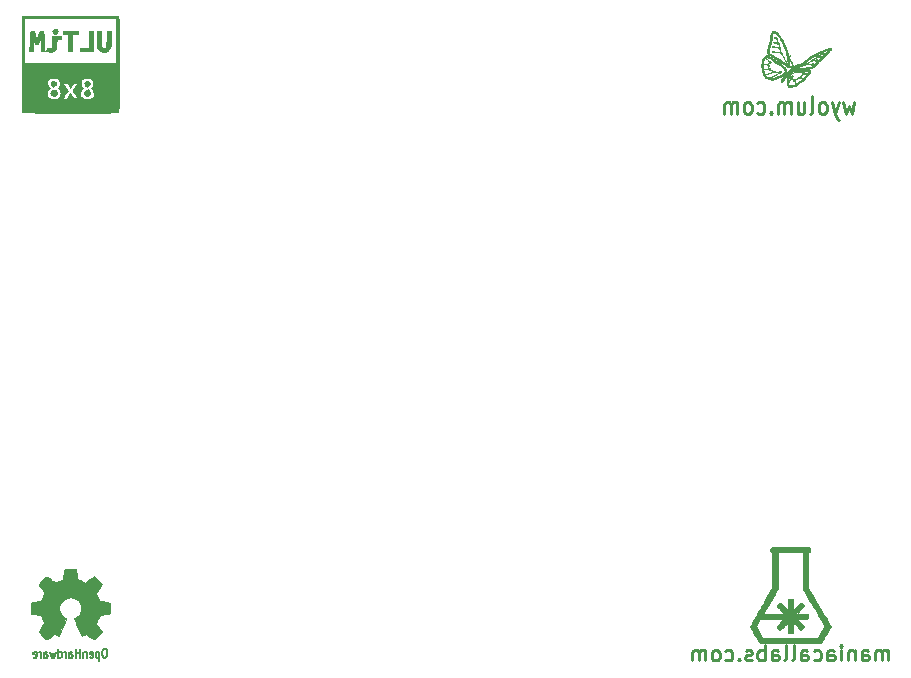
<source format=gbo>
%TF.GenerationSoftware,KiCad,Pcbnew,4.0.6-e0-6349~53~ubuntu16.04.1*%
%TF.CreationDate,2017-04-03T17:04:26+05:30*%
%TF.ProjectId,ultim_bus,756C74696D5F6275732E6B696361645F,rev?*%
%TF.FileFunction,Legend,Bot*%
%FSLAX46Y46*%
G04 Gerber Fmt 4.6, Leading zero omitted, Abs format (unit mm)*
G04 Created by KiCad (PCBNEW 4.0.6-e0-6349~53~ubuntu16.04.1) date Mon Apr  3 17:04:26 2017*
%MOMM*%
%LPD*%
G01*
G04 APERTURE LIST*
%ADD10C,0.101600*%
%ADD11C,0.254000*%
%ADD12C,0.010000*%
%ADD13C,0.002540*%
%ADD14C,0.127000*%
%ADD15C,0.900000*%
%ADD16C,6.496000*%
%ADD17R,6.496000X6.496000*%
%ADD18C,6.000000*%
%ADD19O,2.432000X2.127200*%
%ADD20C,2.178000*%
%ADD21R,2.178000X2.178000*%
%ADD22C,1.924000*%
%ADD23C,3.448000*%
G04 APERTURE END LIST*
D10*
D11*
X127665238Y-80965524D02*
X127665238Y-80118857D01*
X127665238Y-80239810D02*
X127604762Y-80179333D01*
X127483809Y-80118857D01*
X127302381Y-80118857D01*
X127181429Y-80179333D01*
X127120952Y-80300286D01*
X127120952Y-80965524D01*
X127120952Y-80300286D02*
X127060476Y-80179333D01*
X126939524Y-80118857D01*
X126758095Y-80118857D01*
X126637143Y-80179333D01*
X126576667Y-80300286D01*
X126576667Y-80965524D01*
X125427619Y-80965524D02*
X125427619Y-80300286D01*
X125488096Y-80179333D01*
X125609048Y-80118857D01*
X125850953Y-80118857D01*
X125971905Y-80179333D01*
X125427619Y-80905048D02*
X125548572Y-80965524D01*
X125850953Y-80965524D01*
X125971905Y-80905048D01*
X126032381Y-80784095D01*
X126032381Y-80663143D01*
X125971905Y-80542190D01*
X125850953Y-80481714D01*
X125548572Y-80481714D01*
X125427619Y-80421238D01*
X124822857Y-80118857D02*
X124822857Y-80965524D01*
X124822857Y-80239810D02*
X124762381Y-80179333D01*
X124641428Y-80118857D01*
X124460000Y-80118857D01*
X124339048Y-80179333D01*
X124278571Y-80300286D01*
X124278571Y-80965524D01*
X123673809Y-80965524D02*
X123673809Y-80118857D01*
X123673809Y-79695524D02*
X123734285Y-79756000D01*
X123673809Y-79816476D01*
X123613333Y-79756000D01*
X123673809Y-79695524D01*
X123673809Y-79816476D01*
X122524761Y-80965524D02*
X122524761Y-80300286D01*
X122585238Y-80179333D01*
X122706190Y-80118857D01*
X122948095Y-80118857D01*
X123069047Y-80179333D01*
X122524761Y-80905048D02*
X122645714Y-80965524D01*
X122948095Y-80965524D01*
X123069047Y-80905048D01*
X123129523Y-80784095D01*
X123129523Y-80663143D01*
X123069047Y-80542190D01*
X122948095Y-80481714D01*
X122645714Y-80481714D01*
X122524761Y-80421238D01*
X121375713Y-80905048D02*
X121496666Y-80965524D01*
X121738570Y-80965524D01*
X121859523Y-80905048D01*
X121919999Y-80844571D01*
X121980475Y-80723619D01*
X121980475Y-80360762D01*
X121919999Y-80239810D01*
X121859523Y-80179333D01*
X121738570Y-80118857D01*
X121496666Y-80118857D01*
X121375713Y-80179333D01*
X120287142Y-80965524D02*
X120287142Y-80300286D01*
X120347619Y-80179333D01*
X120468571Y-80118857D01*
X120710476Y-80118857D01*
X120831428Y-80179333D01*
X120287142Y-80905048D02*
X120408095Y-80965524D01*
X120710476Y-80965524D01*
X120831428Y-80905048D01*
X120891904Y-80784095D01*
X120891904Y-80663143D01*
X120831428Y-80542190D01*
X120710476Y-80481714D01*
X120408095Y-80481714D01*
X120287142Y-80421238D01*
X119500951Y-80965524D02*
X119621904Y-80905048D01*
X119682380Y-80784095D01*
X119682380Y-79695524D01*
X118835713Y-80965524D02*
X118956666Y-80905048D01*
X119017142Y-80784095D01*
X119017142Y-79695524D01*
X117807618Y-80965524D02*
X117807618Y-80300286D01*
X117868095Y-80179333D01*
X117989047Y-80118857D01*
X118230952Y-80118857D01*
X118351904Y-80179333D01*
X117807618Y-80905048D02*
X117928571Y-80965524D01*
X118230952Y-80965524D01*
X118351904Y-80905048D01*
X118412380Y-80784095D01*
X118412380Y-80663143D01*
X118351904Y-80542190D01*
X118230952Y-80481714D01*
X117928571Y-80481714D01*
X117807618Y-80421238D01*
X117202856Y-80965524D02*
X117202856Y-79695524D01*
X117202856Y-80179333D02*
X117081904Y-80118857D01*
X116839999Y-80118857D01*
X116719047Y-80179333D01*
X116658570Y-80239810D01*
X116598094Y-80360762D01*
X116598094Y-80723619D01*
X116658570Y-80844571D01*
X116719047Y-80905048D01*
X116839999Y-80965524D01*
X117081904Y-80965524D01*
X117202856Y-80905048D01*
X116114284Y-80905048D02*
X115993332Y-80965524D01*
X115751427Y-80965524D01*
X115630475Y-80905048D01*
X115569999Y-80784095D01*
X115569999Y-80723619D01*
X115630475Y-80602667D01*
X115751427Y-80542190D01*
X115932856Y-80542190D01*
X116053808Y-80481714D01*
X116114284Y-80360762D01*
X116114284Y-80300286D01*
X116053808Y-80179333D01*
X115932856Y-80118857D01*
X115751427Y-80118857D01*
X115630475Y-80179333D01*
X115025713Y-80844571D02*
X114965237Y-80905048D01*
X115025713Y-80965524D01*
X115086189Y-80905048D01*
X115025713Y-80844571D01*
X115025713Y-80965524D01*
X113876665Y-80905048D02*
X113997618Y-80965524D01*
X114239522Y-80965524D01*
X114360475Y-80905048D01*
X114420951Y-80844571D01*
X114481427Y-80723619D01*
X114481427Y-80360762D01*
X114420951Y-80239810D01*
X114360475Y-80179333D01*
X114239522Y-80118857D01*
X113997618Y-80118857D01*
X113876665Y-80179333D01*
X113150951Y-80965524D02*
X113271904Y-80905048D01*
X113332380Y-80844571D01*
X113392856Y-80723619D01*
X113392856Y-80360762D01*
X113332380Y-80239810D01*
X113271904Y-80179333D01*
X113150951Y-80118857D01*
X112969523Y-80118857D01*
X112848571Y-80179333D01*
X112788094Y-80239810D01*
X112727618Y-80360762D01*
X112727618Y-80723619D01*
X112788094Y-80844571D01*
X112848571Y-80905048D01*
X112969523Y-80965524D01*
X113150951Y-80965524D01*
X112183332Y-80965524D02*
X112183332Y-80118857D01*
X112183332Y-80239810D02*
X112122856Y-80179333D01*
X112001903Y-80118857D01*
X111820475Y-80118857D01*
X111699523Y-80179333D01*
X111639046Y-80300286D01*
X111639046Y-80965524D01*
X111639046Y-80300286D02*
X111578570Y-80179333D01*
X111457618Y-80118857D01*
X111276189Y-80118857D01*
X111155237Y-80179333D01*
X111094761Y-80300286D01*
X111094761Y-80965524D01*
X124816809Y-33709429D02*
X124574905Y-34725429D01*
X124333000Y-33999714D01*
X124091095Y-34725429D01*
X123849190Y-33709429D01*
X123486333Y-33709429D02*
X123183952Y-34725429D01*
X122881572Y-33709429D02*
X123183952Y-34725429D01*
X123304905Y-35088286D01*
X123365381Y-35160857D01*
X123486333Y-35233429D01*
X122216333Y-34725429D02*
X122337286Y-34652857D01*
X122397762Y-34580286D01*
X122458238Y-34435143D01*
X122458238Y-33999714D01*
X122397762Y-33854571D01*
X122337286Y-33782000D01*
X122216333Y-33709429D01*
X122034905Y-33709429D01*
X121913953Y-33782000D01*
X121853476Y-33854571D01*
X121793000Y-33999714D01*
X121793000Y-34435143D01*
X121853476Y-34580286D01*
X121913953Y-34652857D01*
X122034905Y-34725429D01*
X122216333Y-34725429D01*
X121067285Y-34725429D02*
X121188238Y-34652857D01*
X121248714Y-34507714D01*
X121248714Y-33201429D01*
X120039190Y-33709429D02*
X120039190Y-34725429D01*
X120583476Y-33709429D02*
X120583476Y-34507714D01*
X120523000Y-34652857D01*
X120402047Y-34725429D01*
X120220619Y-34725429D01*
X120099667Y-34652857D01*
X120039190Y-34580286D01*
X119434428Y-34725429D02*
X119434428Y-33709429D01*
X119434428Y-33854571D02*
X119373952Y-33782000D01*
X119252999Y-33709429D01*
X119071571Y-33709429D01*
X118950619Y-33782000D01*
X118890142Y-33927143D01*
X118890142Y-34725429D01*
X118890142Y-33927143D02*
X118829666Y-33782000D01*
X118708714Y-33709429D01*
X118527285Y-33709429D01*
X118406333Y-33782000D01*
X118345857Y-33927143D01*
X118345857Y-34725429D01*
X117741095Y-34580286D02*
X117680619Y-34652857D01*
X117741095Y-34725429D01*
X117801571Y-34652857D01*
X117741095Y-34580286D01*
X117741095Y-34725429D01*
X116592047Y-34652857D02*
X116713000Y-34725429D01*
X116954904Y-34725429D01*
X117075857Y-34652857D01*
X117136333Y-34580286D01*
X117196809Y-34435143D01*
X117196809Y-33999714D01*
X117136333Y-33854571D01*
X117075857Y-33782000D01*
X116954904Y-33709429D01*
X116713000Y-33709429D01*
X116592047Y-33782000D01*
X115866333Y-34725429D02*
X115987286Y-34652857D01*
X116047762Y-34580286D01*
X116108238Y-34435143D01*
X116108238Y-33999714D01*
X116047762Y-33854571D01*
X115987286Y-33782000D01*
X115866333Y-33709429D01*
X115684905Y-33709429D01*
X115563953Y-33782000D01*
X115503476Y-33854571D01*
X115443000Y-33999714D01*
X115443000Y-34435143D01*
X115503476Y-34580286D01*
X115563953Y-34652857D01*
X115684905Y-34725429D01*
X115866333Y-34725429D01*
X114898714Y-34725429D02*
X114898714Y-33709429D01*
X114898714Y-33854571D02*
X114838238Y-33782000D01*
X114717285Y-33709429D01*
X114535857Y-33709429D01*
X114414905Y-33782000D01*
X114354428Y-33927143D01*
X114354428Y-34725429D01*
X114354428Y-33927143D02*
X114293952Y-33782000D01*
X114173000Y-33709429D01*
X113991571Y-33709429D01*
X113870619Y-33782000D01*
X113810143Y-33927143D01*
X113810143Y-34725429D01*
D12*
G36*
X120860038Y-30956685D02*
X120757462Y-30970389D01*
X120699692Y-30976512D01*
X120610035Y-30982992D01*
X120495672Y-30989451D01*
X120363787Y-30995515D01*
X120221562Y-31000808D01*
X120116349Y-31003942D01*
X119612005Y-31017308D01*
X119500887Y-31128117D01*
X119433751Y-31194279D01*
X119352618Y-31273091D01*
X119272001Y-31350481D01*
X119248999Y-31372348D01*
X119108228Y-31505769D01*
X119094818Y-31824136D01*
X119090015Y-31942552D01*
X119087598Y-32029902D01*
X119088291Y-32094160D01*
X119092820Y-32143303D01*
X119101911Y-32185305D01*
X119116287Y-32228140D01*
X119136118Y-32278405D01*
X119159888Y-32337051D01*
X119180661Y-32377043D01*
X119205790Y-32401028D01*
X119242626Y-32411650D01*
X119298521Y-32411555D01*
X119380828Y-32403389D01*
X119458154Y-32394280D01*
X119542012Y-32382378D01*
X119625320Y-32367271D01*
X119673077Y-32356455D01*
X119746741Y-32337272D01*
X119819697Y-32318319D01*
X119834898Y-32314378D01*
X119894660Y-32287217D01*
X119970953Y-32234533D01*
X120039650Y-32176647D01*
X120044934Y-32172158D01*
X119841757Y-32172158D01*
X119840989Y-32174755D01*
X119813376Y-32187385D01*
X119756785Y-32204064D01*
X119680835Y-32222728D01*
X119595145Y-32241316D01*
X119509334Y-32257764D01*
X119433020Y-32270009D01*
X119375822Y-32275989D01*
X119367717Y-32276250D01*
X119307819Y-32275229D01*
X119274166Y-32265988D01*
X119253977Y-32242242D01*
X119241182Y-32214039D01*
X119216540Y-32134062D01*
X119216544Y-32062445D01*
X119243379Y-31989445D01*
X119299227Y-31905317D01*
X119314825Y-31885351D01*
X119369420Y-31820067D01*
X119410399Y-31780885D01*
X119445822Y-31761391D01*
X119477975Y-31755483D01*
X119540430Y-31758455D01*
X119584362Y-31774046D01*
X119602259Y-31798167D01*
X119594503Y-31818891D01*
X119580988Y-31853700D01*
X119602203Y-31877766D01*
X119654336Y-31886769D01*
X119654446Y-31886769D01*
X119685105Y-31890276D01*
X119709991Y-31905595D01*
X119735696Y-31939926D01*
X119768817Y-32000470D01*
X119781547Y-32025541D01*
X119812969Y-32091569D01*
X119834233Y-32143440D01*
X119841757Y-32172158D01*
X120044934Y-32172158D01*
X120120538Y-32107937D01*
X120216605Y-32033049D01*
X120309625Y-31966077D01*
X120327214Y-31954240D01*
X120431029Y-31878363D01*
X120541895Y-31782846D01*
X120616292Y-31710267D01*
X120420176Y-31710267D01*
X120406420Y-31729715D01*
X120403150Y-31733356D01*
X120373942Y-31759443D01*
X120320759Y-31801466D01*
X120251762Y-31853130D01*
X120191343Y-31896693D01*
X120112294Y-31954431D01*
X120039534Y-32010613D01*
X119982585Y-32057723D01*
X119956539Y-32081993D01*
X119916493Y-32118818D01*
X119884986Y-32139282D01*
X119878769Y-32140769D01*
X119860193Y-32124480D01*
X119831386Y-32081590D01*
X119798303Y-32021063D01*
X119795468Y-32015360D01*
X119763854Y-31948217D01*
X119749337Y-31906539D01*
X119749969Y-31881668D01*
X119761967Y-31866429D01*
X119786244Y-31833346D01*
X119786871Y-31830712D01*
X119729366Y-31830712D01*
X119714562Y-31846550D01*
X119711606Y-31848444D01*
X119672165Y-31865830D01*
X119648007Y-31854031D01*
X119644604Y-31849042D01*
X119645454Y-31825783D01*
X119671579Y-31813314D01*
X119707657Y-31817704D01*
X119729366Y-31830712D01*
X119786871Y-31830712D01*
X119790308Y-31816274D01*
X119807214Y-31792403D01*
X119851056Y-31761742D01*
X119911521Y-31729308D01*
X119978297Y-31700121D01*
X120041069Y-31679198D01*
X120087712Y-31671547D01*
X120140464Y-31666492D01*
X120177809Y-31654743D01*
X120177974Y-31654639D01*
X120211838Y-31649867D01*
X120271573Y-31656728D01*
X120320322Y-31667287D01*
X120383342Y-31684012D01*
X120414555Y-31696686D01*
X120420176Y-31710267D01*
X120616292Y-31710267D01*
X120663876Y-31663846D01*
X120801035Y-31517518D01*
X120868961Y-31441536D01*
X120950759Y-31336028D01*
X120976577Y-31287858D01*
X120817796Y-31287858D01*
X120815990Y-31301723D01*
X120812624Y-31308173D01*
X120786994Y-31342760D01*
X120741924Y-31393300D01*
X120684068Y-31453363D01*
X120620078Y-31516519D01*
X120556609Y-31576337D01*
X120500314Y-31626388D01*
X120457847Y-31660240D01*
X120436635Y-31671550D01*
X120399132Y-31665909D01*
X120343553Y-31652215D01*
X120326072Y-31647127D01*
X120267993Y-31624473D01*
X120248644Y-31613231D01*
X120161538Y-31613231D01*
X120144818Y-31627918D01*
X120112692Y-31632769D01*
X120075974Y-31626081D01*
X120063846Y-31613231D01*
X120080567Y-31598543D01*
X120112692Y-31593692D01*
X120149411Y-31600381D01*
X120161538Y-31613231D01*
X120248644Y-31613231D01*
X120222699Y-31598158D01*
X120215172Y-31591650D01*
X120201965Y-31573755D01*
X120203325Y-31553833D01*
X120223266Y-31524794D01*
X120265805Y-31479554D01*
X120295436Y-31449996D01*
X120369886Y-31382756D01*
X120426071Y-31346954D01*
X120456159Y-31339692D01*
X120501282Y-31332694D01*
X120524403Y-31320705D01*
X120552078Y-31309730D01*
X120607375Y-31298458D01*
X120678921Y-31289150D01*
X120687299Y-31288342D01*
X120743895Y-31283635D01*
X120491366Y-31283635D01*
X120476562Y-31299473D01*
X120473606Y-31301367D01*
X120432820Y-31318000D01*
X120403049Y-31315003D01*
X120396000Y-31301769D01*
X120411870Y-31274176D01*
X120449016Y-31265868D01*
X120469657Y-31270628D01*
X120491366Y-31283635D01*
X120743895Y-31283635D01*
X120760380Y-31282264D01*
X120801570Y-31281737D01*
X120817796Y-31287858D01*
X120976577Y-31287858D01*
X121009284Y-31226838D01*
X121030108Y-31174321D01*
X121057293Y-31091124D01*
X120915945Y-31091124D01*
X120915508Y-31114291D01*
X120900251Y-31158275D01*
X120891488Y-31177385D01*
X120871309Y-31215679D01*
X120850299Y-31238780D01*
X120818028Y-31251757D01*
X120764068Y-31259677D01*
X120712107Y-31264542D01*
X120614778Y-31269200D01*
X120548681Y-31262372D01*
X120521138Y-31252452D01*
X120457603Y-31237079D01*
X120410184Y-31240636D01*
X120365609Y-31255799D01*
X120348744Y-31283335D01*
X120347154Y-31305594D01*
X120333277Y-31346941D01*
X120297523Y-31401031D01*
X120248706Y-31458326D01*
X120195642Y-31509287D01*
X120147144Y-31544376D01*
X120117027Y-31554616D01*
X120067598Y-31563877D01*
X120028096Y-31586312D01*
X120010886Y-31613896D01*
X120012168Y-31622666D01*
X120001834Y-31645464D01*
X119963653Y-31676097D01*
X119906795Y-31709878D01*
X119840430Y-31742124D01*
X119773729Y-31768150D01*
X119715861Y-31783270D01*
X119693871Y-31785278D01*
X119640182Y-31780005D01*
X119602118Y-31766997D01*
X119599808Y-31765301D01*
X119579100Y-31730112D01*
X119575385Y-31706702D01*
X119575242Y-31706390D01*
X119508678Y-31706390D01*
X119506166Y-31712273D01*
X119477317Y-31729114D01*
X119442132Y-31723942D01*
X119430112Y-31712971D01*
X119434788Y-31693877D01*
X119461245Y-31680305D01*
X119492239Y-31679748D01*
X119499313Y-31682902D01*
X119508678Y-31706390D01*
X119575242Y-31706390D01*
X119558563Y-31670183D01*
X119536308Y-31657969D01*
X119509855Y-31637333D01*
X119499205Y-31608388D01*
X119478622Y-31608388D01*
X119462246Y-31642312D01*
X119433731Y-31655834D01*
X119398442Y-31673231D01*
X119383399Y-31718048D01*
X119383239Y-31719412D01*
X119367275Y-31766511D01*
X119333275Y-31825985D01*
X119305085Y-31864301D01*
X119233462Y-31951855D01*
X119227659Y-31808794D01*
X119226073Y-31735176D01*
X119227334Y-31675439D01*
X119231162Y-31641642D01*
X119231592Y-31640365D01*
X119258202Y-31611396D01*
X119308097Y-31581107D01*
X119366345Y-31556325D01*
X119418012Y-31543879D01*
X119439727Y-31545199D01*
X119471404Y-31570679D01*
X119478622Y-31608388D01*
X119499205Y-31608388D01*
X119497175Y-31602871D01*
X119500297Y-31570130D01*
X119521255Y-31554657D01*
X119522804Y-31554616D01*
X119557973Y-31543801D01*
X119585567Y-31527422D01*
X119610473Y-31502325D01*
X119608663Y-31496000D01*
X119546077Y-31496000D01*
X119518519Y-31512414D01*
X119496078Y-31515539D01*
X119464960Y-31507134D01*
X119458154Y-31496000D01*
X119474909Y-31481437D01*
X119508153Y-31476462D01*
X119541396Y-31482664D01*
X119546077Y-31496000D01*
X119608663Y-31496000D01*
X119603302Y-31477267D01*
X119596678Y-31468807D01*
X119551421Y-31441663D01*
X119492723Y-31440666D01*
X119435095Y-31464659D01*
X119413259Y-31483429D01*
X119370141Y-31521063D01*
X119318435Y-31554895D01*
X119269478Y-31578827D01*
X119234604Y-31586760D01*
X119226779Y-31583753D01*
X119235855Y-31566778D01*
X119269242Y-31528220D01*
X119322410Y-31472864D01*
X119390828Y-31405493D01*
X119438121Y-31360537D01*
X119662283Y-31150141D01*
X120043796Y-31137415D01*
X120183132Y-31131938D01*
X120328802Y-31124783D01*
X120468741Y-31116638D01*
X120590887Y-31108192D01*
X120664688Y-31101968D01*
X120757360Y-31094171D01*
X120835344Y-31089493D01*
X120890731Y-31088276D01*
X120915614Y-31090860D01*
X120915945Y-31091124D01*
X121057293Y-31091124D01*
X121058796Y-31086526D01*
X121069192Y-31022722D01*
X121057905Y-30980372D01*
X121021544Y-30956940D01*
X120956719Y-30949889D01*
X120860038Y-30956685D01*
X120860038Y-30956685D01*
G37*
X120860038Y-30956685D02*
X120757462Y-30970389D01*
X120699692Y-30976512D01*
X120610035Y-30982992D01*
X120495672Y-30989451D01*
X120363787Y-30995515D01*
X120221562Y-31000808D01*
X120116349Y-31003942D01*
X119612005Y-31017308D01*
X119500887Y-31128117D01*
X119433751Y-31194279D01*
X119352618Y-31273091D01*
X119272001Y-31350481D01*
X119248999Y-31372348D01*
X119108228Y-31505769D01*
X119094818Y-31824136D01*
X119090015Y-31942552D01*
X119087598Y-32029902D01*
X119088291Y-32094160D01*
X119092820Y-32143303D01*
X119101911Y-32185305D01*
X119116287Y-32228140D01*
X119136118Y-32278405D01*
X119159888Y-32337051D01*
X119180661Y-32377043D01*
X119205790Y-32401028D01*
X119242626Y-32411650D01*
X119298521Y-32411555D01*
X119380828Y-32403389D01*
X119458154Y-32394280D01*
X119542012Y-32382378D01*
X119625320Y-32367271D01*
X119673077Y-32356455D01*
X119746741Y-32337272D01*
X119819697Y-32318319D01*
X119834898Y-32314378D01*
X119894660Y-32287217D01*
X119970953Y-32234533D01*
X120039650Y-32176647D01*
X120044934Y-32172158D01*
X119841757Y-32172158D01*
X119840989Y-32174755D01*
X119813376Y-32187385D01*
X119756785Y-32204064D01*
X119680835Y-32222728D01*
X119595145Y-32241316D01*
X119509334Y-32257764D01*
X119433020Y-32270009D01*
X119375822Y-32275989D01*
X119367717Y-32276250D01*
X119307819Y-32275229D01*
X119274166Y-32265988D01*
X119253977Y-32242242D01*
X119241182Y-32214039D01*
X119216540Y-32134062D01*
X119216544Y-32062445D01*
X119243379Y-31989445D01*
X119299227Y-31905317D01*
X119314825Y-31885351D01*
X119369420Y-31820067D01*
X119410399Y-31780885D01*
X119445822Y-31761391D01*
X119477975Y-31755483D01*
X119540430Y-31758455D01*
X119584362Y-31774046D01*
X119602259Y-31798167D01*
X119594503Y-31818891D01*
X119580988Y-31853700D01*
X119602203Y-31877766D01*
X119654336Y-31886769D01*
X119654446Y-31886769D01*
X119685105Y-31890276D01*
X119709991Y-31905595D01*
X119735696Y-31939926D01*
X119768817Y-32000470D01*
X119781547Y-32025541D01*
X119812969Y-32091569D01*
X119834233Y-32143440D01*
X119841757Y-32172158D01*
X120044934Y-32172158D01*
X120120538Y-32107937D01*
X120216605Y-32033049D01*
X120309625Y-31966077D01*
X120327214Y-31954240D01*
X120431029Y-31878363D01*
X120541895Y-31782846D01*
X120616292Y-31710267D01*
X120420176Y-31710267D01*
X120406420Y-31729715D01*
X120403150Y-31733356D01*
X120373942Y-31759443D01*
X120320759Y-31801466D01*
X120251762Y-31853130D01*
X120191343Y-31896693D01*
X120112294Y-31954431D01*
X120039534Y-32010613D01*
X119982585Y-32057723D01*
X119956539Y-32081993D01*
X119916493Y-32118818D01*
X119884986Y-32139282D01*
X119878769Y-32140769D01*
X119860193Y-32124480D01*
X119831386Y-32081590D01*
X119798303Y-32021063D01*
X119795468Y-32015360D01*
X119763854Y-31948217D01*
X119749337Y-31906539D01*
X119749969Y-31881668D01*
X119761967Y-31866429D01*
X119786244Y-31833346D01*
X119786871Y-31830712D01*
X119729366Y-31830712D01*
X119714562Y-31846550D01*
X119711606Y-31848444D01*
X119672165Y-31865830D01*
X119648007Y-31854031D01*
X119644604Y-31849042D01*
X119645454Y-31825783D01*
X119671579Y-31813314D01*
X119707657Y-31817704D01*
X119729366Y-31830712D01*
X119786871Y-31830712D01*
X119790308Y-31816274D01*
X119807214Y-31792403D01*
X119851056Y-31761742D01*
X119911521Y-31729308D01*
X119978297Y-31700121D01*
X120041069Y-31679198D01*
X120087712Y-31671547D01*
X120140464Y-31666492D01*
X120177809Y-31654743D01*
X120177974Y-31654639D01*
X120211838Y-31649867D01*
X120271573Y-31656728D01*
X120320322Y-31667287D01*
X120383342Y-31684012D01*
X120414555Y-31696686D01*
X120420176Y-31710267D01*
X120616292Y-31710267D01*
X120663876Y-31663846D01*
X120801035Y-31517518D01*
X120868961Y-31441536D01*
X120950759Y-31336028D01*
X120976577Y-31287858D01*
X120817796Y-31287858D01*
X120815990Y-31301723D01*
X120812624Y-31308173D01*
X120786994Y-31342760D01*
X120741924Y-31393300D01*
X120684068Y-31453363D01*
X120620078Y-31516519D01*
X120556609Y-31576337D01*
X120500314Y-31626388D01*
X120457847Y-31660240D01*
X120436635Y-31671550D01*
X120399132Y-31665909D01*
X120343553Y-31652215D01*
X120326072Y-31647127D01*
X120267993Y-31624473D01*
X120248644Y-31613231D01*
X120161538Y-31613231D01*
X120144818Y-31627918D01*
X120112692Y-31632769D01*
X120075974Y-31626081D01*
X120063846Y-31613231D01*
X120080567Y-31598543D01*
X120112692Y-31593692D01*
X120149411Y-31600381D01*
X120161538Y-31613231D01*
X120248644Y-31613231D01*
X120222699Y-31598158D01*
X120215172Y-31591650D01*
X120201965Y-31573755D01*
X120203325Y-31553833D01*
X120223266Y-31524794D01*
X120265805Y-31479554D01*
X120295436Y-31449996D01*
X120369886Y-31382756D01*
X120426071Y-31346954D01*
X120456159Y-31339692D01*
X120501282Y-31332694D01*
X120524403Y-31320705D01*
X120552078Y-31309730D01*
X120607375Y-31298458D01*
X120678921Y-31289150D01*
X120687299Y-31288342D01*
X120743895Y-31283635D01*
X120491366Y-31283635D01*
X120476562Y-31299473D01*
X120473606Y-31301367D01*
X120432820Y-31318000D01*
X120403049Y-31315003D01*
X120396000Y-31301769D01*
X120411870Y-31274176D01*
X120449016Y-31265868D01*
X120469657Y-31270628D01*
X120491366Y-31283635D01*
X120743895Y-31283635D01*
X120760380Y-31282264D01*
X120801570Y-31281737D01*
X120817796Y-31287858D01*
X120976577Y-31287858D01*
X121009284Y-31226838D01*
X121030108Y-31174321D01*
X121057293Y-31091124D01*
X120915945Y-31091124D01*
X120915508Y-31114291D01*
X120900251Y-31158275D01*
X120891488Y-31177385D01*
X120871309Y-31215679D01*
X120850299Y-31238780D01*
X120818028Y-31251757D01*
X120764068Y-31259677D01*
X120712107Y-31264542D01*
X120614778Y-31269200D01*
X120548681Y-31262372D01*
X120521138Y-31252452D01*
X120457603Y-31237079D01*
X120410184Y-31240636D01*
X120365609Y-31255799D01*
X120348744Y-31283335D01*
X120347154Y-31305594D01*
X120333277Y-31346941D01*
X120297523Y-31401031D01*
X120248706Y-31458326D01*
X120195642Y-31509287D01*
X120147144Y-31544376D01*
X120117027Y-31554616D01*
X120067598Y-31563877D01*
X120028096Y-31586312D01*
X120010886Y-31613896D01*
X120012168Y-31622666D01*
X120001834Y-31645464D01*
X119963653Y-31676097D01*
X119906795Y-31709878D01*
X119840430Y-31742124D01*
X119773729Y-31768150D01*
X119715861Y-31783270D01*
X119693871Y-31785278D01*
X119640182Y-31780005D01*
X119602118Y-31766997D01*
X119599808Y-31765301D01*
X119579100Y-31730112D01*
X119575385Y-31706702D01*
X119575242Y-31706390D01*
X119508678Y-31706390D01*
X119506166Y-31712273D01*
X119477317Y-31729114D01*
X119442132Y-31723942D01*
X119430112Y-31712971D01*
X119434788Y-31693877D01*
X119461245Y-31680305D01*
X119492239Y-31679748D01*
X119499313Y-31682902D01*
X119508678Y-31706390D01*
X119575242Y-31706390D01*
X119558563Y-31670183D01*
X119536308Y-31657969D01*
X119509855Y-31637333D01*
X119499205Y-31608388D01*
X119478622Y-31608388D01*
X119462246Y-31642312D01*
X119433731Y-31655834D01*
X119398442Y-31673231D01*
X119383399Y-31718048D01*
X119383239Y-31719412D01*
X119367275Y-31766511D01*
X119333275Y-31825985D01*
X119305085Y-31864301D01*
X119233462Y-31951855D01*
X119227659Y-31808794D01*
X119226073Y-31735176D01*
X119227334Y-31675439D01*
X119231162Y-31641642D01*
X119231592Y-31640365D01*
X119258202Y-31611396D01*
X119308097Y-31581107D01*
X119366345Y-31556325D01*
X119418012Y-31543879D01*
X119439727Y-31545199D01*
X119471404Y-31570679D01*
X119478622Y-31608388D01*
X119499205Y-31608388D01*
X119497175Y-31602871D01*
X119500297Y-31570130D01*
X119521255Y-31554657D01*
X119522804Y-31554616D01*
X119557973Y-31543801D01*
X119585567Y-31527422D01*
X119610473Y-31502325D01*
X119608663Y-31496000D01*
X119546077Y-31496000D01*
X119518519Y-31512414D01*
X119496078Y-31515539D01*
X119464960Y-31507134D01*
X119458154Y-31496000D01*
X119474909Y-31481437D01*
X119508153Y-31476462D01*
X119541396Y-31482664D01*
X119546077Y-31496000D01*
X119608663Y-31496000D01*
X119603302Y-31477267D01*
X119596678Y-31468807D01*
X119551421Y-31441663D01*
X119492723Y-31440666D01*
X119435095Y-31464659D01*
X119413259Y-31483429D01*
X119370141Y-31521063D01*
X119318435Y-31554895D01*
X119269478Y-31578827D01*
X119234604Y-31586760D01*
X119226779Y-31583753D01*
X119235855Y-31566778D01*
X119269242Y-31528220D01*
X119322410Y-31472864D01*
X119390828Y-31405493D01*
X119438121Y-31360537D01*
X119662283Y-31150141D01*
X120043796Y-31137415D01*
X120183132Y-31131938D01*
X120328802Y-31124783D01*
X120468741Y-31116638D01*
X120590887Y-31108192D01*
X120664688Y-31101968D01*
X120757360Y-31094171D01*
X120835344Y-31089493D01*
X120890731Y-31088276D01*
X120915614Y-31090860D01*
X120915945Y-31091124D01*
X121057293Y-31091124D01*
X121058796Y-31086526D01*
X121069192Y-31022722D01*
X121057905Y-30980372D01*
X121021544Y-30956940D01*
X120956719Y-30949889D01*
X120860038Y-30956685D01*
G36*
X117935517Y-27687996D02*
X117873157Y-27706680D01*
X117831909Y-27730256D01*
X117797846Y-27769491D01*
X117767142Y-27818164D01*
X117740862Y-27864547D01*
X117722772Y-27906273D01*
X117710816Y-27952955D01*
X117702935Y-28014208D01*
X117697073Y-28099647D01*
X117693980Y-28160087D01*
X117685175Y-28295967D01*
X117671607Y-28417653D01*
X117651206Y-28535041D01*
X117621905Y-28658025D01*
X117581634Y-28796500D01*
X117528326Y-28960361D01*
X117524027Y-28973117D01*
X117473130Y-29135117D01*
X117440452Y-29268101D01*
X117425421Y-29377317D01*
X117427461Y-29468010D01*
X117445999Y-29545425D01*
X117458211Y-29574496D01*
X117483020Y-29617203D01*
X117518019Y-29657350D01*
X117568637Y-29699058D01*
X117640309Y-29746449D01*
X117738464Y-29803646D01*
X117817689Y-29847301D01*
X117926576Y-29907817D01*
X118032820Y-29969966D01*
X118142152Y-30037453D01*
X118260304Y-30113982D01*
X118393008Y-30203258D01*
X118545994Y-30308987D01*
X118706966Y-30422123D01*
X118834722Y-30511383D01*
X118936913Y-30580093D01*
X119018968Y-30631498D01*
X119086320Y-30668844D01*
X119144400Y-30695374D01*
X119193516Y-30712773D01*
X119259505Y-30732310D01*
X119308721Y-30745285D01*
X119331444Y-30749158D01*
X119331895Y-30748937D01*
X119330460Y-30728958D01*
X119323731Y-30676474D01*
X119312568Y-30597568D01*
X119308055Y-30567170D01*
X119183031Y-30567170D01*
X119177717Y-30571170D01*
X119160189Y-30548385D01*
X119144012Y-30521051D01*
X119112620Y-30463963D01*
X119068676Y-30382114D01*
X119014841Y-30280498D01*
X118953778Y-30164108D01*
X118889839Y-30041204D01*
X118824954Y-29914933D01*
X118765889Y-29798005D01*
X118715126Y-29695495D01*
X118675148Y-29612477D01*
X118648438Y-29554025D01*
X118637538Y-29525525D01*
X118624863Y-29500058D01*
X118574670Y-29500058D01*
X118568899Y-29519471D01*
X118548600Y-29519597D01*
X118514334Y-29500858D01*
X118505023Y-29486557D01*
X118510794Y-29467145D01*
X118531092Y-29467019D01*
X118565359Y-29485758D01*
X118574670Y-29500058D01*
X118624863Y-29500058D01*
X118614673Y-29479584D01*
X118588692Y-29456320D01*
X118557174Y-29436135D01*
X118536245Y-29411430D01*
X118520997Y-29372145D01*
X118506520Y-29308214D01*
X118500068Y-29274670D01*
X118488292Y-29199941D01*
X118487635Y-29153315D01*
X118498082Y-29125438D01*
X118499831Y-29123208D01*
X118510849Y-29096104D01*
X118503957Y-29084551D01*
X118459419Y-29084551D01*
X118451103Y-29091330D01*
X118428653Y-29092148D01*
X118389667Y-29085246D01*
X118374604Y-29074581D01*
X118371970Y-29051818D01*
X118393626Y-29045782D01*
X118427569Y-29058704D01*
X118434391Y-29063466D01*
X118459419Y-29084551D01*
X118503957Y-29084551D01*
X118492415Y-29065206D01*
X118484131Y-29056593D01*
X118466342Y-29027303D01*
X117985816Y-29027303D01*
X117965564Y-29033993D01*
X117956085Y-29034154D01*
X117922396Y-29022487D01*
X117914615Y-29004846D01*
X117923894Y-28978827D01*
X117931762Y-28975539D01*
X117957225Y-28988906D01*
X117973231Y-29004846D01*
X117985816Y-29027303D01*
X118466342Y-29027303D01*
X118459545Y-29016112D01*
X118438909Y-28954761D01*
X118424517Y-28885290D01*
X118418664Y-28820447D01*
X118423643Y-28772983D01*
X118430747Y-28759917D01*
X118436278Y-28736222D01*
X118434730Y-28734226D01*
X118376585Y-28734226D01*
X118356333Y-28740916D01*
X118346854Y-28741077D01*
X118313165Y-28729410D01*
X118305385Y-28711769D01*
X118314663Y-28685750D01*
X118322531Y-28682462D01*
X118347994Y-28695829D01*
X118364000Y-28711769D01*
X118376585Y-28734226D01*
X118434730Y-28734226D01*
X118410253Y-28702679D01*
X118398451Y-28692031D01*
X118365131Y-28650107D01*
X118326667Y-28582567D01*
X118288370Y-28501450D01*
X118255550Y-28418793D01*
X118233520Y-28346633D01*
X118227231Y-28303981D01*
X118209468Y-28249597D01*
X118144823Y-28249597D01*
X118139053Y-28269009D01*
X118118754Y-28269135D01*
X118084488Y-28250396D01*
X118075177Y-28236096D01*
X118080948Y-28216683D01*
X118101246Y-28216557D01*
X118135512Y-28235296D01*
X118144823Y-28249597D01*
X118209468Y-28249597D01*
X118209053Y-28248328D01*
X118158961Y-28205016D01*
X118094365Y-28182081D01*
X118046881Y-28178415D01*
X118023408Y-28194672D01*
X118020192Y-28201636D01*
X118021929Y-28245145D01*
X118059951Y-28283574D01*
X118129281Y-28313462D01*
X118166366Y-28326985D01*
X118193169Y-28346647D01*
X118216086Y-28380960D01*
X118241510Y-28438433D01*
X118261170Y-28488993D01*
X118319799Y-28642575D01*
X118254970Y-28654737D01*
X118202626Y-28656533D01*
X118197528Y-28655125D01*
X118067779Y-28655125D01*
X118055534Y-28662466D01*
X118037186Y-28662923D01*
X117998464Y-28655393D01*
X117983834Y-28644735D01*
X117981905Y-28621404D01*
X118003384Y-28612516D01*
X118034336Y-28621001D01*
X118047677Y-28631304D01*
X118067779Y-28655125D01*
X118197528Y-28655125D01*
X118142629Y-28639963D01*
X118081802Y-28612042D01*
X118017824Y-28582165D01*
X117978159Y-28571221D01*
X117954132Y-28577194D01*
X117949362Y-28581284D01*
X117937322Y-28613993D01*
X117954315Y-28648523D01*
X117991214Y-28678273D01*
X118038894Y-28696641D01*
X118088228Y-28697027D01*
X118102829Y-28692294D01*
X118158945Y-28680756D01*
X118214053Y-28688143D01*
X118251279Y-28711858D01*
X118253649Y-28715511D01*
X118282028Y-28742294D01*
X118329587Y-28769387D01*
X118336688Y-28772478D01*
X118382276Y-28797439D01*
X118400680Y-28829895D01*
X118403344Y-28863455D01*
X118406859Y-28921544D01*
X118414297Y-28966467D01*
X118416636Y-28988642D01*
X118405628Y-29003569D01*
X118375402Y-29012624D01*
X118320089Y-29017182D01*
X118233816Y-29018622D01*
X118191765Y-29018637D01*
X118099612Y-29014701D01*
X118040646Y-29002716D01*
X118015919Y-28988706D01*
X117965482Y-28956142D01*
X117914716Y-28942982D01*
X117875619Y-28950947D01*
X117862693Y-28966740D01*
X117865406Y-29005195D01*
X117895625Y-29039269D01*
X117941798Y-29063445D01*
X117992370Y-29072210D01*
X118035788Y-29060047D01*
X118043984Y-29053277D01*
X118074306Y-29044723D01*
X118130029Y-29044998D01*
X118198933Y-29052364D01*
X118268798Y-29065083D01*
X118327403Y-29081418D01*
X118361152Y-29098384D01*
X118402738Y-29126644D01*
X118424990Y-29137069D01*
X118449392Y-29165495D01*
X118471480Y-29232522D01*
X118481118Y-29277786D01*
X118493295Y-29347673D01*
X118496369Y-29389833D01*
X118489531Y-29414725D01*
X118471975Y-29432808D01*
X118468974Y-29435120D01*
X118431930Y-29454062D01*
X118410756Y-29455366D01*
X118382674Y-29450590D01*
X118325655Y-29444133D01*
X118249742Y-29437071D01*
X118209855Y-29433808D01*
X118104661Y-29422508D01*
X118092108Y-29419824D01*
X117949922Y-29419824D01*
X117933643Y-29424153D01*
X117915211Y-29421915D01*
X117876134Y-29407540D01*
X117860787Y-29390731D01*
X117865356Y-29370163D01*
X117890205Y-29368394D01*
X117922042Y-29384225D01*
X117935711Y-29397492D01*
X117949922Y-29419824D01*
X118092108Y-29419824D01*
X118032696Y-29407121D01*
X117988212Y-29386383D01*
X117985711Y-29384488D01*
X117932611Y-29352737D01*
X117888832Y-29336139D01*
X117842111Y-29336235D01*
X117820391Y-29359297D01*
X117827050Y-29395744D01*
X117856121Y-29428950D01*
X117893729Y-29451432D01*
X117940044Y-29458515D01*
X118001033Y-29454012D01*
X118077115Y-29449990D01*
X118167838Y-29452846D01*
X118263056Y-29461328D01*
X118352621Y-29474182D01*
X118426386Y-29490154D01*
X118474205Y-29507992D01*
X118481849Y-29513406D01*
X118527514Y-29542455D01*
X118568905Y-29558530D01*
X118586992Y-29566950D01*
X118607260Y-29585222D01*
X118632036Y-29617123D01*
X118663650Y-29666431D01*
X118704429Y-29736924D01*
X118756703Y-29832379D01*
X118822800Y-29956574D01*
X118872281Y-30050690D01*
X118937332Y-30175659D01*
X118995485Y-30289054D01*
X119044502Y-30386376D01*
X119082149Y-30463127D01*
X119106189Y-30514811D01*
X119114386Y-30536929D01*
X119114243Y-30537347D01*
X119095797Y-30530382D01*
X119052568Y-30504842D01*
X118991466Y-30465011D01*
X118935082Y-30426244D01*
X118747028Y-30295600D01*
X118562024Y-30169673D01*
X118385058Y-30051722D01*
X118221117Y-29945007D01*
X118075188Y-29852788D01*
X117952261Y-29778324D01*
X117883855Y-29739219D01*
X117794972Y-29687940D01*
X117713631Y-29636963D01*
X117648921Y-29592240D01*
X117610317Y-29560126D01*
X117573706Y-29508326D01*
X117554274Y-29444152D01*
X117552310Y-29363092D01*
X117568105Y-29260635D01*
X117601948Y-29132268D01*
X117646618Y-28995077D01*
X117700953Y-28831099D01*
X117741709Y-28689751D01*
X117771607Y-28558150D01*
X117793370Y-28423410D01*
X117809718Y-28272648D01*
X117816409Y-28191224D01*
X117825267Y-28083702D01*
X117833864Y-28007187D01*
X117843932Y-27953659D01*
X117857205Y-27915099D01*
X117875414Y-27883487D01*
X117886040Y-27868918D01*
X117930870Y-27824763D01*
X117980612Y-27805689D01*
X118036881Y-27813005D01*
X118101294Y-27848021D01*
X118175464Y-27912046D01*
X118261007Y-28006389D01*
X118359538Y-28132359D01*
X118472672Y-28291265D01*
X118552202Y-28408923D01*
X118601570Y-28492199D01*
X118658598Y-28605585D01*
X118724304Y-28751274D01*
X118799708Y-28931458D01*
X118829286Y-29004846D01*
X119008867Y-29454231D01*
X119087298Y-29962231D01*
X119108899Y-30101637D01*
X119129085Y-30230961D01*
X119146932Y-30344357D01*
X119161515Y-30435978D01*
X119171911Y-30499980D01*
X119176869Y-30528846D01*
X119183031Y-30567170D01*
X119308055Y-30567170D01*
X119297832Y-30498326D01*
X119280386Y-30384830D01*
X119280019Y-30382478D01*
X119262536Y-30267713D01*
X119247893Y-30166064D01*
X119236941Y-30083892D01*
X119230525Y-30027562D01*
X119229495Y-30003438D01*
X119229497Y-30003431D01*
X119241639Y-30009292D01*
X119268490Y-30042406D01*
X119305748Y-30095887D01*
X119349112Y-30162845D01*
X119394279Y-30236394D01*
X119436950Y-30309645D01*
X119472823Y-30375711D01*
X119497595Y-30427705D01*
X119502714Y-30440923D01*
X119524197Y-30511977D01*
X119540220Y-30582021D01*
X119543058Y-30599673D01*
X119546789Y-30646446D01*
X119536462Y-30666264D01*
X119505675Y-30670494D01*
X119503153Y-30670500D01*
X119454856Y-30682142D01*
X119428042Y-30720268D01*
X119419387Y-30789678D01*
X119419376Y-30791417D01*
X119415678Y-30826333D01*
X119401274Y-30859202D01*
X119370684Y-30897549D01*
X119318428Y-30948898D01*
X119277423Y-30986350D01*
X119149918Y-31103718D01*
X119044186Y-31207345D01*
X118950990Y-31307260D01*
X118861090Y-31413494D01*
X118765245Y-31536079D01*
X118738670Y-31571258D01*
X118669287Y-31664349D01*
X118620438Y-31732764D01*
X118588735Y-31782726D01*
X118570792Y-31820459D01*
X118563222Y-31852186D01*
X118562639Y-31884131D01*
X118563243Y-31893642D01*
X118570269Y-31946106D01*
X118585966Y-31970900D01*
X118617597Y-31979408D01*
X118618000Y-31979447D01*
X118670720Y-31974934D01*
X118702219Y-31963162D01*
X118725675Y-31939470D01*
X118764801Y-31889547D01*
X118814511Y-31820271D01*
X118869722Y-31738519D01*
X118880469Y-31722058D01*
X118946922Y-31622580D01*
X119002945Y-31547267D01*
X119057255Y-31486222D01*
X119118571Y-31429548D01*
X119187020Y-31374046D01*
X119294417Y-31285486D01*
X119395062Y-31193932D01*
X119483357Y-31105158D01*
X119553702Y-31024941D01*
X119600499Y-30959055D01*
X119612655Y-30934959D01*
X119631456Y-30894682D01*
X119647287Y-30886067D01*
X119669677Y-30903655D01*
X119684499Y-30914482D01*
X119707534Y-30922059D01*
X119744224Y-30926616D01*
X119800012Y-30928388D01*
X119880343Y-30927606D01*
X119990657Y-30924501D01*
X120082785Y-30921285D01*
X120231464Y-30915144D01*
X120395331Y-30907159D01*
X120559425Y-30898135D01*
X120708788Y-30888877D01*
X120788167Y-30883318D01*
X120936776Y-30870912D01*
X121055070Y-30855866D01*
X121151258Y-30834270D01*
X121233549Y-30802215D01*
X121310153Y-30755793D01*
X121389277Y-30691096D01*
X121479131Y-30604214D01*
X121568308Y-30511857D01*
X121636740Y-30440793D01*
X121727761Y-30347429D01*
X121836220Y-30236988D01*
X121956966Y-30114691D01*
X122084846Y-29985760D01*
X122214710Y-29855416D01*
X122302741Y-29767423D01*
X122446156Y-29623626D01*
X122563210Y-29504589D01*
X122655877Y-29408163D01*
X122726133Y-29332198D01*
X122775950Y-29274545D01*
X122795717Y-29248386D01*
X122632804Y-29248386D01*
X122154287Y-29733334D01*
X122031531Y-29857943D01*
X121908214Y-29983493D01*
X121789405Y-30104799D01*
X121680169Y-30216675D01*
X121585573Y-30313936D01*
X121510685Y-30391397D01*
X121480385Y-30422998D01*
X121380707Y-30525364D01*
X121297419Y-30603133D01*
X121222151Y-30660158D01*
X121146530Y-30700294D01*
X121062187Y-30727393D01*
X120960749Y-30745308D01*
X120833846Y-30757894D01*
X120737923Y-30764762D01*
X120615379Y-30772224D01*
X120488884Y-30778658D01*
X120364194Y-30783912D01*
X120247070Y-30787835D01*
X120143268Y-30790273D01*
X120058547Y-30791076D01*
X119998665Y-30790089D01*
X119969381Y-30787163D01*
X119967782Y-30785113D01*
X119997745Y-30767561D01*
X120057043Y-30740335D01*
X120138015Y-30706347D01*
X120233001Y-30668511D01*
X120334341Y-30629739D01*
X120434376Y-30592944D01*
X120525445Y-30561037D01*
X120599888Y-30536933D01*
X120650045Y-30523543D01*
X120659769Y-30521991D01*
X120736889Y-30516768D01*
X120834363Y-30513916D01*
X120941412Y-30513330D01*
X121047253Y-30514905D01*
X121141106Y-30518533D01*
X121212189Y-30524109D01*
X121236154Y-30527659D01*
X121297444Y-30530570D01*
X121342971Y-30516198D01*
X121365255Y-30489413D01*
X121362941Y-30480000D01*
X121314308Y-30480000D01*
X121297587Y-30494688D01*
X121265462Y-30499539D01*
X121228743Y-30492850D01*
X121216615Y-30480000D01*
X121223098Y-30474305D01*
X120720205Y-30474305D01*
X120717550Y-30481350D01*
X120693338Y-30497177D01*
X120663953Y-30496947D01*
X120650000Y-30481153D01*
X120665445Y-30453912D01*
X120697347Y-30446447D01*
X120708934Y-30450889D01*
X120720205Y-30474305D01*
X121223098Y-30474305D01*
X121233336Y-30465313D01*
X121265462Y-30460462D01*
X121302180Y-30467150D01*
X121314308Y-30480000D01*
X121362941Y-30480000D01*
X121356814Y-30455086D01*
X121353733Y-30451113D01*
X121322468Y-30429209D01*
X121274499Y-30428351D01*
X121256779Y-30431352D01*
X121196780Y-30439939D01*
X121119857Y-30446845D01*
X121034801Y-30451818D01*
X120950407Y-30454607D01*
X120875468Y-30454963D01*
X120818778Y-30452634D01*
X120789130Y-30447368D01*
X120786769Y-30444762D01*
X120802266Y-30425746D01*
X120843362Y-30392839D01*
X120901966Y-30351241D01*
X120969986Y-30306152D01*
X121039331Y-30262771D01*
X121101910Y-30226299D01*
X121149631Y-30201935D01*
X121174403Y-30194878D01*
X121175122Y-30195199D01*
X121203853Y-30196447D01*
X121253883Y-30185689D01*
X121278818Y-30177789D01*
X121365736Y-30153778D01*
X121427732Y-30150188D01*
X121460762Y-30167249D01*
X121460846Y-30167385D01*
X121488465Y-30181492D01*
X121537434Y-30186620D01*
X121590882Y-30181930D01*
X121615556Y-30175064D01*
X121641111Y-30150388D01*
X121643622Y-30125321D01*
X121587846Y-30125321D01*
X121571810Y-30148935D01*
X121537710Y-30161308D01*
X121522881Y-30160383D01*
X121508493Y-30142436D01*
X121267735Y-30142436D01*
X121265547Y-30147708D01*
X121240813Y-30163314D01*
X121206189Y-30166569D01*
X121180828Y-30157192D01*
X121177538Y-30148999D01*
X121191789Y-30122680D01*
X121198013Y-30117960D01*
X121228951Y-30112155D01*
X121257679Y-30122731D01*
X121267735Y-30142436D01*
X121508493Y-30142436D01*
X121507625Y-30141354D01*
X121507453Y-30137589D01*
X121522502Y-30120437D01*
X121553367Y-30112000D01*
X121580862Y-30115205D01*
X121587846Y-30125321D01*
X121643622Y-30125321D01*
X121644523Y-30116333D01*
X121626440Y-30090442D01*
X121612269Y-30086192D01*
X121545332Y-30086171D01*
X121488865Y-30096345D01*
X121461823Y-30110096D01*
X121429041Y-30123988D01*
X121382193Y-30127721D01*
X121340653Y-30121170D01*
X121325442Y-30110977D01*
X121334562Y-30091727D01*
X121368851Y-30057816D01*
X121420269Y-30015179D01*
X121480775Y-29969750D01*
X121542330Y-29927464D01*
X121596892Y-29894254D01*
X121636422Y-29876055D01*
X121646109Y-29874308D01*
X121695759Y-29863946D01*
X121723788Y-29850752D01*
X121758055Y-29838179D01*
X121790777Y-29854100D01*
X121800895Y-29862842D01*
X121845755Y-29883930D01*
X121902513Y-29887251D01*
X121955658Y-29874499D01*
X121989682Y-29847366D01*
X121992259Y-29841950D01*
X121991967Y-29835231D01*
X121939538Y-29835231D01*
X121922818Y-29849918D01*
X121890692Y-29854769D01*
X121853974Y-29848081D01*
X121841846Y-29835231D01*
X121858567Y-29820543D01*
X121890692Y-29815692D01*
X121927411Y-29822381D01*
X121939538Y-29835231D01*
X121991967Y-29835231D01*
X121990987Y-29812705D01*
X121685538Y-29812705D01*
X121669502Y-29836320D01*
X121635403Y-29848693D01*
X121620573Y-29847768D01*
X121605318Y-29828739D01*
X121605145Y-29824973D01*
X121620194Y-29807822D01*
X121651059Y-29799385D01*
X121678554Y-29802589D01*
X121685538Y-29812705D01*
X121990987Y-29812705D01*
X121990762Y-29807546D01*
X121958461Y-29787678D01*
X121901221Y-29783374D01*
X121824905Y-29795662D01*
X121788115Y-29806165D01*
X121752589Y-29810017D01*
X121744154Y-29798678D01*
X121761017Y-29777582D01*
X121805119Y-29748407D01*
X121866726Y-29715731D01*
X121936107Y-29684132D01*
X122003530Y-29658186D01*
X122059261Y-29642471D01*
X122081855Y-29639846D01*
X122139121Y-29631768D01*
X122184182Y-29612653D01*
X122209089Y-29587556D01*
X122207279Y-29581231D01*
X122154462Y-29581231D01*
X122137741Y-29595918D01*
X122105615Y-29600769D01*
X122068897Y-29594081D01*
X122056769Y-29581231D01*
X122073490Y-29566543D01*
X122105615Y-29561692D01*
X122142334Y-29568381D01*
X122154462Y-29581231D01*
X122207279Y-29581231D01*
X122201918Y-29562498D01*
X122195293Y-29554037D01*
X122156047Y-29530136D01*
X122103528Y-29524773D01*
X122050945Y-29535489D01*
X122011504Y-29559826D01*
X121998154Y-29590731D01*
X121981803Y-29613655D01*
X121939215Y-29646421D01*
X121880092Y-29683525D01*
X121814133Y-29719458D01*
X121751037Y-29748713D01*
X121700504Y-29765785D01*
X121685963Y-29767970D01*
X121612930Y-29772670D01*
X121569754Y-29779012D01*
X121547224Y-29789440D01*
X121536127Y-29806399D01*
X121535540Y-29807895D01*
X121537389Y-29842323D01*
X121548305Y-29854483D01*
X121548089Y-29872773D01*
X121521034Y-29904814D01*
X121474446Y-29945359D01*
X121415634Y-29989160D01*
X121351907Y-30030971D01*
X121290573Y-30065544D01*
X121238939Y-30087632D01*
X121216615Y-30092628D01*
X121157968Y-30108832D01*
X121129700Y-30141205D01*
X121102068Y-30175536D01*
X121048490Y-30221508D01*
X120977960Y-30273267D01*
X120899472Y-30324957D01*
X120822021Y-30370723D01*
X120754600Y-30404708D01*
X120706203Y-30421057D01*
X120698846Y-30421707D01*
X120632960Y-30430947D01*
X120596378Y-30459896D01*
X120588947Y-30476562D01*
X120568415Y-30494589D01*
X120519627Y-30522634D01*
X120450664Y-30556349D01*
X120395518Y-30580655D01*
X120262564Y-30636473D01*
X120162576Y-30677570D01*
X120092771Y-30705002D01*
X120050365Y-30719827D01*
X120032574Y-30723102D01*
X120034538Y-30717776D01*
X120062982Y-30695256D01*
X120120108Y-30654288D01*
X120201767Y-30597615D01*
X120245006Y-30568108D01*
X119998851Y-30568108D01*
X119981068Y-30592617D01*
X119928083Y-30634074D01*
X119872015Y-30671882D01*
X119800742Y-30720632D01*
X119741209Y-30765868D01*
X119701865Y-30800947D01*
X119691886Y-30813517D01*
X119670116Y-30846768D01*
X119661993Y-30844788D01*
X119670381Y-30809908D01*
X119674287Y-30799203D01*
X119683869Y-30748246D01*
X119674070Y-30727178D01*
X119667193Y-30698509D01*
X119695520Y-30665297D01*
X119755823Y-30630064D01*
X119841119Y-30596577D01*
X119928864Y-30570058D01*
X119981446Y-30560578D01*
X119998851Y-30568108D01*
X120245006Y-30568108D01*
X120303809Y-30527981D01*
X120422084Y-30448129D01*
X120552443Y-30360803D01*
X120690737Y-30268745D01*
X120832815Y-30174699D01*
X120974528Y-30081409D01*
X121111726Y-29991618D01*
X121240261Y-29908069D01*
X121355981Y-29833506D01*
X121454739Y-29770672D01*
X121532383Y-29722310D01*
X121584765Y-29691164D01*
X121598970Y-29683505D01*
X121698771Y-29634917D01*
X121815654Y-29580210D01*
X121942773Y-29522370D01*
X122073283Y-29464381D01*
X122200337Y-29409226D01*
X122317091Y-29359891D01*
X122416697Y-29319358D01*
X122492311Y-29290613D01*
X122525518Y-29279615D01*
X122632804Y-29248386D01*
X122795717Y-29248386D01*
X122807304Y-29233053D01*
X122822168Y-29205574D01*
X122823610Y-29200281D01*
X122824537Y-29149450D01*
X122799443Y-29121980D01*
X122743118Y-29112733D01*
X122734703Y-29112607D01*
X122666664Y-29117668D01*
X122584336Y-29134357D01*
X122484180Y-29163911D01*
X122362661Y-29207570D01*
X122216241Y-29266572D01*
X122041383Y-29342156D01*
X121906840Y-29402563D01*
X121770883Y-29464472D01*
X121657990Y-29516707D01*
X121562024Y-29562780D01*
X121476851Y-29606202D01*
X121396332Y-29650487D01*
X121314332Y-29699147D01*
X121224715Y-29755692D01*
X121121343Y-29823637D01*
X120998081Y-29906492D01*
X120848792Y-30007770D01*
X120845385Y-30010085D01*
X120708098Y-30103445D01*
X120575775Y-30193588D01*
X120453262Y-30277200D01*
X120345402Y-30350971D01*
X120257041Y-30411586D01*
X120193024Y-30455735D01*
X120166746Y-30474044D01*
X120111286Y-30510484D01*
X120072180Y-30531204D01*
X120056044Y-30532870D01*
X120056490Y-30529603D01*
X120062661Y-30511095D01*
X120057926Y-30502455D01*
X120034609Y-30503144D01*
X119985030Y-30512623D01*
X119942693Y-30521622D01*
X119850881Y-30546244D01*
X119762358Y-30578706D01*
X119686826Y-30614629D01*
X119633990Y-30649635D01*
X119617145Y-30668501D01*
X119599841Y-30693166D01*
X119594012Y-30694923D01*
X119590916Y-30671229D01*
X119585540Y-30622772D01*
X119582866Y-30597231D01*
X119563326Y-30485785D01*
X119525847Y-30376131D01*
X119466495Y-30258954D01*
X119387006Y-30133269D01*
X119337172Y-30057176D01*
X119296869Y-29990707D01*
X119270631Y-29941665D01*
X119262769Y-29919359D01*
X119274796Y-29877074D01*
X119304301Y-29822507D01*
X119341417Y-29771296D01*
X119376281Y-29739077D01*
X119376634Y-29738876D01*
X119397500Y-29717655D01*
X119387507Y-29698393D01*
X119361887Y-29695925D01*
X119326688Y-29720541D01*
X119288501Y-29763748D01*
X119253914Y-29817054D01*
X119229518Y-29871968D01*
X119221746Y-29912017D01*
X119218254Y-29919094D01*
X119209925Y-29892257D01*
X119197838Y-29836218D01*
X119183072Y-29755690D01*
X119175105Y-29708231D01*
X119154195Y-29581838D01*
X119137277Y-29486093D01*
X119122301Y-29413039D01*
X119107219Y-29354717D01*
X119089982Y-29303169D01*
X119068541Y-29250436D01*
X119041931Y-29190936D01*
X119014095Y-29126796D01*
X118976672Y-29036281D01*
X118933796Y-28929603D01*
X118889602Y-28816976D01*
X118871491Y-28769960D01*
X118831562Y-28667350D01*
X118796710Y-28583868D01*
X118762365Y-28511302D01*
X118723960Y-28441437D01*
X118676923Y-28366061D01*
X118616686Y-28276960D01*
X118538680Y-28165921D01*
X118523648Y-28144729D01*
X118441923Y-28030444D01*
X118377672Y-27943277D01*
X118326356Y-27878061D01*
X118283435Y-27829630D01*
X118244367Y-27792817D01*
X118204614Y-27762453D01*
X118165260Y-27736842D01*
X118042355Y-27660685D01*
X117935517Y-27687996D01*
X117935517Y-27687996D01*
G37*
X117935517Y-27687996D02*
X117873157Y-27706680D01*
X117831909Y-27730256D01*
X117797846Y-27769491D01*
X117767142Y-27818164D01*
X117740862Y-27864547D01*
X117722772Y-27906273D01*
X117710816Y-27952955D01*
X117702935Y-28014208D01*
X117697073Y-28099647D01*
X117693980Y-28160087D01*
X117685175Y-28295967D01*
X117671607Y-28417653D01*
X117651206Y-28535041D01*
X117621905Y-28658025D01*
X117581634Y-28796500D01*
X117528326Y-28960361D01*
X117524027Y-28973117D01*
X117473130Y-29135117D01*
X117440452Y-29268101D01*
X117425421Y-29377317D01*
X117427461Y-29468010D01*
X117445999Y-29545425D01*
X117458211Y-29574496D01*
X117483020Y-29617203D01*
X117518019Y-29657350D01*
X117568637Y-29699058D01*
X117640309Y-29746449D01*
X117738464Y-29803646D01*
X117817689Y-29847301D01*
X117926576Y-29907817D01*
X118032820Y-29969966D01*
X118142152Y-30037453D01*
X118260304Y-30113982D01*
X118393008Y-30203258D01*
X118545994Y-30308987D01*
X118706966Y-30422123D01*
X118834722Y-30511383D01*
X118936913Y-30580093D01*
X119018968Y-30631498D01*
X119086320Y-30668844D01*
X119144400Y-30695374D01*
X119193516Y-30712773D01*
X119259505Y-30732310D01*
X119308721Y-30745285D01*
X119331444Y-30749158D01*
X119331895Y-30748937D01*
X119330460Y-30728958D01*
X119323731Y-30676474D01*
X119312568Y-30597568D01*
X119308055Y-30567170D01*
X119183031Y-30567170D01*
X119177717Y-30571170D01*
X119160189Y-30548385D01*
X119144012Y-30521051D01*
X119112620Y-30463963D01*
X119068676Y-30382114D01*
X119014841Y-30280498D01*
X118953778Y-30164108D01*
X118889839Y-30041204D01*
X118824954Y-29914933D01*
X118765889Y-29798005D01*
X118715126Y-29695495D01*
X118675148Y-29612477D01*
X118648438Y-29554025D01*
X118637538Y-29525525D01*
X118624863Y-29500058D01*
X118574670Y-29500058D01*
X118568899Y-29519471D01*
X118548600Y-29519597D01*
X118514334Y-29500858D01*
X118505023Y-29486557D01*
X118510794Y-29467145D01*
X118531092Y-29467019D01*
X118565359Y-29485758D01*
X118574670Y-29500058D01*
X118624863Y-29500058D01*
X118614673Y-29479584D01*
X118588692Y-29456320D01*
X118557174Y-29436135D01*
X118536245Y-29411430D01*
X118520997Y-29372145D01*
X118506520Y-29308214D01*
X118500068Y-29274670D01*
X118488292Y-29199941D01*
X118487635Y-29153315D01*
X118498082Y-29125438D01*
X118499831Y-29123208D01*
X118510849Y-29096104D01*
X118503957Y-29084551D01*
X118459419Y-29084551D01*
X118451103Y-29091330D01*
X118428653Y-29092148D01*
X118389667Y-29085246D01*
X118374604Y-29074581D01*
X118371970Y-29051818D01*
X118393626Y-29045782D01*
X118427569Y-29058704D01*
X118434391Y-29063466D01*
X118459419Y-29084551D01*
X118503957Y-29084551D01*
X118492415Y-29065206D01*
X118484131Y-29056593D01*
X118466342Y-29027303D01*
X117985816Y-29027303D01*
X117965564Y-29033993D01*
X117956085Y-29034154D01*
X117922396Y-29022487D01*
X117914615Y-29004846D01*
X117923894Y-28978827D01*
X117931762Y-28975539D01*
X117957225Y-28988906D01*
X117973231Y-29004846D01*
X117985816Y-29027303D01*
X118466342Y-29027303D01*
X118459545Y-29016112D01*
X118438909Y-28954761D01*
X118424517Y-28885290D01*
X118418664Y-28820447D01*
X118423643Y-28772983D01*
X118430747Y-28759917D01*
X118436278Y-28736222D01*
X118434730Y-28734226D01*
X118376585Y-28734226D01*
X118356333Y-28740916D01*
X118346854Y-28741077D01*
X118313165Y-28729410D01*
X118305385Y-28711769D01*
X118314663Y-28685750D01*
X118322531Y-28682462D01*
X118347994Y-28695829D01*
X118364000Y-28711769D01*
X118376585Y-28734226D01*
X118434730Y-28734226D01*
X118410253Y-28702679D01*
X118398451Y-28692031D01*
X118365131Y-28650107D01*
X118326667Y-28582567D01*
X118288370Y-28501450D01*
X118255550Y-28418793D01*
X118233520Y-28346633D01*
X118227231Y-28303981D01*
X118209468Y-28249597D01*
X118144823Y-28249597D01*
X118139053Y-28269009D01*
X118118754Y-28269135D01*
X118084488Y-28250396D01*
X118075177Y-28236096D01*
X118080948Y-28216683D01*
X118101246Y-28216557D01*
X118135512Y-28235296D01*
X118144823Y-28249597D01*
X118209468Y-28249597D01*
X118209053Y-28248328D01*
X118158961Y-28205016D01*
X118094365Y-28182081D01*
X118046881Y-28178415D01*
X118023408Y-28194672D01*
X118020192Y-28201636D01*
X118021929Y-28245145D01*
X118059951Y-28283574D01*
X118129281Y-28313462D01*
X118166366Y-28326985D01*
X118193169Y-28346647D01*
X118216086Y-28380960D01*
X118241510Y-28438433D01*
X118261170Y-28488993D01*
X118319799Y-28642575D01*
X118254970Y-28654737D01*
X118202626Y-28656533D01*
X118197528Y-28655125D01*
X118067779Y-28655125D01*
X118055534Y-28662466D01*
X118037186Y-28662923D01*
X117998464Y-28655393D01*
X117983834Y-28644735D01*
X117981905Y-28621404D01*
X118003384Y-28612516D01*
X118034336Y-28621001D01*
X118047677Y-28631304D01*
X118067779Y-28655125D01*
X118197528Y-28655125D01*
X118142629Y-28639963D01*
X118081802Y-28612042D01*
X118017824Y-28582165D01*
X117978159Y-28571221D01*
X117954132Y-28577194D01*
X117949362Y-28581284D01*
X117937322Y-28613993D01*
X117954315Y-28648523D01*
X117991214Y-28678273D01*
X118038894Y-28696641D01*
X118088228Y-28697027D01*
X118102829Y-28692294D01*
X118158945Y-28680756D01*
X118214053Y-28688143D01*
X118251279Y-28711858D01*
X118253649Y-28715511D01*
X118282028Y-28742294D01*
X118329587Y-28769387D01*
X118336688Y-28772478D01*
X118382276Y-28797439D01*
X118400680Y-28829895D01*
X118403344Y-28863455D01*
X118406859Y-28921544D01*
X118414297Y-28966467D01*
X118416636Y-28988642D01*
X118405628Y-29003569D01*
X118375402Y-29012624D01*
X118320089Y-29017182D01*
X118233816Y-29018622D01*
X118191765Y-29018637D01*
X118099612Y-29014701D01*
X118040646Y-29002716D01*
X118015919Y-28988706D01*
X117965482Y-28956142D01*
X117914716Y-28942982D01*
X117875619Y-28950947D01*
X117862693Y-28966740D01*
X117865406Y-29005195D01*
X117895625Y-29039269D01*
X117941798Y-29063445D01*
X117992370Y-29072210D01*
X118035788Y-29060047D01*
X118043984Y-29053277D01*
X118074306Y-29044723D01*
X118130029Y-29044998D01*
X118198933Y-29052364D01*
X118268798Y-29065083D01*
X118327403Y-29081418D01*
X118361152Y-29098384D01*
X118402738Y-29126644D01*
X118424990Y-29137069D01*
X118449392Y-29165495D01*
X118471480Y-29232522D01*
X118481118Y-29277786D01*
X118493295Y-29347673D01*
X118496369Y-29389833D01*
X118489531Y-29414725D01*
X118471975Y-29432808D01*
X118468974Y-29435120D01*
X118431930Y-29454062D01*
X118410756Y-29455366D01*
X118382674Y-29450590D01*
X118325655Y-29444133D01*
X118249742Y-29437071D01*
X118209855Y-29433808D01*
X118104661Y-29422508D01*
X118092108Y-29419824D01*
X117949922Y-29419824D01*
X117933643Y-29424153D01*
X117915211Y-29421915D01*
X117876134Y-29407540D01*
X117860787Y-29390731D01*
X117865356Y-29370163D01*
X117890205Y-29368394D01*
X117922042Y-29384225D01*
X117935711Y-29397492D01*
X117949922Y-29419824D01*
X118092108Y-29419824D01*
X118032696Y-29407121D01*
X117988212Y-29386383D01*
X117985711Y-29384488D01*
X117932611Y-29352737D01*
X117888832Y-29336139D01*
X117842111Y-29336235D01*
X117820391Y-29359297D01*
X117827050Y-29395744D01*
X117856121Y-29428950D01*
X117893729Y-29451432D01*
X117940044Y-29458515D01*
X118001033Y-29454012D01*
X118077115Y-29449990D01*
X118167838Y-29452846D01*
X118263056Y-29461328D01*
X118352621Y-29474182D01*
X118426386Y-29490154D01*
X118474205Y-29507992D01*
X118481849Y-29513406D01*
X118527514Y-29542455D01*
X118568905Y-29558530D01*
X118586992Y-29566950D01*
X118607260Y-29585222D01*
X118632036Y-29617123D01*
X118663650Y-29666431D01*
X118704429Y-29736924D01*
X118756703Y-29832379D01*
X118822800Y-29956574D01*
X118872281Y-30050690D01*
X118937332Y-30175659D01*
X118995485Y-30289054D01*
X119044502Y-30386376D01*
X119082149Y-30463127D01*
X119106189Y-30514811D01*
X119114386Y-30536929D01*
X119114243Y-30537347D01*
X119095797Y-30530382D01*
X119052568Y-30504842D01*
X118991466Y-30465011D01*
X118935082Y-30426244D01*
X118747028Y-30295600D01*
X118562024Y-30169673D01*
X118385058Y-30051722D01*
X118221117Y-29945007D01*
X118075188Y-29852788D01*
X117952261Y-29778324D01*
X117883855Y-29739219D01*
X117794972Y-29687940D01*
X117713631Y-29636963D01*
X117648921Y-29592240D01*
X117610317Y-29560126D01*
X117573706Y-29508326D01*
X117554274Y-29444152D01*
X117552310Y-29363092D01*
X117568105Y-29260635D01*
X117601948Y-29132268D01*
X117646618Y-28995077D01*
X117700953Y-28831099D01*
X117741709Y-28689751D01*
X117771607Y-28558150D01*
X117793370Y-28423410D01*
X117809718Y-28272648D01*
X117816409Y-28191224D01*
X117825267Y-28083702D01*
X117833864Y-28007187D01*
X117843932Y-27953659D01*
X117857205Y-27915099D01*
X117875414Y-27883487D01*
X117886040Y-27868918D01*
X117930870Y-27824763D01*
X117980612Y-27805689D01*
X118036881Y-27813005D01*
X118101294Y-27848021D01*
X118175464Y-27912046D01*
X118261007Y-28006389D01*
X118359538Y-28132359D01*
X118472672Y-28291265D01*
X118552202Y-28408923D01*
X118601570Y-28492199D01*
X118658598Y-28605585D01*
X118724304Y-28751274D01*
X118799708Y-28931458D01*
X118829286Y-29004846D01*
X119008867Y-29454231D01*
X119087298Y-29962231D01*
X119108899Y-30101637D01*
X119129085Y-30230961D01*
X119146932Y-30344357D01*
X119161515Y-30435978D01*
X119171911Y-30499980D01*
X119176869Y-30528846D01*
X119183031Y-30567170D01*
X119308055Y-30567170D01*
X119297832Y-30498326D01*
X119280386Y-30384830D01*
X119280019Y-30382478D01*
X119262536Y-30267713D01*
X119247893Y-30166064D01*
X119236941Y-30083892D01*
X119230525Y-30027562D01*
X119229495Y-30003438D01*
X119229497Y-30003431D01*
X119241639Y-30009292D01*
X119268490Y-30042406D01*
X119305748Y-30095887D01*
X119349112Y-30162845D01*
X119394279Y-30236394D01*
X119436950Y-30309645D01*
X119472823Y-30375711D01*
X119497595Y-30427705D01*
X119502714Y-30440923D01*
X119524197Y-30511977D01*
X119540220Y-30582021D01*
X119543058Y-30599673D01*
X119546789Y-30646446D01*
X119536462Y-30666264D01*
X119505675Y-30670494D01*
X119503153Y-30670500D01*
X119454856Y-30682142D01*
X119428042Y-30720268D01*
X119419387Y-30789678D01*
X119419376Y-30791417D01*
X119415678Y-30826333D01*
X119401274Y-30859202D01*
X119370684Y-30897549D01*
X119318428Y-30948898D01*
X119277423Y-30986350D01*
X119149918Y-31103718D01*
X119044186Y-31207345D01*
X118950990Y-31307260D01*
X118861090Y-31413494D01*
X118765245Y-31536079D01*
X118738670Y-31571258D01*
X118669287Y-31664349D01*
X118620438Y-31732764D01*
X118588735Y-31782726D01*
X118570792Y-31820459D01*
X118563222Y-31852186D01*
X118562639Y-31884131D01*
X118563243Y-31893642D01*
X118570269Y-31946106D01*
X118585966Y-31970900D01*
X118617597Y-31979408D01*
X118618000Y-31979447D01*
X118670720Y-31974934D01*
X118702219Y-31963162D01*
X118725675Y-31939470D01*
X118764801Y-31889547D01*
X118814511Y-31820271D01*
X118869722Y-31738519D01*
X118880469Y-31722058D01*
X118946922Y-31622580D01*
X119002945Y-31547267D01*
X119057255Y-31486222D01*
X119118571Y-31429548D01*
X119187020Y-31374046D01*
X119294417Y-31285486D01*
X119395062Y-31193932D01*
X119483357Y-31105158D01*
X119553702Y-31024941D01*
X119600499Y-30959055D01*
X119612655Y-30934959D01*
X119631456Y-30894682D01*
X119647287Y-30886067D01*
X119669677Y-30903655D01*
X119684499Y-30914482D01*
X119707534Y-30922059D01*
X119744224Y-30926616D01*
X119800012Y-30928388D01*
X119880343Y-30927606D01*
X119990657Y-30924501D01*
X120082785Y-30921285D01*
X120231464Y-30915144D01*
X120395331Y-30907159D01*
X120559425Y-30898135D01*
X120708788Y-30888877D01*
X120788167Y-30883318D01*
X120936776Y-30870912D01*
X121055070Y-30855866D01*
X121151258Y-30834270D01*
X121233549Y-30802215D01*
X121310153Y-30755793D01*
X121389277Y-30691096D01*
X121479131Y-30604214D01*
X121568308Y-30511857D01*
X121636740Y-30440793D01*
X121727761Y-30347429D01*
X121836220Y-30236988D01*
X121956966Y-30114691D01*
X122084846Y-29985760D01*
X122214710Y-29855416D01*
X122302741Y-29767423D01*
X122446156Y-29623626D01*
X122563210Y-29504589D01*
X122655877Y-29408163D01*
X122726133Y-29332198D01*
X122775950Y-29274545D01*
X122795717Y-29248386D01*
X122632804Y-29248386D01*
X122154287Y-29733334D01*
X122031531Y-29857943D01*
X121908214Y-29983493D01*
X121789405Y-30104799D01*
X121680169Y-30216675D01*
X121585573Y-30313936D01*
X121510685Y-30391397D01*
X121480385Y-30422998D01*
X121380707Y-30525364D01*
X121297419Y-30603133D01*
X121222151Y-30660158D01*
X121146530Y-30700294D01*
X121062187Y-30727393D01*
X120960749Y-30745308D01*
X120833846Y-30757894D01*
X120737923Y-30764762D01*
X120615379Y-30772224D01*
X120488884Y-30778658D01*
X120364194Y-30783912D01*
X120247070Y-30787835D01*
X120143268Y-30790273D01*
X120058547Y-30791076D01*
X119998665Y-30790089D01*
X119969381Y-30787163D01*
X119967782Y-30785113D01*
X119997745Y-30767561D01*
X120057043Y-30740335D01*
X120138015Y-30706347D01*
X120233001Y-30668511D01*
X120334341Y-30629739D01*
X120434376Y-30592944D01*
X120525445Y-30561037D01*
X120599888Y-30536933D01*
X120650045Y-30523543D01*
X120659769Y-30521991D01*
X120736889Y-30516768D01*
X120834363Y-30513916D01*
X120941412Y-30513330D01*
X121047253Y-30514905D01*
X121141106Y-30518533D01*
X121212189Y-30524109D01*
X121236154Y-30527659D01*
X121297444Y-30530570D01*
X121342971Y-30516198D01*
X121365255Y-30489413D01*
X121362941Y-30480000D01*
X121314308Y-30480000D01*
X121297587Y-30494688D01*
X121265462Y-30499539D01*
X121228743Y-30492850D01*
X121216615Y-30480000D01*
X121223098Y-30474305D01*
X120720205Y-30474305D01*
X120717550Y-30481350D01*
X120693338Y-30497177D01*
X120663953Y-30496947D01*
X120650000Y-30481153D01*
X120665445Y-30453912D01*
X120697347Y-30446447D01*
X120708934Y-30450889D01*
X120720205Y-30474305D01*
X121223098Y-30474305D01*
X121233336Y-30465313D01*
X121265462Y-30460462D01*
X121302180Y-30467150D01*
X121314308Y-30480000D01*
X121362941Y-30480000D01*
X121356814Y-30455086D01*
X121353733Y-30451113D01*
X121322468Y-30429209D01*
X121274499Y-30428351D01*
X121256779Y-30431352D01*
X121196780Y-30439939D01*
X121119857Y-30446845D01*
X121034801Y-30451818D01*
X120950407Y-30454607D01*
X120875468Y-30454963D01*
X120818778Y-30452634D01*
X120789130Y-30447368D01*
X120786769Y-30444762D01*
X120802266Y-30425746D01*
X120843362Y-30392839D01*
X120901966Y-30351241D01*
X120969986Y-30306152D01*
X121039331Y-30262771D01*
X121101910Y-30226299D01*
X121149631Y-30201935D01*
X121174403Y-30194878D01*
X121175122Y-30195199D01*
X121203853Y-30196447D01*
X121253883Y-30185689D01*
X121278818Y-30177789D01*
X121365736Y-30153778D01*
X121427732Y-30150188D01*
X121460762Y-30167249D01*
X121460846Y-30167385D01*
X121488465Y-30181492D01*
X121537434Y-30186620D01*
X121590882Y-30181930D01*
X121615556Y-30175064D01*
X121641111Y-30150388D01*
X121643622Y-30125321D01*
X121587846Y-30125321D01*
X121571810Y-30148935D01*
X121537710Y-30161308D01*
X121522881Y-30160383D01*
X121508493Y-30142436D01*
X121267735Y-30142436D01*
X121265547Y-30147708D01*
X121240813Y-30163314D01*
X121206189Y-30166569D01*
X121180828Y-30157192D01*
X121177538Y-30148999D01*
X121191789Y-30122680D01*
X121198013Y-30117960D01*
X121228951Y-30112155D01*
X121257679Y-30122731D01*
X121267735Y-30142436D01*
X121508493Y-30142436D01*
X121507625Y-30141354D01*
X121507453Y-30137589D01*
X121522502Y-30120437D01*
X121553367Y-30112000D01*
X121580862Y-30115205D01*
X121587846Y-30125321D01*
X121643622Y-30125321D01*
X121644523Y-30116333D01*
X121626440Y-30090442D01*
X121612269Y-30086192D01*
X121545332Y-30086171D01*
X121488865Y-30096345D01*
X121461823Y-30110096D01*
X121429041Y-30123988D01*
X121382193Y-30127721D01*
X121340653Y-30121170D01*
X121325442Y-30110977D01*
X121334562Y-30091727D01*
X121368851Y-30057816D01*
X121420269Y-30015179D01*
X121480775Y-29969750D01*
X121542330Y-29927464D01*
X121596892Y-29894254D01*
X121636422Y-29876055D01*
X121646109Y-29874308D01*
X121695759Y-29863946D01*
X121723788Y-29850752D01*
X121758055Y-29838179D01*
X121790777Y-29854100D01*
X121800895Y-29862842D01*
X121845755Y-29883930D01*
X121902513Y-29887251D01*
X121955658Y-29874499D01*
X121989682Y-29847366D01*
X121992259Y-29841950D01*
X121991967Y-29835231D01*
X121939538Y-29835231D01*
X121922818Y-29849918D01*
X121890692Y-29854769D01*
X121853974Y-29848081D01*
X121841846Y-29835231D01*
X121858567Y-29820543D01*
X121890692Y-29815692D01*
X121927411Y-29822381D01*
X121939538Y-29835231D01*
X121991967Y-29835231D01*
X121990987Y-29812705D01*
X121685538Y-29812705D01*
X121669502Y-29836320D01*
X121635403Y-29848693D01*
X121620573Y-29847768D01*
X121605318Y-29828739D01*
X121605145Y-29824973D01*
X121620194Y-29807822D01*
X121651059Y-29799385D01*
X121678554Y-29802589D01*
X121685538Y-29812705D01*
X121990987Y-29812705D01*
X121990762Y-29807546D01*
X121958461Y-29787678D01*
X121901221Y-29783374D01*
X121824905Y-29795662D01*
X121788115Y-29806165D01*
X121752589Y-29810017D01*
X121744154Y-29798678D01*
X121761017Y-29777582D01*
X121805119Y-29748407D01*
X121866726Y-29715731D01*
X121936107Y-29684132D01*
X122003530Y-29658186D01*
X122059261Y-29642471D01*
X122081855Y-29639846D01*
X122139121Y-29631768D01*
X122184182Y-29612653D01*
X122209089Y-29587556D01*
X122207279Y-29581231D01*
X122154462Y-29581231D01*
X122137741Y-29595918D01*
X122105615Y-29600769D01*
X122068897Y-29594081D01*
X122056769Y-29581231D01*
X122073490Y-29566543D01*
X122105615Y-29561692D01*
X122142334Y-29568381D01*
X122154462Y-29581231D01*
X122207279Y-29581231D01*
X122201918Y-29562498D01*
X122195293Y-29554037D01*
X122156047Y-29530136D01*
X122103528Y-29524773D01*
X122050945Y-29535489D01*
X122011504Y-29559826D01*
X121998154Y-29590731D01*
X121981803Y-29613655D01*
X121939215Y-29646421D01*
X121880092Y-29683525D01*
X121814133Y-29719458D01*
X121751037Y-29748713D01*
X121700504Y-29765785D01*
X121685963Y-29767970D01*
X121612930Y-29772670D01*
X121569754Y-29779012D01*
X121547224Y-29789440D01*
X121536127Y-29806399D01*
X121535540Y-29807895D01*
X121537389Y-29842323D01*
X121548305Y-29854483D01*
X121548089Y-29872773D01*
X121521034Y-29904814D01*
X121474446Y-29945359D01*
X121415634Y-29989160D01*
X121351907Y-30030971D01*
X121290573Y-30065544D01*
X121238939Y-30087632D01*
X121216615Y-30092628D01*
X121157968Y-30108832D01*
X121129700Y-30141205D01*
X121102068Y-30175536D01*
X121048490Y-30221508D01*
X120977960Y-30273267D01*
X120899472Y-30324957D01*
X120822021Y-30370723D01*
X120754600Y-30404708D01*
X120706203Y-30421057D01*
X120698846Y-30421707D01*
X120632960Y-30430947D01*
X120596378Y-30459896D01*
X120588947Y-30476562D01*
X120568415Y-30494589D01*
X120519627Y-30522634D01*
X120450664Y-30556349D01*
X120395518Y-30580655D01*
X120262564Y-30636473D01*
X120162576Y-30677570D01*
X120092771Y-30705002D01*
X120050365Y-30719827D01*
X120032574Y-30723102D01*
X120034538Y-30717776D01*
X120062982Y-30695256D01*
X120120108Y-30654288D01*
X120201767Y-30597615D01*
X120245006Y-30568108D01*
X119998851Y-30568108D01*
X119981068Y-30592617D01*
X119928083Y-30634074D01*
X119872015Y-30671882D01*
X119800742Y-30720632D01*
X119741209Y-30765868D01*
X119701865Y-30800947D01*
X119691886Y-30813517D01*
X119670116Y-30846768D01*
X119661993Y-30844788D01*
X119670381Y-30809908D01*
X119674287Y-30799203D01*
X119683869Y-30748246D01*
X119674070Y-30727178D01*
X119667193Y-30698509D01*
X119695520Y-30665297D01*
X119755823Y-30630064D01*
X119841119Y-30596577D01*
X119928864Y-30570058D01*
X119981446Y-30560578D01*
X119998851Y-30568108D01*
X120245006Y-30568108D01*
X120303809Y-30527981D01*
X120422084Y-30448129D01*
X120552443Y-30360803D01*
X120690737Y-30268745D01*
X120832815Y-30174699D01*
X120974528Y-30081409D01*
X121111726Y-29991618D01*
X121240261Y-29908069D01*
X121355981Y-29833506D01*
X121454739Y-29770672D01*
X121532383Y-29722310D01*
X121584765Y-29691164D01*
X121598970Y-29683505D01*
X121698771Y-29634917D01*
X121815654Y-29580210D01*
X121942773Y-29522370D01*
X122073283Y-29464381D01*
X122200337Y-29409226D01*
X122317091Y-29359891D01*
X122416697Y-29319358D01*
X122492311Y-29290613D01*
X122525518Y-29279615D01*
X122632804Y-29248386D01*
X122795717Y-29248386D01*
X122807304Y-29233053D01*
X122822168Y-29205574D01*
X122823610Y-29200281D01*
X122824537Y-29149450D01*
X122799443Y-29121980D01*
X122743118Y-29112733D01*
X122734703Y-29112607D01*
X122666664Y-29117668D01*
X122584336Y-29134357D01*
X122484180Y-29163911D01*
X122362661Y-29207570D01*
X122216241Y-29266572D01*
X122041383Y-29342156D01*
X121906840Y-29402563D01*
X121770883Y-29464472D01*
X121657990Y-29516707D01*
X121562024Y-29562780D01*
X121476851Y-29606202D01*
X121396332Y-29650487D01*
X121314332Y-29699147D01*
X121224715Y-29755692D01*
X121121343Y-29823637D01*
X120998081Y-29906492D01*
X120848792Y-30007770D01*
X120845385Y-30010085D01*
X120708098Y-30103445D01*
X120575775Y-30193588D01*
X120453262Y-30277200D01*
X120345402Y-30350971D01*
X120257041Y-30411586D01*
X120193024Y-30455735D01*
X120166746Y-30474044D01*
X120111286Y-30510484D01*
X120072180Y-30531204D01*
X120056044Y-30532870D01*
X120056490Y-30529603D01*
X120062661Y-30511095D01*
X120057926Y-30502455D01*
X120034609Y-30503144D01*
X119985030Y-30512623D01*
X119942693Y-30521622D01*
X119850881Y-30546244D01*
X119762358Y-30578706D01*
X119686826Y-30614629D01*
X119633990Y-30649635D01*
X119617145Y-30668501D01*
X119599841Y-30693166D01*
X119594012Y-30694923D01*
X119590916Y-30671229D01*
X119585540Y-30622772D01*
X119582866Y-30597231D01*
X119563326Y-30485785D01*
X119525847Y-30376131D01*
X119466495Y-30258954D01*
X119387006Y-30133269D01*
X119337172Y-30057176D01*
X119296869Y-29990707D01*
X119270631Y-29941665D01*
X119262769Y-29919359D01*
X119274796Y-29877074D01*
X119304301Y-29822507D01*
X119341417Y-29771296D01*
X119376281Y-29739077D01*
X119376634Y-29738876D01*
X119397500Y-29717655D01*
X119387507Y-29698393D01*
X119361887Y-29695925D01*
X119326688Y-29720541D01*
X119288501Y-29763748D01*
X119253914Y-29817054D01*
X119229518Y-29871968D01*
X119221746Y-29912017D01*
X119218254Y-29919094D01*
X119209925Y-29892257D01*
X119197838Y-29836218D01*
X119183072Y-29755690D01*
X119175105Y-29708231D01*
X119154195Y-29581838D01*
X119137277Y-29486093D01*
X119122301Y-29413039D01*
X119107219Y-29354717D01*
X119089982Y-29303169D01*
X119068541Y-29250436D01*
X119041931Y-29190936D01*
X119014095Y-29126796D01*
X118976672Y-29036281D01*
X118933796Y-28929603D01*
X118889602Y-28816976D01*
X118871491Y-28769960D01*
X118831562Y-28667350D01*
X118796710Y-28583868D01*
X118762365Y-28511302D01*
X118723960Y-28441437D01*
X118676923Y-28366061D01*
X118616686Y-28276960D01*
X118538680Y-28165921D01*
X118523648Y-28144729D01*
X118441923Y-28030444D01*
X118377672Y-27943277D01*
X118326356Y-27878061D01*
X118283435Y-27829630D01*
X118244367Y-27792817D01*
X118204614Y-27762453D01*
X118165260Y-27736842D01*
X118042355Y-27660685D01*
X117935517Y-27687996D01*
G36*
X117331855Y-29726016D02*
X117331182Y-29726363D01*
X117263075Y-29773784D01*
X117186842Y-29846138D01*
X117111507Y-29933248D01*
X117046099Y-30024936D01*
X117010010Y-30088493D01*
X116985148Y-30140818D01*
X116967747Y-30185694D01*
X116956254Y-30232177D01*
X116949112Y-30289325D01*
X116944769Y-30366193D01*
X116941668Y-30471839D01*
X116941254Y-30489031D01*
X116939383Y-30605431D01*
X116940950Y-30698221D01*
X116947254Y-30780800D01*
X116959595Y-30866566D01*
X116979270Y-30968917D01*
X116994928Y-31042903D01*
X117022129Y-31166147D01*
X117045236Y-31259118D01*
X117067638Y-31329899D01*
X117092722Y-31386571D01*
X117123876Y-31437216D01*
X117164488Y-31489915D01*
X117199872Y-31531788D01*
X117244290Y-31585542D01*
X117276321Y-31628241D01*
X117289351Y-31651035D01*
X117289385Y-31651504D01*
X117306997Y-31662816D01*
X117354126Y-31679962D01*
X117422209Y-31700005D01*
X117458093Y-31709362D01*
X117543909Y-31732184D01*
X117623492Y-31755598D01*
X117683019Y-31775473D01*
X117694941Y-31780145D01*
X117764318Y-31801099D01*
X117838502Y-31805032D01*
X117926116Y-31791105D01*
X118035779Y-31758480D01*
X118080692Y-31742588D01*
X118174950Y-31706955D01*
X118288192Y-31662225D01*
X118403660Y-31615091D01*
X118473385Y-31585731D01*
X118570175Y-31542922D01*
X118644111Y-31505262D01*
X118706954Y-31464966D01*
X118770469Y-31414252D01*
X118846418Y-31345333D01*
X118869608Y-31323515D01*
X119048985Y-31154077D01*
X119033865Y-31088291D01*
X118903245Y-31088291D01*
X118893521Y-31117474D01*
X118857806Y-31162544D01*
X118802671Y-31217788D01*
X118734690Y-31277492D01*
X118660432Y-31335941D01*
X118586472Y-31387423D01*
X118519380Y-31426222D01*
X118508659Y-31431364D01*
X118402572Y-31478394D01*
X118288705Y-31525675D01*
X118173670Y-31570807D01*
X118064081Y-31611386D01*
X117966549Y-31645011D01*
X117887686Y-31669279D01*
X117834105Y-31681788D01*
X117816923Y-31682663D01*
X117761284Y-31669422D01*
X117711636Y-31653183D01*
X117674813Y-31636637D01*
X117662485Y-31625845D01*
X117662790Y-31625517D01*
X117681493Y-31615070D01*
X117729933Y-31589041D01*
X117803249Y-31550015D01*
X117896578Y-31500574D01*
X118005060Y-31443300D01*
X118082652Y-31402435D01*
X118232349Y-31324787D01*
X118350308Y-31266167D01*
X118438426Y-31225713D01*
X118498602Y-31202563D01*
X118532734Y-31195858D01*
X118536684Y-31196435D01*
X118576513Y-31194407D01*
X118594111Y-31169537D01*
X118592594Y-31162042D01*
X118450808Y-31162042D01*
X118437646Y-31175724D01*
X118395201Y-31203841D01*
X118329147Y-31243359D01*
X118245153Y-31291244D01*
X118148894Y-31344461D01*
X118046039Y-31399975D01*
X117942262Y-31454752D01*
X117843234Y-31505757D01*
X117754627Y-31549955D01*
X117682113Y-31584313D01*
X117631364Y-31605794D01*
X117610431Y-31611664D01*
X117568436Y-31607132D01*
X117507242Y-31593844D01*
X117473584Y-31584594D01*
X117405324Y-31557434D01*
X117351061Y-31516019D01*
X117305293Y-31462774D01*
X117268227Y-31412853D01*
X117244292Y-31376989D01*
X117238781Y-31364245D01*
X117258444Y-31357598D01*
X117309568Y-31342537D01*
X117385891Y-31320847D01*
X117481151Y-31294313D01*
X117564718Y-31271360D01*
X117672590Y-31241411D01*
X117768448Y-31213866D01*
X117845410Y-31190776D01*
X117896595Y-31174192D01*
X117913836Y-31167312D01*
X117953335Y-31161664D01*
X117997290Y-31171533D01*
X118051548Y-31182120D01*
X118090612Y-31168287D01*
X118126453Y-31157251D01*
X118186108Y-31149517D01*
X118258407Y-31145277D01*
X118332182Y-31144725D01*
X118396262Y-31148055D01*
X118439477Y-31155461D01*
X118450808Y-31162042D01*
X118592594Y-31162042D01*
X118587024Y-31134539D01*
X118539846Y-31134539D01*
X118536176Y-31159249D01*
X118516841Y-31160524D01*
X118492598Y-31151987D01*
X118472987Y-31137457D01*
X118044431Y-31137457D01*
X118024179Y-31144147D01*
X118014700Y-31144308D01*
X117986492Y-31134539D01*
X117916653Y-31134539D01*
X117897215Y-31144445D01*
X117847382Y-31162463D01*
X117774457Y-31186418D01*
X117685744Y-31214135D01*
X117588546Y-31243438D01*
X117490166Y-31272153D01*
X117397909Y-31298104D01*
X117319077Y-31319117D01*
X117260973Y-31333016D01*
X117235235Y-31337477D01*
X117209449Y-31323332D01*
X117191730Y-31295731D01*
X117180076Y-31261020D01*
X117162944Y-31201705D01*
X117143173Y-31128705D01*
X117123604Y-31052938D01*
X117107077Y-30985321D01*
X117096432Y-30936771D01*
X117094000Y-30920026D01*
X117111942Y-30913996D01*
X117159787Y-30911474D01*
X117228562Y-30912002D01*
X117309295Y-30915122D01*
X117393012Y-30920375D01*
X117470743Y-30927303D01*
X117533515Y-30935448D01*
X117572354Y-30944350D01*
X117572692Y-30944481D01*
X117631622Y-30964463D01*
X117680154Y-30977123D01*
X117723529Y-30992785D01*
X117778249Y-31021626D01*
X117834464Y-31057091D01*
X117882322Y-31092621D01*
X117911975Y-31121662D01*
X117916653Y-31134539D01*
X117986492Y-31134539D01*
X117981011Y-31132641D01*
X117973231Y-31115000D01*
X117982510Y-31088981D01*
X117990377Y-31085692D01*
X118015840Y-31099060D01*
X118031846Y-31115000D01*
X118044431Y-31137457D01*
X118472987Y-31137457D01*
X118464193Y-31130942D01*
X118471131Y-31111576D01*
X118500769Y-31105231D01*
X118532593Y-31117448D01*
X118539846Y-31134539D01*
X118587024Y-31134539D01*
X118586687Y-31132879D01*
X118560478Y-31102188D01*
X118509647Y-31074688D01*
X118458464Y-31067487D01*
X118420139Y-31081178D01*
X118410143Y-31095462D01*
X118384870Y-31112710D01*
X118332462Y-31123211D01*
X118264257Y-31127062D01*
X118191593Y-31124363D01*
X118125807Y-31115213D01*
X118078236Y-31099710D01*
X118067625Y-31092477D01*
X118025796Y-31071133D01*
X117965976Y-31058058D01*
X117948856Y-31056740D01*
X117875881Y-31042330D01*
X117797375Y-31009365D01*
X117726155Y-30965046D01*
X117675035Y-30916571D01*
X117669033Y-30906828D01*
X117617285Y-30906828D01*
X117611514Y-30926240D01*
X117591215Y-30926366D01*
X117556949Y-30907627D01*
X117547638Y-30893326D01*
X117553409Y-30873914D01*
X117573708Y-30873788D01*
X117607974Y-30892527D01*
X117617285Y-30906828D01*
X117669033Y-30906828D01*
X117662177Y-30895702D01*
X117625497Y-30855806D01*
X117594079Y-30842886D01*
X117498441Y-30842886D01*
X117478117Y-30871021D01*
X117432086Y-30885111D01*
X117355078Y-30889909D01*
X117300230Y-30890308D01*
X117207389Y-30888697D01*
X117146273Y-30883158D01*
X117109638Y-30872628D01*
X117093140Y-30859964D01*
X117084003Y-30832829D01*
X117074781Y-30779009D01*
X117066212Y-30707891D01*
X117059033Y-30628862D01*
X117053980Y-30551312D01*
X117051790Y-30484626D01*
X117053201Y-30438194D01*
X117058709Y-30421385D01*
X117080166Y-30427239D01*
X117128862Y-30442731D01*
X117195094Y-30464757D01*
X117209044Y-30469487D01*
X117322823Y-30517966D01*
X117403509Y-30576978D01*
X117456728Y-30651779D01*
X117483045Y-30725479D01*
X117498327Y-30795956D01*
X117498441Y-30842886D01*
X117594079Y-30842886D01*
X117584461Y-30838931D01*
X117542669Y-30822749D01*
X117521269Y-30787590D01*
X117514714Y-30759835D01*
X117503063Y-30705730D01*
X117491963Y-30666011D01*
X117491302Y-30664228D01*
X117495985Y-30641214D01*
X117520603Y-30636308D01*
X117563717Y-30625660D01*
X117574226Y-30597874D01*
X117569697Y-30590380D01*
X117516893Y-30590380D01*
X117496641Y-30597070D01*
X117487162Y-30597231D01*
X117453473Y-30585564D01*
X117445692Y-30567923D01*
X117454971Y-30541904D01*
X117462838Y-30538616D01*
X117488302Y-30551983D01*
X117504308Y-30567923D01*
X117516893Y-30590380D01*
X117569697Y-30590380D01*
X117550843Y-30559183D01*
X117538861Y-30547941D01*
X117488999Y-30505051D01*
X117540615Y-30423162D01*
X117575368Y-30373623D01*
X117603816Y-30351707D01*
X117636767Y-30349911D01*
X117644257Y-30351192D01*
X117697250Y-30350236D01*
X117724170Y-30327808D01*
X117724072Y-30326946D01*
X117565425Y-30326946D01*
X117545017Y-30378863D01*
X117510693Y-30433281D01*
X117469799Y-30478143D01*
X117436818Y-30499231D01*
X117400553Y-30499658D01*
X117339204Y-30487919D01*
X117263651Y-30467136D01*
X117184771Y-30440431D01*
X117113443Y-30410927D01*
X117091525Y-30400126D01*
X117072896Y-30369848D01*
X117072621Y-30313990D01*
X117089139Y-30240591D01*
X117120888Y-30157692D01*
X117149540Y-30101478D01*
X117190999Y-30032218D01*
X117225125Y-29993173D01*
X117259949Y-29983615D01*
X117303503Y-30002813D01*
X117363816Y-30050037D01*
X117397137Y-30078983D01*
X117456867Y-30133869D01*
X117504556Y-30182270D01*
X117532756Y-30216435D01*
X117536923Y-30224419D01*
X117554286Y-30268588D01*
X117564569Y-30289587D01*
X117565425Y-30326946D01*
X117724072Y-30326946D01*
X117721404Y-30303541D01*
X117680154Y-30303541D01*
X117667911Y-30322283D01*
X117632165Y-30310939D01*
X117622104Y-30304917D01*
X117604020Y-30283463D01*
X117606608Y-30273495D01*
X117634462Y-30267875D01*
X117666409Y-30281589D01*
X117680154Y-30303541D01*
X117721404Y-30303541D01*
X117720017Y-30291383D01*
X117701000Y-30266384D01*
X117657298Y-30236458D01*
X117618909Y-30226000D01*
X117583592Y-30212335D01*
X117530939Y-30175341D01*
X117469436Y-30121017D01*
X117466707Y-30118370D01*
X117407575Y-30062307D01*
X117353499Y-30013691D01*
X117315042Y-29981978D01*
X117311603Y-29979494D01*
X117266993Y-29948248D01*
X117310903Y-29901508D01*
X117349513Y-29868954D01*
X117382217Y-29854789D01*
X117383061Y-29854769D01*
X117405100Y-29865436D01*
X117455610Y-29895820D01*
X117530866Y-29943498D01*
X117627138Y-30006045D01*
X117740701Y-30081038D01*
X117867827Y-30166052D01*
X118004790Y-30258665D01*
X118019540Y-30268697D01*
X118204453Y-30394442D01*
X118359824Y-30500092D01*
X118488279Y-30587742D01*
X118592442Y-30659484D01*
X118674938Y-30717411D01*
X118738393Y-30763618D01*
X118785432Y-30800198D01*
X118818679Y-30829243D01*
X118840759Y-30852848D01*
X118854299Y-30873106D01*
X118861922Y-30892109D01*
X118866255Y-30911953D01*
X118869921Y-30934729D01*
X118872536Y-30948923D01*
X118886229Y-31014558D01*
X118898093Y-31067681D01*
X118903245Y-31088291D01*
X119033865Y-31088291D01*
X119002991Y-30953973D01*
X118983293Y-30870884D01*
X118966126Y-30803258D01*
X118953656Y-30759346D01*
X118948691Y-30746941D01*
X118928003Y-30732197D01*
X118878878Y-30698333D01*
X118805286Y-30648036D01*
X118711199Y-30583988D01*
X118600589Y-30508873D01*
X118477428Y-30425377D01*
X118345687Y-30336181D01*
X118209337Y-30243972D01*
X118072351Y-30151432D01*
X117938700Y-30061245D01*
X117812355Y-29976096D01*
X117697288Y-29898669D01*
X117597471Y-29831647D01*
X117516875Y-29777715D01*
X117459472Y-29739557D01*
X117429234Y-29719856D01*
X117426049Y-29717944D01*
X117383779Y-29708236D01*
X117331855Y-29726016D01*
X117331855Y-29726016D01*
G37*
X117331855Y-29726016D02*
X117331182Y-29726363D01*
X117263075Y-29773784D01*
X117186842Y-29846138D01*
X117111507Y-29933248D01*
X117046099Y-30024936D01*
X117010010Y-30088493D01*
X116985148Y-30140818D01*
X116967747Y-30185694D01*
X116956254Y-30232177D01*
X116949112Y-30289325D01*
X116944769Y-30366193D01*
X116941668Y-30471839D01*
X116941254Y-30489031D01*
X116939383Y-30605431D01*
X116940950Y-30698221D01*
X116947254Y-30780800D01*
X116959595Y-30866566D01*
X116979270Y-30968917D01*
X116994928Y-31042903D01*
X117022129Y-31166147D01*
X117045236Y-31259118D01*
X117067638Y-31329899D01*
X117092722Y-31386571D01*
X117123876Y-31437216D01*
X117164488Y-31489915D01*
X117199872Y-31531788D01*
X117244290Y-31585542D01*
X117276321Y-31628241D01*
X117289351Y-31651035D01*
X117289385Y-31651504D01*
X117306997Y-31662816D01*
X117354126Y-31679962D01*
X117422209Y-31700005D01*
X117458093Y-31709362D01*
X117543909Y-31732184D01*
X117623492Y-31755598D01*
X117683019Y-31775473D01*
X117694941Y-31780145D01*
X117764318Y-31801099D01*
X117838502Y-31805032D01*
X117926116Y-31791105D01*
X118035779Y-31758480D01*
X118080692Y-31742588D01*
X118174950Y-31706955D01*
X118288192Y-31662225D01*
X118403660Y-31615091D01*
X118473385Y-31585731D01*
X118570175Y-31542922D01*
X118644111Y-31505262D01*
X118706954Y-31464966D01*
X118770469Y-31414252D01*
X118846418Y-31345333D01*
X118869608Y-31323515D01*
X119048985Y-31154077D01*
X119033865Y-31088291D01*
X118903245Y-31088291D01*
X118893521Y-31117474D01*
X118857806Y-31162544D01*
X118802671Y-31217788D01*
X118734690Y-31277492D01*
X118660432Y-31335941D01*
X118586472Y-31387423D01*
X118519380Y-31426222D01*
X118508659Y-31431364D01*
X118402572Y-31478394D01*
X118288705Y-31525675D01*
X118173670Y-31570807D01*
X118064081Y-31611386D01*
X117966549Y-31645011D01*
X117887686Y-31669279D01*
X117834105Y-31681788D01*
X117816923Y-31682663D01*
X117761284Y-31669422D01*
X117711636Y-31653183D01*
X117674813Y-31636637D01*
X117662485Y-31625845D01*
X117662790Y-31625517D01*
X117681493Y-31615070D01*
X117729933Y-31589041D01*
X117803249Y-31550015D01*
X117896578Y-31500574D01*
X118005060Y-31443300D01*
X118082652Y-31402435D01*
X118232349Y-31324787D01*
X118350308Y-31266167D01*
X118438426Y-31225713D01*
X118498602Y-31202563D01*
X118532734Y-31195858D01*
X118536684Y-31196435D01*
X118576513Y-31194407D01*
X118594111Y-31169537D01*
X118592594Y-31162042D01*
X118450808Y-31162042D01*
X118437646Y-31175724D01*
X118395201Y-31203841D01*
X118329147Y-31243359D01*
X118245153Y-31291244D01*
X118148894Y-31344461D01*
X118046039Y-31399975D01*
X117942262Y-31454752D01*
X117843234Y-31505757D01*
X117754627Y-31549955D01*
X117682113Y-31584313D01*
X117631364Y-31605794D01*
X117610431Y-31611664D01*
X117568436Y-31607132D01*
X117507242Y-31593844D01*
X117473584Y-31584594D01*
X117405324Y-31557434D01*
X117351061Y-31516019D01*
X117305293Y-31462774D01*
X117268227Y-31412853D01*
X117244292Y-31376989D01*
X117238781Y-31364245D01*
X117258444Y-31357598D01*
X117309568Y-31342537D01*
X117385891Y-31320847D01*
X117481151Y-31294313D01*
X117564718Y-31271360D01*
X117672590Y-31241411D01*
X117768448Y-31213866D01*
X117845410Y-31190776D01*
X117896595Y-31174192D01*
X117913836Y-31167312D01*
X117953335Y-31161664D01*
X117997290Y-31171533D01*
X118051548Y-31182120D01*
X118090612Y-31168287D01*
X118126453Y-31157251D01*
X118186108Y-31149517D01*
X118258407Y-31145277D01*
X118332182Y-31144725D01*
X118396262Y-31148055D01*
X118439477Y-31155461D01*
X118450808Y-31162042D01*
X118592594Y-31162042D01*
X118587024Y-31134539D01*
X118539846Y-31134539D01*
X118536176Y-31159249D01*
X118516841Y-31160524D01*
X118492598Y-31151987D01*
X118472987Y-31137457D01*
X118044431Y-31137457D01*
X118024179Y-31144147D01*
X118014700Y-31144308D01*
X117986492Y-31134539D01*
X117916653Y-31134539D01*
X117897215Y-31144445D01*
X117847382Y-31162463D01*
X117774457Y-31186418D01*
X117685744Y-31214135D01*
X117588546Y-31243438D01*
X117490166Y-31272153D01*
X117397909Y-31298104D01*
X117319077Y-31319117D01*
X117260973Y-31333016D01*
X117235235Y-31337477D01*
X117209449Y-31323332D01*
X117191730Y-31295731D01*
X117180076Y-31261020D01*
X117162944Y-31201705D01*
X117143173Y-31128705D01*
X117123604Y-31052938D01*
X117107077Y-30985321D01*
X117096432Y-30936771D01*
X117094000Y-30920026D01*
X117111942Y-30913996D01*
X117159787Y-30911474D01*
X117228562Y-30912002D01*
X117309295Y-30915122D01*
X117393012Y-30920375D01*
X117470743Y-30927303D01*
X117533515Y-30935448D01*
X117572354Y-30944350D01*
X117572692Y-30944481D01*
X117631622Y-30964463D01*
X117680154Y-30977123D01*
X117723529Y-30992785D01*
X117778249Y-31021626D01*
X117834464Y-31057091D01*
X117882322Y-31092621D01*
X117911975Y-31121662D01*
X117916653Y-31134539D01*
X117986492Y-31134539D01*
X117981011Y-31132641D01*
X117973231Y-31115000D01*
X117982510Y-31088981D01*
X117990377Y-31085692D01*
X118015840Y-31099060D01*
X118031846Y-31115000D01*
X118044431Y-31137457D01*
X118472987Y-31137457D01*
X118464193Y-31130942D01*
X118471131Y-31111576D01*
X118500769Y-31105231D01*
X118532593Y-31117448D01*
X118539846Y-31134539D01*
X118587024Y-31134539D01*
X118586687Y-31132879D01*
X118560478Y-31102188D01*
X118509647Y-31074688D01*
X118458464Y-31067487D01*
X118420139Y-31081178D01*
X118410143Y-31095462D01*
X118384870Y-31112710D01*
X118332462Y-31123211D01*
X118264257Y-31127062D01*
X118191593Y-31124363D01*
X118125807Y-31115213D01*
X118078236Y-31099710D01*
X118067625Y-31092477D01*
X118025796Y-31071133D01*
X117965976Y-31058058D01*
X117948856Y-31056740D01*
X117875881Y-31042330D01*
X117797375Y-31009365D01*
X117726155Y-30965046D01*
X117675035Y-30916571D01*
X117669033Y-30906828D01*
X117617285Y-30906828D01*
X117611514Y-30926240D01*
X117591215Y-30926366D01*
X117556949Y-30907627D01*
X117547638Y-30893326D01*
X117553409Y-30873914D01*
X117573708Y-30873788D01*
X117607974Y-30892527D01*
X117617285Y-30906828D01*
X117669033Y-30906828D01*
X117662177Y-30895702D01*
X117625497Y-30855806D01*
X117594079Y-30842886D01*
X117498441Y-30842886D01*
X117478117Y-30871021D01*
X117432086Y-30885111D01*
X117355078Y-30889909D01*
X117300230Y-30890308D01*
X117207389Y-30888697D01*
X117146273Y-30883158D01*
X117109638Y-30872628D01*
X117093140Y-30859964D01*
X117084003Y-30832829D01*
X117074781Y-30779009D01*
X117066212Y-30707891D01*
X117059033Y-30628862D01*
X117053980Y-30551312D01*
X117051790Y-30484626D01*
X117053201Y-30438194D01*
X117058709Y-30421385D01*
X117080166Y-30427239D01*
X117128862Y-30442731D01*
X117195094Y-30464757D01*
X117209044Y-30469487D01*
X117322823Y-30517966D01*
X117403509Y-30576978D01*
X117456728Y-30651779D01*
X117483045Y-30725479D01*
X117498327Y-30795956D01*
X117498441Y-30842886D01*
X117594079Y-30842886D01*
X117584461Y-30838931D01*
X117542669Y-30822749D01*
X117521269Y-30787590D01*
X117514714Y-30759835D01*
X117503063Y-30705730D01*
X117491963Y-30666011D01*
X117491302Y-30664228D01*
X117495985Y-30641214D01*
X117520603Y-30636308D01*
X117563717Y-30625660D01*
X117574226Y-30597874D01*
X117569697Y-30590380D01*
X117516893Y-30590380D01*
X117496641Y-30597070D01*
X117487162Y-30597231D01*
X117453473Y-30585564D01*
X117445692Y-30567923D01*
X117454971Y-30541904D01*
X117462838Y-30538616D01*
X117488302Y-30551983D01*
X117504308Y-30567923D01*
X117516893Y-30590380D01*
X117569697Y-30590380D01*
X117550843Y-30559183D01*
X117538861Y-30547941D01*
X117488999Y-30505051D01*
X117540615Y-30423162D01*
X117575368Y-30373623D01*
X117603816Y-30351707D01*
X117636767Y-30349911D01*
X117644257Y-30351192D01*
X117697250Y-30350236D01*
X117724170Y-30327808D01*
X117724072Y-30326946D01*
X117565425Y-30326946D01*
X117545017Y-30378863D01*
X117510693Y-30433281D01*
X117469799Y-30478143D01*
X117436818Y-30499231D01*
X117400553Y-30499658D01*
X117339204Y-30487919D01*
X117263651Y-30467136D01*
X117184771Y-30440431D01*
X117113443Y-30410927D01*
X117091525Y-30400126D01*
X117072896Y-30369848D01*
X117072621Y-30313990D01*
X117089139Y-30240591D01*
X117120888Y-30157692D01*
X117149540Y-30101478D01*
X117190999Y-30032218D01*
X117225125Y-29993173D01*
X117259949Y-29983615D01*
X117303503Y-30002813D01*
X117363816Y-30050037D01*
X117397137Y-30078983D01*
X117456867Y-30133869D01*
X117504556Y-30182270D01*
X117532756Y-30216435D01*
X117536923Y-30224419D01*
X117554286Y-30268588D01*
X117564569Y-30289587D01*
X117565425Y-30326946D01*
X117724072Y-30326946D01*
X117721404Y-30303541D01*
X117680154Y-30303541D01*
X117667911Y-30322283D01*
X117632165Y-30310939D01*
X117622104Y-30304917D01*
X117604020Y-30283463D01*
X117606608Y-30273495D01*
X117634462Y-30267875D01*
X117666409Y-30281589D01*
X117680154Y-30303541D01*
X117721404Y-30303541D01*
X117720017Y-30291383D01*
X117701000Y-30266384D01*
X117657298Y-30236458D01*
X117618909Y-30226000D01*
X117583592Y-30212335D01*
X117530939Y-30175341D01*
X117469436Y-30121017D01*
X117466707Y-30118370D01*
X117407575Y-30062307D01*
X117353499Y-30013691D01*
X117315042Y-29981978D01*
X117311603Y-29979494D01*
X117266993Y-29948248D01*
X117310903Y-29901508D01*
X117349513Y-29868954D01*
X117382217Y-29854789D01*
X117383061Y-29854769D01*
X117405100Y-29865436D01*
X117455610Y-29895820D01*
X117530866Y-29943498D01*
X117627138Y-30006045D01*
X117740701Y-30081038D01*
X117867827Y-30166052D01*
X118004790Y-30258665D01*
X118019540Y-30268697D01*
X118204453Y-30394442D01*
X118359824Y-30500092D01*
X118488279Y-30587742D01*
X118592442Y-30659484D01*
X118674938Y-30717411D01*
X118738393Y-30763618D01*
X118785432Y-30800198D01*
X118818679Y-30829243D01*
X118840759Y-30852848D01*
X118854299Y-30873106D01*
X118861922Y-30892109D01*
X118866255Y-30911953D01*
X118869921Y-30934729D01*
X118872536Y-30948923D01*
X118886229Y-31014558D01*
X118898093Y-31067681D01*
X118903245Y-31088291D01*
X119033865Y-31088291D01*
X119002991Y-30953973D01*
X118983293Y-30870884D01*
X118966126Y-30803258D01*
X118953656Y-30759346D01*
X118948691Y-30746941D01*
X118928003Y-30732197D01*
X118878878Y-30698333D01*
X118805286Y-30648036D01*
X118711199Y-30583988D01*
X118600589Y-30508873D01*
X118477428Y-30425377D01*
X118345687Y-30336181D01*
X118209337Y-30243972D01*
X118072351Y-30151432D01*
X117938700Y-30061245D01*
X117812355Y-29976096D01*
X117697288Y-29898669D01*
X117597471Y-29831647D01*
X117516875Y-29777715D01*
X117459472Y-29739557D01*
X117429234Y-29719856D01*
X117426049Y-29717944D01*
X117383779Y-29708236D01*
X117331855Y-29726016D01*
D13*
G36*
X60444380Y-79199740D02*
X60408820Y-79179420D01*
X60330080Y-79131160D01*
X60218320Y-79057500D01*
X60086240Y-78971140D01*
X59954160Y-78879700D01*
X59844940Y-78808580D01*
X59768740Y-78757780D01*
X59738260Y-78740000D01*
X59720480Y-78747620D01*
X59656980Y-78778100D01*
X59568080Y-78823820D01*
X59514740Y-78851760D01*
X59430920Y-78887320D01*
X59387740Y-78894940D01*
X59382660Y-78884780D01*
X59352180Y-78821280D01*
X59303920Y-78712060D01*
X59240420Y-78567280D01*
X59166760Y-78397100D01*
X59090560Y-78214220D01*
X59011820Y-78028800D01*
X58938160Y-77851000D01*
X58874660Y-77690980D01*
X58821320Y-77558900D01*
X58785760Y-77470000D01*
X58773060Y-77431900D01*
X58778140Y-77421740D01*
X58818780Y-77381100D01*
X58892440Y-77327760D01*
X59049920Y-77198220D01*
X59207400Y-77005180D01*
X59301380Y-76784200D01*
X59334400Y-76537820D01*
X59306460Y-76309220D01*
X59217560Y-76090780D01*
X59065160Y-75895200D01*
X58879740Y-75747880D01*
X58663840Y-75656440D01*
X58420000Y-75625960D01*
X58188860Y-75651360D01*
X57965340Y-75740260D01*
X57767220Y-75890120D01*
X57683400Y-75986640D01*
X57569100Y-76184760D01*
X57505600Y-76398120D01*
X57497980Y-76454000D01*
X57508140Y-76687680D01*
X57576720Y-76911200D01*
X57701180Y-77111860D01*
X57871360Y-77276960D01*
X57894220Y-77292200D01*
X57972960Y-77353160D01*
X58026300Y-77393800D01*
X58069480Y-77426820D01*
X57769760Y-78145640D01*
X57721500Y-78259940D01*
X57640220Y-78458060D01*
X57569100Y-78625700D01*
X57510680Y-78760320D01*
X57470040Y-78851760D01*
X57452260Y-78887320D01*
X57452260Y-78889860D01*
X57424320Y-78894940D01*
X57370980Y-78874620D01*
X57269380Y-78826360D01*
X57203340Y-78790800D01*
X57127140Y-78755240D01*
X57091580Y-78740000D01*
X57063640Y-78757780D01*
X56989980Y-78803500D01*
X56883300Y-78874620D01*
X56753760Y-78963520D01*
X56631840Y-79047340D01*
X56520080Y-79121000D01*
X56438800Y-79174340D01*
X56398160Y-79194660D01*
X56393080Y-79194660D01*
X56357520Y-79174340D01*
X56291480Y-79121000D01*
X56194960Y-79029560D01*
X56055260Y-78892400D01*
X56034940Y-78869540D01*
X55920640Y-78755240D01*
X55829200Y-78658720D01*
X55765700Y-78587600D01*
X55742840Y-78557120D01*
X55742840Y-78557120D01*
X55763160Y-78519020D01*
X55816500Y-78435200D01*
X55890160Y-78320900D01*
X55981600Y-78188820D01*
X56220360Y-77843380D01*
X56088280Y-77515720D01*
X56047640Y-77416660D01*
X55996840Y-77294740D01*
X55958740Y-77208380D01*
X55940960Y-77170280D01*
X55905400Y-77157580D01*
X55816500Y-77137260D01*
X55686960Y-77109320D01*
X55532020Y-77081380D01*
X55384700Y-77053440D01*
X55252620Y-77028040D01*
X55156100Y-77010260D01*
X55112920Y-77002640D01*
X55102760Y-76995020D01*
X55092600Y-76974700D01*
X55087520Y-76928980D01*
X55084980Y-76847700D01*
X55082440Y-76720700D01*
X55082440Y-76537820D01*
X55082440Y-76517500D01*
X55084980Y-76342240D01*
X55087520Y-76202540D01*
X55092600Y-76111100D01*
X55097680Y-76075540D01*
X55097680Y-76075540D01*
X55140860Y-76065380D01*
X55234840Y-76045060D01*
X55366920Y-76019660D01*
X55524400Y-75989180D01*
X55534560Y-75986640D01*
X55692040Y-75956160D01*
X55826660Y-75928220D01*
X55918100Y-75907900D01*
X55956200Y-75895200D01*
X55966360Y-75885040D01*
X55996840Y-75821540D01*
X56042560Y-75725020D01*
X56095900Y-75605640D01*
X56146700Y-75481180D01*
X56189880Y-75369420D01*
X56220360Y-75285600D01*
X56230520Y-75247500D01*
X56230520Y-75247500D01*
X56205120Y-75209400D01*
X56151780Y-75128120D01*
X56075580Y-75013820D01*
X55981600Y-74879200D01*
X55976520Y-74869040D01*
X55885080Y-74736960D01*
X55811420Y-74622660D01*
X55763160Y-74541380D01*
X55742840Y-74505820D01*
X55745380Y-74503280D01*
X55773320Y-74465180D01*
X55841900Y-74388980D01*
X55938420Y-74287380D01*
X56055260Y-74168000D01*
X56093360Y-74132440D01*
X56222900Y-74005440D01*
X56314340Y-73921620D01*
X56370220Y-73878440D01*
X56395620Y-73868280D01*
X56398160Y-73868280D01*
X56438800Y-73893680D01*
X56522620Y-73949560D01*
X56636920Y-74025760D01*
X56771540Y-74117200D01*
X56781700Y-74124820D01*
X56913780Y-74216260D01*
X57025540Y-74289920D01*
X57104280Y-74343260D01*
X57139840Y-74363580D01*
X57144920Y-74363580D01*
X57200800Y-74348340D01*
X57294780Y-74315320D01*
X57411620Y-74269600D01*
X57536080Y-74218800D01*
X57647840Y-74173080D01*
X57731660Y-74134980D01*
X57769760Y-74112120D01*
X57772300Y-74109580D01*
X57785000Y-74061320D01*
X57807860Y-73962260D01*
X57838340Y-73825100D01*
X57868820Y-73660000D01*
X57873900Y-73634600D01*
X57904380Y-73474580D01*
X57929780Y-73345040D01*
X57947560Y-73253600D01*
X57957720Y-73215500D01*
X57980580Y-73210420D01*
X58056780Y-73205340D01*
X58176160Y-73202800D01*
X58318400Y-73200260D01*
X58470800Y-73200260D01*
X58618120Y-73205340D01*
X58742580Y-73207880D01*
X58834020Y-73215500D01*
X58872120Y-73223120D01*
X58872120Y-73225660D01*
X58887360Y-73273920D01*
X58907680Y-73372980D01*
X58935620Y-73512680D01*
X58968640Y-73675240D01*
X58973720Y-73705720D01*
X59004200Y-73863200D01*
X59029600Y-73992740D01*
X59049920Y-74084180D01*
X59060080Y-74119740D01*
X59072780Y-74127360D01*
X59138820Y-74155300D01*
X59245500Y-74198480D01*
X59377580Y-74251820D01*
X59682380Y-74376280D01*
X60058300Y-74119740D01*
X60091320Y-74096880D01*
X60225940Y-74002900D01*
X60337700Y-73929240D01*
X60413900Y-73880980D01*
X60446920Y-73863200D01*
X60449460Y-73863200D01*
X60487560Y-73896220D01*
X60561220Y-73964800D01*
X60662820Y-74063860D01*
X60779660Y-74183240D01*
X60868560Y-74269600D01*
X60970160Y-74373740D01*
X61036200Y-74444860D01*
X61071760Y-74490580D01*
X61084460Y-74518520D01*
X61081920Y-74536300D01*
X61056520Y-74574400D01*
X61003180Y-74658220D01*
X60924440Y-74769980D01*
X60833000Y-74904600D01*
X60759340Y-75013820D01*
X60678060Y-75140820D01*
X60624720Y-75229720D01*
X60606940Y-75272900D01*
X60612020Y-75293220D01*
X60637420Y-75364340D01*
X60680600Y-75476100D01*
X60739020Y-75608180D01*
X60868560Y-75905360D01*
X61061600Y-75943460D01*
X61180980Y-75963780D01*
X61346080Y-75996800D01*
X61503560Y-76027280D01*
X61749940Y-76075540D01*
X61757560Y-76979780D01*
X61719460Y-76995020D01*
X61683900Y-77005180D01*
X61592460Y-77025500D01*
X61462920Y-77050900D01*
X61307980Y-77078840D01*
X61178440Y-77104240D01*
X61046360Y-77129640D01*
X60949840Y-77147420D01*
X60909200Y-77157580D01*
X60899040Y-77170280D01*
X60866020Y-77233780D01*
X60817760Y-77335380D01*
X60766960Y-77457300D01*
X60713620Y-77584300D01*
X60667900Y-77701140D01*
X60634880Y-77790040D01*
X60622180Y-77838300D01*
X60639960Y-77871320D01*
X60690760Y-77950060D01*
X60761880Y-78059280D01*
X60853320Y-78191360D01*
X60942220Y-78320900D01*
X61018420Y-78435200D01*
X61069220Y-78513940D01*
X61092080Y-78552040D01*
X61081920Y-78577440D01*
X61028580Y-78640940D01*
X60929520Y-78742540D01*
X60782200Y-78887320D01*
X60759340Y-78910180D01*
X60642500Y-79024480D01*
X60543440Y-79115920D01*
X60474860Y-79176880D01*
X60444380Y-79199740D01*
X60444380Y-79199740D01*
G37*
X60444380Y-79199740D02*
X60408820Y-79179420D01*
X60330080Y-79131160D01*
X60218320Y-79057500D01*
X60086240Y-78971140D01*
X59954160Y-78879700D01*
X59844940Y-78808580D01*
X59768740Y-78757780D01*
X59738260Y-78740000D01*
X59720480Y-78747620D01*
X59656980Y-78778100D01*
X59568080Y-78823820D01*
X59514740Y-78851760D01*
X59430920Y-78887320D01*
X59387740Y-78894940D01*
X59382660Y-78884780D01*
X59352180Y-78821280D01*
X59303920Y-78712060D01*
X59240420Y-78567280D01*
X59166760Y-78397100D01*
X59090560Y-78214220D01*
X59011820Y-78028800D01*
X58938160Y-77851000D01*
X58874660Y-77690980D01*
X58821320Y-77558900D01*
X58785760Y-77470000D01*
X58773060Y-77431900D01*
X58778140Y-77421740D01*
X58818780Y-77381100D01*
X58892440Y-77327760D01*
X59049920Y-77198220D01*
X59207400Y-77005180D01*
X59301380Y-76784200D01*
X59334400Y-76537820D01*
X59306460Y-76309220D01*
X59217560Y-76090780D01*
X59065160Y-75895200D01*
X58879740Y-75747880D01*
X58663840Y-75656440D01*
X58420000Y-75625960D01*
X58188860Y-75651360D01*
X57965340Y-75740260D01*
X57767220Y-75890120D01*
X57683400Y-75986640D01*
X57569100Y-76184760D01*
X57505600Y-76398120D01*
X57497980Y-76454000D01*
X57508140Y-76687680D01*
X57576720Y-76911200D01*
X57701180Y-77111860D01*
X57871360Y-77276960D01*
X57894220Y-77292200D01*
X57972960Y-77353160D01*
X58026300Y-77393800D01*
X58069480Y-77426820D01*
X57769760Y-78145640D01*
X57721500Y-78259940D01*
X57640220Y-78458060D01*
X57569100Y-78625700D01*
X57510680Y-78760320D01*
X57470040Y-78851760D01*
X57452260Y-78887320D01*
X57452260Y-78889860D01*
X57424320Y-78894940D01*
X57370980Y-78874620D01*
X57269380Y-78826360D01*
X57203340Y-78790800D01*
X57127140Y-78755240D01*
X57091580Y-78740000D01*
X57063640Y-78757780D01*
X56989980Y-78803500D01*
X56883300Y-78874620D01*
X56753760Y-78963520D01*
X56631840Y-79047340D01*
X56520080Y-79121000D01*
X56438800Y-79174340D01*
X56398160Y-79194660D01*
X56393080Y-79194660D01*
X56357520Y-79174340D01*
X56291480Y-79121000D01*
X56194960Y-79029560D01*
X56055260Y-78892400D01*
X56034940Y-78869540D01*
X55920640Y-78755240D01*
X55829200Y-78658720D01*
X55765700Y-78587600D01*
X55742840Y-78557120D01*
X55742840Y-78557120D01*
X55763160Y-78519020D01*
X55816500Y-78435200D01*
X55890160Y-78320900D01*
X55981600Y-78188820D01*
X56220360Y-77843380D01*
X56088280Y-77515720D01*
X56047640Y-77416660D01*
X55996840Y-77294740D01*
X55958740Y-77208380D01*
X55940960Y-77170280D01*
X55905400Y-77157580D01*
X55816500Y-77137260D01*
X55686960Y-77109320D01*
X55532020Y-77081380D01*
X55384700Y-77053440D01*
X55252620Y-77028040D01*
X55156100Y-77010260D01*
X55112920Y-77002640D01*
X55102760Y-76995020D01*
X55092600Y-76974700D01*
X55087520Y-76928980D01*
X55084980Y-76847700D01*
X55082440Y-76720700D01*
X55082440Y-76537820D01*
X55082440Y-76517500D01*
X55084980Y-76342240D01*
X55087520Y-76202540D01*
X55092600Y-76111100D01*
X55097680Y-76075540D01*
X55097680Y-76075540D01*
X55140860Y-76065380D01*
X55234840Y-76045060D01*
X55366920Y-76019660D01*
X55524400Y-75989180D01*
X55534560Y-75986640D01*
X55692040Y-75956160D01*
X55826660Y-75928220D01*
X55918100Y-75907900D01*
X55956200Y-75895200D01*
X55966360Y-75885040D01*
X55996840Y-75821540D01*
X56042560Y-75725020D01*
X56095900Y-75605640D01*
X56146700Y-75481180D01*
X56189880Y-75369420D01*
X56220360Y-75285600D01*
X56230520Y-75247500D01*
X56230520Y-75247500D01*
X56205120Y-75209400D01*
X56151780Y-75128120D01*
X56075580Y-75013820D01*
X55981600Y-74879200D01*
X55976520Y-74869040D01*
X55885080Y-74736960D01*
X55811420Y-74622660D01*
X55763160Y-74541380D01*
X55742840Y-74505820D01*
X55745380Y-74503280D01*
X55773320Y-74465180D01*
X55841900Y-74388980D01*
X55938420Y-74287380D01*
X56055260Y-74168000D01*
X56093360Y-74132440D01*
X56222900Y-74005440D01*
X56314340Y-73921620D01*
X56370220Y-73878440D01*
X56395620Y-73868280D01*
X56398160Y-73868280D01*
X56438800Y-73893680D01*
X56522620Y-73949560D01*
X56636920Y-74025760D01*
X56771540Y-74117200D01*
X56781700Y-74124820D01*
X56913780Y-74216260D01*
X57025540Y-74289920D01*
X57104280Y-74343260D01*
X57139840Y-74363580D01*
X57144920Y-74363580D01*
X57200800Y-74348340D01*
X57294780Y-74315320D01*
X57411620Y-74269600D01*
X57536080Y-74218800D01*
X57647840Y-74173080D01*
X57731660Y-74134980D01*
X57769760Y-74112120D01*
X57772300Y-74109580D01*
X57785000Y-74061320D01*
X57807860Y-73962260D01*
X57838340Y-73825100D01*
X57868820Y-73660000D01*
X57873900Y-73634600D01*
X57904380Y-73474580D01*
X57929780Y-73345040D01*
X57947560Y-73253600D01*
X57957720Y-73215500D01*
X57980580Y-73210420D01*
X58056780Y-73205340D01*
X58176160Y-73202800D01*
X58318400Y-73200260D01*
X58470800Y-73200260D01*
X58618120Y-73205340D01*
X58742580Y-73207880D01*
X58834020Y-73215500D01*
X58872120Y-73223120D01*
X58872120Y-73225660D01*
X58887360Y-73273920D01*
X58907680Y-73372980D01*
X58935620Y-73512680D01*
X58968640Y-73675240D01*
X58973720Y-73705720D01*
X59004200Y-73863200D01*
X59029600Y-73992740D01*
X59049920Y-74084180D01*
X59060080Y-74119740D01*
X59072780Y-74127360D01*
X59138820Y-74155300D01*
X59245500Y-74198480D01*
X59377580Y-74251820D01*
X59682380Y-74376280D01*
X60058300Y-74119740D01*
X60091320Y-74096880D01*
X60225940Y-74002900D01*
X60337700Y-73929240D01*
X60413900Y-73880980D01*
X60446920Y-73863200D01*
X60449460Y-73863200D01*
X60487560Y-73896220D01*
X60561220Y-73964800D01*
X60662820Y-74063860D01*
X60779660Y-74183240D01*
X60868560Y-74269600D01*
X60970160Y-74373740D01*
X61036200Y-74444860D01*
X61071760Y-74490580D01*
X61084460Y-74518520D01*
X61081920Y-74536300D01*
X61056520Y-74574400D01*
X61003180Y-74658220D01*
X60924440Y-74769980D01*
X60833000Y-74904600D01*
X60759340Y-75013820D01*
X60678060Y-75140820D01*
X60624720Y-75229720D01*
X60606940Y-75272900D01*
X60612020Y-75293220D01*
X60637420Y-75364340D01*
X60680600Y-75476100D01*
X60739020Y-75608180D01*
X60868560Y-75905360D01*
X61061600Y-75943460D01*
X61180980Y-75963780D01*
X61346080Y-75996800D01*
X61503560Y-76027280D01*
X61749940Y-76075540D01*
X61757560Y-76979780D01*
X61719460Y-76995020D01*
X61683900Y-77005180D01*
X61592460Y-77025500D01*
X61462920Y-77050900D01*
X61307980Y-77078840D01*
X61178440Y-77104240D01*
X61046360Y-77129640D01*
X60949840Y-77147420D01*
X60909200Y-77157580D01*
X60899040Y-77170280D01*
X60866020Y-77233780D01*
X60817760Y-77335380D01*
X60766960Y-77457300D01*
X60713620Y-77584300D01*
X60667900Y-77701140D01*
X60634880Y-77790040D01*
X60622180Y-77838300D01*
X60639960Y-77871320D01*
X60690760Y-77950060D01*
X60761880Y-78059280D01*
X60853320Y-78191360D01*
X60942220Y-78320900D01*
X61018420Y-78435200D01*
X61069220Y-78513940D01*
X61092080Y-78552040D01*
X61081920Y-78577440D01*
X61028580Y-78640940D01*
X60929520Y-78742540D01*
X60782200Y-78887320D01*
X60759340Y-78910180D01*
X60642500Y-79024480D01*
X60543440Y-79115920D01*
X60474860Y-79176880D01*
X60444380Y-79199740D01*
D12*
G36*
X119099868Y-71373141D02*
X118910670Y-71373704D01*
X118728197Y-71374553D01*
X118555198Y-71375693D01*
X118394420Y-71377121D01*
X118248612Y-71378837D01*
X118120522Y-71380843D01*
X118012899Y-71383137D01*
X117928489Y-71385719D01*
X117870042Y-71388591D01*
X117840306Y-71391751D01*
X117838955Y-71392101D01*
X117765350Y-71427801D01*
X117711728Y-71480954D01*
X117678744Y-71545582D01*
X117667052Y-71615706D01*
X117677308Y-71685346D01*
X117710167Y-71748525D01*
X117766283Y-71799264D01*
X117792782Y-71813553D01*
X117855181Y-71842312D01*
X117855591Y-73324141D01*
X117856000Y-74805969D01*
X117428806Y-75546641D01*
X117338263Y-75703615D01*
X117235103Y-75882444D01*
X117122584Y-76077483D01*
X117003962Y-76283090D01*
X116882493Y-76493620D01*
X116761432Y-76703429D01*
X116644037Y-76906874D01*
X116533563Y-77098312D01*
X116484244Y-77183770D01*
X116395033Y-77338722D01*
X116310691Y-77485946D01*
X116232542Y-77623082D01*
X116161911Y-77747771D01*
X116100123Y-77857652D01*
X116048503Y-77950365D01*
X116008376Y-78023552D01*
X115981066Y-78074852D01*
X115967898Y-78101905D01*
X115966875Y-78105254D01*
X115974741Y-78125854D01*
X115997046Y-78170330D01*
X116031855Y-78235359D01*
X116077233Y-78317615D01*
X116131244Y-78413774D01*
X116191953Y-78520511D01*
X116257423Y-78634503D01*
X116325721Y-78752423D01*
X116394909Y-78870948D01*
X116463052Y-78986754D01*
X116528216Y-79096515D01*
X116588463Y-79196906D01*
X116641859Y-79284605D01*
X116686468Y-79356285D01*
X116720355Y-79408622D01*
X116741584Y-79438292D01*
X116745401Y-79442468D01*
X116792876Y-79486125D01*
X121967125Y-79486125D01*
X122014600Y-79442468D01*
X122031394Y-79420746D01*
X122061461Y-79375288D01*
X122102866Y-79309420D01*
X122153675Y-79226466D01*
X122211950Y-79129753D01*
X122275758Y-79022605D01*
X122343162Y-78908346D01*
X122412228Y-78790303D01*
X122481019Y-78671800D01*
X122547600Y-78556163D01*
X122610037Y-78446717D01*
X122666392Y-78346786D01*
X122714733Y-78259695D01*
X122753121Y-78188771D01*
X122779623Y-78137338D01*
X122792303Y-78108720D01*
X122793126Y-78104933D01*
X122786861Y-78089738D01*
X122288183Y-78089738D01*
X122013492Y-78565681D01*
X121738802Y-79041625D01*
X117021346Y-79041625D01*
X116746306Y-78564873D01*
X116471265Y-78088121D01*
X116579373Y-77902091D01*
X116627892Y-77818084D01*
X116678609Y-77729405D01*
X116725301Y-77646982D01*
X116759772Y-77585315D01*
X116832063Y-77454567D01*
X118847875Y-77454125D01*
X118552252Y-77751781D01*
X118472275Y-77832852D01*
X118399259Y-77907905D01*
X118336362Y-77973609D01*
X118286743Y-78026634D01*
X118253560Y-78063650D01*
X118240268Y-78080697D01*
X118232957Y-78118230D01*
X118245296Y-78153316D01*
X118270308Y-78189070D01*
X118310694Y-78233828D01*
X118359952Y-78281770D01*
X118411580Y-78327074D01*
X118459074Y-78363919D01*
X118495933Y-78386484D01*
X118510520Y-78390750D01*
X118532868Y-78380200D01*
X118574213Y-78348232D01*
X118635092Y-78294363D01*
X118716040Y-78218114D01*
X118817592Y-78119002D01*
X118859190Y-78077741D01*
X119173625Y-77764732D01*
X119173625Y-78199522D01*
X119173814Y-78330308D01*
X119174520Y-78433011D01*
X119175949Y-78511296D01*
X119178309Y-78568830D01*
X119181809Y-78609276D01*
X119186655Y-78636301D01*
X119193056Y-78653570D01*
X119199898Y-78663343D01*
X119216734Y-78676829D01*
X119242193Y-78685459D01*
X119282819Y-78690237D01*
X119345156Y-78692165D01*
X119389246Y-78692375D01*
X119462993Y-78691988D01*
X119511948Y-78689820D01*
X119543068Y-78684360D01*
X119563310Y-78674094D01*
X119579630Y-78657512D01*
X119585947Y-78649627D01*
X119596079Y-78635620D01*
X119603883Y-78619895D01*
X119609608Y-78598501D01*
X119613503Y-78567484D01*
X119615815Y-78522892D01*
X119616793Y-78460771D01*
X119616686Y-78377170D01*
X119615741Y-78268136D01*
X119614880Y-78189238D01*
X119613664Y-78077830D01*
X119612637Y-77977621D01*
X119611836Y-77892754D01*
X119611300Y-77827372D01*
X119611063Y-77785619D01*
X119611154Y-77771611D01*
X119622126Y-77782389D01*
X119652577Y-77812776D01*
X119699606Y-77859863D01*
X119760307Y-77920739D01*
X119831779Y-77992496D01*
X119911118Y-78072225D01*
X119912779Y-78073894D01*
X119994205Y-78154741D01*
X120070054Y-78228133D01*
X120136990Y-78290994D01*
X120191678Y-78340247D01*
X120230782Y-78372816D01*
X120250663Y-78385556D01*
X120271093Y-78386152D01*
X120295531Y-78375567D01*
X120328775Y-78350398D01*
X120375625Y-78307244D01*
X120413382Y-78270190D01*
X120475633Y-78205657D01*
X120515484Y-78157575D01*
X120535419Y-78122681D01*
X120538875Y-78105521D01*
X120533549Y-78087558D01*
X120516229Y-78060344D01*
X120484910Y-78021608D01*
X120437584Y-77969079D01*
X120372243Y-77900484D01*
X120286880Y-77813551D01*
X120233434Y-77759867D01*
X119927993Y-77454125D01*
X120355443Y-77454125D01*
X120494762Y-77454235D01*
X120605588Y-77453593D01*
X120691172Y-77450739D01*
X120754762Y-77444213D01*
X120799608Y-77432556D01*
X120828960Y-77414308D01*
X120846068Y-77388009D01*
X120854180Y-77352200D01*
X120856546Y-77305420D01*
X120856417Y-77246211D01*
X120856375Y-77229107D01*
X120856751Y-77167737D01*
X120855702Y-77118980D01*
X120849967Y-77081390D01*
X120836283Y-77053522D01*
X120811389Y-77033933D01*
X120772023Y-77021178D01*
X120714922Y-77013811D01*
X120636824Y-77010388D01*
X120534468Y-77009465D01*
X120404591Y-77009596D01*
X120360804Y-77009625D01*
X119928733Y-77009625D01*
X120241742Y-76695189D01*
X120331102Y-76604371D01*
X120408596Y-76523517D01*
X120471949Y-76455128D01*
X120518886Y-76401706D01*
X120547132Y-76365753D01*
X120554750Y-76350990D01*
X120543254Y-76324392D01*
X120512729Y-76283976D01*
X120469124Y-76235523D01*
X120418387Y-76184817D01*
X120366466Y-76137641D01*
X120319310Y-76099778D01*
X120282866Y-76077010D01*
X120268823Y-76073000D01*
X120249893Y-76079738D01*
X120218933Y-76101065D01*
X120174064Y-76138648D01*
X120113410Y-76194153D01*
X120035092Y-76269247D01*
X119937233Y-76365597D01*
X119920655Y-76382083D01*
X119610188Y-76691166D01*
X119614866Y-76266775D01*
X119616547Y-76128249D01*
X119617206Y-76018203D01*
X119615349Y-75933374D01*
X119609485Y-75870496D01*
X119598121Y-75826302D01*
X119579764Y-75797528D01*
X119552922Y-75780909D01*
X119516103Y-75773179D01*
X119467814Y-75771073D01*
X119406564Y-75771325D01*
X119388454Y-75771375D01*
X119308223Y-75772496D01*
X119253863Y-75776371D01*
X119219555Y-75783763D01*
X119199481Y-75795438D01*
X119198572Y-75796321D01*
X119191079Y-75807469D01*
X119185220Y-75826540D01*
X119180802Y-75857092D01*
X119177635Y-75902686D01*
X119175527Y-75966878D01*
X119174286Y-76053230D01*
X119173721Y-76165298D01*
X119173625Y-76260142D01*
X119173625Y-76699017D01*
X118859190Y-76386008D01*
X118755023Y-76283240D01*
X118670982Y-76202457D01*
X118605607Y-76142357D01*
X118557442Y-76101639D01*
X118525027Y-76079001D01*
X118508565Y-76073000D01*
X118476360Y-76085050D01*
X118428071Y-76119515D01*
X118368969Y-76172218D01*
X118302723Y-76238807D01*
X118259631Y-76290289D01*
X118237356Y-76330492D01*
X118233563Y-76363242D01*
X118240268Y-76383052D01*
X118255552Y-76402412D01*
X118290177Y-76440842D01*
X118340984Y-76495013D01*
X118404814Y-76561594D01*
X118478509Y-76637256D01*
X118552252Y-76711968D01*
X118847875Y-77009625D01*
X117091411Y-77009625D01*
X117122706Y-76958031D01*
X117157529Y-76899823D01*
X117203922Y-76821049D01*
X117260377Y-76724349D01*
X117325386Y-76612365D01*
X117397441Y-76487736D01*
X117475034Y-76353105D01*
X117556656Y-76211113D01*
X117640799Y-76064400D01*
X117725956Y-75915608D01*
X117810618Y-75767378D01*
X117893277Y-75622351D01*
X117972424Y-75483167D01*
X118046552Y-75352468D01*
X118114153Y-75232896D01*
X118173718Y-75127090D01*
X118223740Y-75037693D01*
X118262709Y-74967345D01*
X118289118Y-74918688D01*
X118301460Y-74894361D01*
X118302104Y-74892659D01*
X118304214Y-74869630D01*
X118306221Y-74817011D01*
X118308105Y-74736962D01*
X118309846Y-74631643D01*
X118311425Y-74503212D01*
X118312821Y-74353830D01*
X118314015Y-74185656D01*
X118314987Y-74000850D01*
X118315718Y-73801573D01*
X118316186Y-73589983D01*
X118316373Y-73368240D01*
X118316375Y-73338636D01*
X118316375Y-71834375D01*
X120443011Y-71834375D01*
X120451563Y-74906187D01*
X120795271Y-75501500D01*
X120884982Y-75656868D01*
X120984527Y-75829244D01*
X121089479Y-76010961D01*
X121195410Y-76194356D01*
X121297894Y-76371764D01*
X121392504Y-76535521D01*
X121460060Y-76652437D01*
X121605644Y-76904399D01*
X121737143Y-77132050D01*
X121854336Y-77335010D01*
X121957005Y-77512897D01*
X122044929Y-77665331D01*
X122117890Y-77791931D01*
X122175668Y-77892316D01*
X122218043Y-77966107D01*
X122244795Y-78012921D01*
X122249919Y-78021962D01*
X122288183Y-78089738D01*
X122786861Y-78089738D01*
X122785407Y-78086214D01*
X122763339Y-78043010D01*
X122728556Y-77978273D01*
X122682689Y-77894953D01*
X122627372Y-77795999D01*
X122564237Y-77684362D01*
X122494917Y-77562993D01*
X122450081Y-77485074D01*
X122363993Y-77335890D01*
X122271116Y-77174959D01*
X122175258Y-77008876D01*
X122080224Y-76844236D01*
X121989821Y-76687633D01*
X121907855Y-76545663D01*
X121841177Y-76430187D01*
X121769938Y-76306821D01*
X121686741Y-76162738D01*
X121595500Y-76004716D01*
X121500130Y-75839537D01*
X121404545Y-75673979D01*
X121312659Y-75514823D01*
X121239659Y-75388372D01*
X120904000Y-74806931D01*
X120904410Y-73324622D01*
X120904820Y-71842312D01*
X120967219Y-71813553D01*
X121032017Y-71768866D01*
X121073317Y-71709549D01*
X121091775Y-71641581D01*
X121088045Y-71570941D01*
X121062782Y-71503606D01*
X121016642Y-71445557D01*
X120950279Y-71402771D01*
X120921046Y-71392101D01*
X120894499Y-71388910D01*
X120838952Y-71386009D01*
X120757153Y-71383396D01*
X120651849Y-71381071D01*
X120525789Y-71379035D01*
X120381721Y-71377288D01*
X120222394Y-71375830D01*
X120050554Y-71374660D01*
X119868951Y-71373780D01*
X119680333Y-71373187D01*
X119487448Y-71372883D01*
X119293043Y-71372868D01*
X119099868Y-71373141D01*
X119099868Y-71373141D01*
G37*
X119099868Y-71373141D02*
X118910670Y-71373704D01*
X118728197Y-71374553D01*
X118555198Y-71375693D01*
X118394420Y-71377121D01*
X118248612Y-71378837D01*
X118120522Y-71380843D01*
X118012899Y-71383137D01*
X117928489Y-71385719D01*
X117870042Y-71388591D01*
X117840306Y-71391751D01*
X117838955Y-71392101D01*
X117765350Y-71427801D01*
X117711728Y-71480954D01*
X117678744Y-71545582D01*
X117667052Y-71615706D01*
X117677308Y-71685346D01*
X117710167Y-71748525D01*
X117766283Y-71799264D01*
X117792782Y-71813553D01*
X117855181Y-71842312D01*
X117855591Y-73324141D01*
X117856000Y-74805969D01*
X117428806Y-75546641D01*
X117338263Y-75703615D01*
X117235103Y-75882444D01*
X117122584Y-76077483D01*
X117003962Y-76283090D01*
X116882493Y-76493620D01*
X116761432Y-76703429D01*
X116644037Y-76906874D01*
X116533563Y-77098312D01*
X116484244Y-77183770D01*
X116395033Y-77338722D01*
X116310691Y-77485946D01*
X116232542Y-77623082D01*
X116161911Y-77747771D01*
X116100123Y-77857652D01*
X116048503Y-77950365D01*
X116008376Y-78023552D01*
X115981066Y-78074852D01*
X115967898Y-78101905D01*
X115966875Y-78105254D01*
X115974741Y-78125854D01*
X115997046Y-78170330D01*
X116031855Y-78235359D01*
X116077233Y-78317615D01*
X116131244Y-78413774D01*
X116191953Y-78520511D01*
X116257423Y-78634503D01*
X116325721Y-78752423D01*
X116394909Y-78870948D01*
X116463052Y-78986754D01*
X116528216Y-79096515D01*
X116588463Y-79196906D01*
X116641859Y-79284605D01*
X116686468Y-79356285D01*
X116720355Y-79408622D01*
X116741584Y-79438292D01*
X116745401Y-79442468D01*
X116792876Y-79486125D01*
X121967125Y-79486125D01*
X122014600Y-79442468D01*
X122031394Y-79420746D01*
X122061461Y-79375288D01*
X122102866Y-79309420D01*
X122153675Y-79226466D01*
X122211950Y-79129753D01*
X122275758Y-79022605D01*
X122343162Y-78908346D01*
X122412228Y-78790303D01*
X122481019Y-78671800D01*
X122547600Y-78556163D01*
X122610037Y-78446717D01*
X122666392Y-78346786D01*
X122714733Y-78259695D01*
X122753121Y-78188771D01*
X122779623Y-78137338D01*
X122792303Y-78108720D01*
X122793126Y-78104933D01*
X122786861Y-78089738D01*
X122288183Y-78089738D01*
X122013492Y-78565681D01*
X121738802Y-79041625D01*
X117021346Y-79041625D01*
X116746306Y-78564873D01*
X116471265Y-78088121D01*
X116579373Y-77902091D01*
X116627892Y-77818084D01*
X116678609Y-77729405D01*
X116725301Y-77646982D01*
X116759772Y-77585315D01*
X116832063Y-77454567D01*
X118847875Y-77454125D01*
X118552252Y-77751781D01*
X118472275Y-77832852D01*
X118399259Y-77907905D01*
X118336362Y-77973609D01*
X118286743Y-78026634D01*
X118253560Y-78063650D01*
X118240268Y-78080697D01*
X118232957Y-78118230D01*
X118245296Y-78153316D01*
X118270308Y-78189070D01*
X118310694Y-78233828D01*
X118359952Y-78281770D01*
X118411580Y-78327074D01*
X118459074Y-78363919D01*
X118495933Y-78386484D01*
X118510520Y-78390750D01*
X118532868Y-78380200D01*
X118574213Y-78348232D01*
X118635092Y-78294363D01*
X118716040Y-78218114D01*
X118817592Y-78119002D01*
X118859190Y-78077741D01*
X119173625Y-77764732D01*
X119173625Y-78199522D01*
X119173814Y-78330308D01*
X119174520Y-78433011D01*
X119175949Y-78511296D01*
X119178309Y-78568830D01*
X119181809Y-78609276D01*
X119186655Y-78636301D01*
X119193056Y-78653570D01*
X119199898Y-78663343D01*
X119216734Y-78676829D01*
X119242193Y-78685459D01*
X119282819Y-78690237D01*
X119345156Y-78692165D01*
X119389246Y-78692375D01*
X119462993Y-78691988D01*
X119511948Y-78689820D01*
X119543068Y-78684360D01*
X119563310Y-78674094D01*
X119579630Y-78657512D01*
X119585947Y-78649627D01*
X119596079Y-78635620D01*
X119603883Y-78619895D01*
X119609608Y-78598501D01*
X119613503Y-78567484D01*
X119615815Y-78522892D01*
X119616793Y-78460771D01*
X119616686Y-78377170D01*
X119615741Y-78268136D01*
X119614880Y-78189238D01*
X119613664Y-78077830D01*
X119612637Y-77977621D01*
X119611836Y-77892754D01*
X119611300Y-77827372D01*
X119611063Y-77785619D01*
X119611154Y-77771611D01*
X119622126Y-77782389D01*
X119652577Y-77812776D01*
X119699606Y-77859863D01*
X119760307Y-77920739D01*
X119831779Y-77992496D01*
X119911118Y-78072225D01*
X119912779Y-78073894D01*
X119994205Y-78154741D01*
X120070054Y-78228133D01*
X120136990Y-78290994D01*
X120191678Y-78340247D01*
X120230782Y-78372816D01*
X120250663Y-78385556D01*
X120271093Y-78386152D01*
X120295531Y-78375567D01*
X120328775Y-78350398D01*
X120375625Y-78307244D01*
X120413382Y-78270190D01*
X120475633Y-78205657D01*
X120515484Y-78157575D01*
X120535419Y-78122681D01*
X120538875Y-78105521D01*
X120533549Y-78087558D01*
X120516229Y-78060344D01*
X120484910Y-78021608D01*
X120437584Y-77969079D01*
X120372243Y-77900484D01*
X120286880Y-77813551D01*
X120233434Y-77759867D01*
X119927993Y-77454125D01*
X120355443Y-77454125D01*
X120494762Y-77454235D01*
X120605588Y-77453593D01*
X120691172Y-77450739D01*
X120754762Y-77444213D01*
X120799608Y-77432556D01*
X120828960Y-77414308D01*
X120846068Y-77388009D01*
X120854180Y-77352200D01*
X120856546Y-77305420D01*
X120856417Y-77246211D01*
X120856375Y-77229107D01*
X120856751Y-77167737D01*
X120855702Y-77118980D01*
X120849967Y-77081390D01*
X120836283Y-77053522D01*
X120811389Y-77033933D01*
X120772023Y-77021178D01*
X120714922Y-77013811D01*
X120636824Y-77010388D01*
X120534468Y-77009465D01*
X120404591Y-77009596D01*
X120360804Y-77009625D01*
X119928733Y-77009625D01*
X120241742Y-76695189D01*
X120331102Y-76604371D01*
X120408596Y-76523517D01*
X120471949Y-76455128D01*
X120518886Y-76401706D01*
X120547132Y-76365753D01*
X120554750Y-76350990D01*
X120543254Y-76324392D01*
X120512729Y-76283976D01*
X120469124Y-76235523D01*
X120418387Y-76184817D01*
X120366466Y-76137641D01*
X120319310Y-76099778D01*
X120282866Y-76077010D01*
X120268823Y-76073000D01*
X120249893Y-76079738D01*
X120218933Y-76101065D01*
X120174064Y-76138648D01*
X120113410Y-76194153D01*
X120035092Y-76269247D01*
X119937233Y-76365597D01*
X119920655Y-76382083D01*
X119610188Y-76691166D01*
X119614866Y-76266775D01*
X119616547Y-76128249D01*
X119617206Y-76018203D01*
X119615349Y-75933374D01*
X119609485Y-75870496D01*
X119598121Y-75826302D01*
X119579764Y-75797528D01*
X119552922Y-75780909D01*
X119516103Y-75773179D01*
X119467814Y-75771073D01*
X119406564Y-75771325D01*
X119388454Y-75771375D01*
X119308223Y-75772496D01*
X119253863Y-75776371D01*
X119219555Y-75783763D01*
X119199481Y-75795438D01*
X119198572Y-75796321D01*
X119191079Y-75807469D01*
X119185220Y-75826540D01*
X119180802Y-75857092D01*
X119177635Y-75902686D01*
X119175527Y-75966878D01*
X119174286Y-76053230D01*
X119173721Y-76165298D01*
X119173625Y-76260142D01*
X119173625Y-76699017D01*
X118859190Y-76386008D01*
X118755023Y-76283240D01*
X118670982Y-76202457D01*
X118605607Y-76142357D01*
X118557442Y-76101639D01*
X118525027Y-76079001D01*
X118508565Y-76073000D01*
X118476360Y-76085050D01*
X118428071Y-76119515D01*
X118368969Y-76172218D01*
X118302723Y-76238807D01*
X118259631Y-76290289D01*
X118237356Y-76330492D01*
X118233563Y-76363242D01*
X118240268Y-76383052D01*
X118255552Y-76402412D01*
X118290177Y-76440842D01*
X118340984Y-76495013D01*
X118404814Y-76561594D01*
X118478509Y-76637256D01*
X118552252Y-76711968D01*
X118847875Y-77009625D01*
X117091411Y-77009625D01*
X117122706Y-76958031D01*
X117157529Y-76899823D01*
X117203922Y-76821049D01*
X117260377Y-76724349D01*
X117325386Y-76612365D01*
X117397441Y-76487736D01*
X117475034Y-76353105D01*
X117556656Y-76211113D01*
X117640799Y-76064400D01*
X117725956Y-75915608D01*
X117810618Y-75767378D01*
X117893277Y-75622351D01*
X117972424Y-75483167D01*
X118046552Y-75352468D01*
X118114153Y-75232896D01*
X118173718Y-75127090D01*
X118223740Y-75037693D01*
X118262709Y-74967345D01*
X118289118Y-74918688D01*
X118301460Y-74894361D01*
X118302104Y-74892659D01*
X118304214Y-74869630D01*
X118306221Y-74817011D01*
X118308105Y-74736962D01*
X118309846Y-74631643D01*
X118311425Y-74503212D01*
X118312821Y-74353830D01*
X118314015Y-74185656D01*
X118314987Y-74000850D01*
X118315718Y-73801573D01*
X118316186Y-73589983D01*
X118316373Y-73368240D01*
X118316375Y-73338636D01*
X118316375Y-71834375D01*
X120443011Y-71834375D01*
X120451563Y-74906187D01*
X120795271Y-75501500D01*
X120884982Y-75656868D01*
X120984527Y-75829244D01*
X121089479Y-76010961D01*
X121195410Y-76194356D01*
X121297894Y-76371764D01*
X121392504Y-76535521D01*
X121460060Y-76652437D01*
X121605644Y-76904399D01*
X121737143Y-77132050D01*
X121854336Y-77335010D01*
X121957005Y-77512897D01*
X122044929Y-77665331D01*
X122117890Y-77791931D01*
X122175668Y-77892316D01*
X122218043Y-77966107D01*
X122244795Y-78012921D01*
X122249919Y-78021962D01*
X122288183Y-78089738D01*
X122786861Y-78089738D01*
X122785407Y-78086214D01*
X122763339Y-78043010D01*
X122728556Y-77978273D01*
X122682689Y-77894953D01*
X122627372Y-77795999D01*
X122564237Y-77684362D01*
X122494917Y-77562993D01*
X122450081Y-77485074D01*
X122363993Y-77335890D01*
X122271116Y-77174959D01*
X122175258Y-77008876D01*
X122080224Y-76844236D01*
X121989821Y-76687633D01*
X121907855Y-76545663D01*
X121841177Y-76430187D01*
X121769938Y-76306821D01*
X121686741Y-76162738D01*
X121595500Y-76004716D01*
X121500130Y-75839537D01*
X121404545Y-75673979D01*
X121312659Y-75514823D01*
X121239659Y-75388372D01*
X120904000Y-74806931D01*
X120904410Y-73324622D01*
X120904820Y-71842312D01*
X120967219Y-71813553D01*
X121032017Y-71768866D01*
X121073317Y-71709549D01*
X121091775Y-71641581D01*
X121088045Y-71570941D01*
X121062782Y-71503606D01*
X121016642Y-71445557D01*
X120950279Y-71402771D01*
X120921046Y-71392101D01*
X120894499Y-71388910D01*
X120838952Y-71386009D01*
X120757153Y-71383396D01*
X120651849Y-71381071D01*
X120525789Y-71379035D01*
X120381721Y-71377288D01*
X120222394Y-71375830D01*
X120050554Y-71374660D01*
X119868951Y-71373780D01*
X119680333Y-71373187D01*
X119487448Y-71372883D01*
X119293043Y-71372868D01*
X119099868Y-71373141D01*
G36*
X57917063Y-26384288D02*
X57462883Y-26384410D01*
X57047713Y-26384628D01*
X56669889Y-26384953D01*
X56327751Y-26385398D01*
X56019636Y-26385975D01*
X55743882Y-26386695D01*
X55498827Y-26387570D01*
X55282809Y-26388613D01*
X55094167Y-26389834D01*
X54931237Y-26391246D01*
X54792358Y-26392861D01*
X54675868Y-26394691D01*
X54580105Y-26396747D01*
X54503407Y-26399042D01*
X54444112Y-26401587D01*
X54400557Y-26404394D01*
X54371082Y-26407476D01*
X54354023Y-26410843D01*
X54348670Y-26413300D01*
X54344450Y-26418998D01*
X54340580Y-26429961D01*
X54337047Y-26447950D01*
X54333835Y-26474728D01*
X54330929Y-26512056D01*
X54328314Y-26561696D01*
X54325974Y-26625409D01*
X54323895Y-26704957D01*
X54322061Y-26802101D01*
X54320457Y-26918605D01*
X54319069Y-27056228D01*
X54317880Y-27216733D01*
X54316877Y-27401881D01*
X54316043Y-27613434D01*
X54315364Y-27853154D01*
X54314824Y-28122803D01*
X54314409Y-28424141D01*
X54314102Y-28758932D01*
X54313890Y-29128936D01*
X54313757Y-29535915D01*
X54313688Y-29981630D01*
X54313667Y-30467845D01*
X54313667Y-30488942D01*
X54313725Y-30999639D01*
X54313904Y-31469403D01*
X54314213Y-31899633D01*
X54314662Y-32291729D01*
X54315258Y-32647091D01*
X54316011Y-32967118D01*
X54316928Y-33253211D01*
X54318020Y-33506769D01*
X54319294Y-33729192D01*
X54320759Y-33921879D01*
X54322425Y-34086231D01*
X54324299Y-34223646D01*
X54326391Y-34335526D01*
X54328709Y-34423269D01*
X54331262Y-34488275D01*
X54334059Y-34531945D01*
X54337108Y-34555677D01*
X54339067Y-34560933D01*
X54351485Y-34564138D01*
X54382999Y-34567086D01*
X54435008Y-34569784D01*
X54508912Y-34572243D01*
X54606111Y-34574470D01*
X54728004Y-34576474D01*
X54875992Y-34578264D01*
X55051473Y-34579848D01*
X55255849Y-34581237D01*
X55490518Y-34582437D01*
X55756880Y-34583458D01*
X56056335Y-34584309D01*
X56390283Y-34584998D01*
X56760124Y-34585534D01*
X57167257Y-34585926D01*
X57613082Y-34586183D01*
X58098999Y-34586312D01*
X58411058Y-34586333D01*
X58898993Y-34586314D01*
X59346356Y-34586247D01*
X59754909Y-34586117D01*
X60126413Y-34585908D01*
X60462631Y-34585606D01*
X60765324Y-34585196D01*
X61036254Y-34584661D01*
X61277182Y-34583988D01*
X61489870Y-34583161D01*
X61676080Y-34582165D01*
X61837573Y-34580984D01*
X61976112Y-34579604D01*
X62093457Y-34578010D01*
X62191371Y-34576186D01*
X62271615Y-34574117D01*
X62335950Y-34571789D01*
X62386139Y-34569185D01*
X62423943Y-34566292D01*
X62451125Y-34563092D01*
X62469444Y-34559573D01*
X62480664Y-34555718D01*
X62486545Y-34551512D01*
X62486700Y-34551330D01*
X62490268Y-34541759D01*
X62493543Y-34520900D01*
X62496535Y-34487091D01*
X62499257Y-34438671D01*
X62501720Y-34373977D01*
X62503937Y-34291347D01*
X62505920Y-34189119D01*
X62507679Y-34065632D01*
X62509228Y-33919223D01*
X62510578Y-33748230D01*
X62511741Y-33550991D01*
X62512728Y-33325844D01*
X62513552Y-33071127D01*
X62513658Y-33025945D01*
X60427923Y-33025945D01*
X60394409Y-33150037D01*
X60326171Y-33258905D01*
X60225636Y-33346752D01*
X60109677Y-33403008D01*
X59986717Y-33431182D01*
X59844543Y-33441641D01*
X59702548Y-33434043D01*
X59593300Y-33412191D01*
X59535036Y-33386426D01*
X59048328Y-33386426D01*
X59029784Y-33395291D01*
X58985079Y-33398552D01*
X58906973Y-33397352D01*
X58884699Y-33396606D01*
X58709179Y-33390417D01*
X58612215Y-33229112D01*
X58562537Y-33148156D01*
X58515501Y-33074390D01*
X58479236Y-33020483D01*
X58471381Y-33009689D01*
X58427513Y-32951570D01*
X58353782Y-33054577D01*
X58300762Y-33132073D01*
X58242560Y-33222196D01*
X58207497Y-33279292D01*
X58134943Y-33401000D01*
X57959972Y-33401000D01*
X57879909Y-33399229D01*
X57819112Y-33394512D01*
X57787430Y-33387743D01*
X57785041Y-33385125D01*
X57796125Y-33357274D01*
X57826115Y-33302101D01*
X57870205Y-33227352D01*
X57923587Y-33140776D01*
X57981454Y-33050117D01*
X58039001Y-32963124D01*
X58040983Y-32960265D01*
X57601127Y-32960265D01*
X57588436Y-33090657D01*
X57541301Y-33211465D01*
X57491406Y-33281544D01*
X57444716Y-33319959D01*
X57373492Y-33362896D01*
X57293426Y-33401677D01*
X57234667Y-33423540D01*
X57172279Y-33434330D01*
X57083122Y-33439926D01*
X56982433Y-33440399D01*
X56885448Y-33435819D01*
X56807405Y-33426256D01*
X56786414Y-33421478D01*
X56653976Y-33365879D01*
X56547416Y-33283338D01*
X56469722Y-33179935D01*
X56423887Y-33061753D01*
X56412902Y-32934874D01*
X56439757Y-32805379D01*
X56460005Y-32757770D01*
X56494989Y-32694492D01*
X56536106Y-32641516D01*
X56593222Y-32588250D01*
X56676206Y-32524098D01*
X56680806Y-32520713D01*
X56671064Y-32504385D01*
X56638577Y-32467454D01*
X56602264Y-32429931D01*
X56518732Y-32320220D01*
X56470770Y-32199072D01*
X56457538Y-32073669D01*
X56478198Y-31951193D01*
X56531909Y-31838827D01*
X56617833Y-31743754D01*
X56688041Y-31696018D01*
X56745761Y-31666196D01*
X56796501Y-31647707D01*
X56853625Y-31637890D01*
X56930494Y-31634089D01*
X57001833Y-31633583D01*
X57126272Y-31637766D01*
X57221087Y-31652976D01*
X57298401Y-31683199D01*
X57370334Y-31732426D01*
X57411182Y-31768291D01*
X57494207Y-31871506D01*
X57544804Y-31991307D01*
X57562531Y-32118908D01*
X57546948Y-32245522D01*
X57497614Y-32362363D01*
X57444460Y-32431857D01*
X57361955Y-32518587D01*
X57438771Y-32593190D01*
X57525671Y-32703370D01*
X57579997Y-32828449D01*
X57601127Y-32960265D01*
X58040983Y-32960265D01*
X58091420Y-32887543D01*
X58107380Y-32865607D01*
X58213726Y-32721797D01*
X58009947Y-32415936D01*
X57943567Y-32315717D01*
X57886233Y-32228035D01*
X57841746Y-32158796D01*
X57813906Y-32113904D01*
X57806167Y-32099370D01*
X57825662Y-32094401D01*
X57877473Y-32090658D01*
X57951583Y-32088775D01*
X57975605Y-32088667D01*
X58145043Y-32088667D01*
X58274005Y-32289750D01*
X58325871Y-32369735D01*
X58369041Y-32434636D01*
X58398692Y-32477317D01*
X58409827Y-32490833D01*
X58423996Y-32474638D01*
X58457412Y-32430595D01*
X58505012Y-32365514D01*
X58559228Y-32289750D01*
X58701769Y-32088667D01*
X58879129Y-32088667D01*
X58944590Y-32087910D01*
X58992393Y-32088606D01*
X59021699Y-32095206D01*
X59031669Y-32112158D01*
X59021461Y-32143912D01*
X58990236Y-32194919D01*
X58937154Y-32269629D01*
X58861376Y-32372490D01*
X58813211Y-32437917D01*
X58745041Y-32531559D01*
X58686652Y-32613161D01*
X58642270Y-32676704D01*
X58616123Y-32716166D01*
X58610909Y-32726048D01*
X58622832Y-32748677D01*
X58653697Y-32792015D01*
X58676520Y-32821298D01*
X58715594Y-32872836D01*
X58767623Y-32945354D01*
X58827187Y-33030832D01*
X58888868Y-33121254D01*
X58947247Y-33208604D01*
X58996904Y-33284862D01*
X59032421Y-33342014D01*
X59047945Y-33370813D01*
X59048328Y-33386426D01*
X59535036Y-33386426D01*
X59459090Y-33352842D01*
X59355550Y-33265591D01*
X59284969Y-33153471D01*
X59249637Y-33019513D01*
X59245848Y-32952051D01*
X59261831Y-32817607D01*
X59311410Y-32705758D01*
X59398194Y-32609217D01*
X59427266Y-32585749D01*
X59513540Y-32519946D01*
X59425944Y-32423193D01*
X59347170Y-32310156D01*
X59301296Y-32186641D01*
X59288126Y-32060298D01*
X59307466Y-31938776D01*
X59359122Y-31829725D01*
X59442898Y-31740793D01*
X59443325Y-31740467D01*
X59565439Y-31672293D01*
X59707022Y-31633714D01*
X59857279Y-31624729D01*
X60005412Y-31645339D01*
X60140626Y-31695544D01*
X60211816Y-31740447D01*
X60288456Y-31822114D01*
X60347273Y-31930512D01*
X60381847Y-32051606D01*
X60388293Y-32126388D01*
X60374220Y-32255689D01*
X60328745Y-32362640D01*
X60256257Y-32449320D01*
X60183173Y-32518859D01*
X60257440Y-32584067D01*
X60311003Y-32643317D01*
X60362057Y-32719124D01*
X60381064Y-32755262D01*
X60424284Y-32892422D01*
X60427923Y-33025945D01*
X62513658Y-33025945D01*
X62514225Y-32785178D01*
X62514758Y-32466336D01*
X62515164Y-32112937D01*
X62515453Y-31723320D01*
X62515639Y-31295823D01*
X62515733Y-30828784D01*
X62515750Y-30488086D01*
X62515737Y-30002456D01*
X62515687Y-29557376D01*
X62515583Y-29151065D01*
X62515408Y-28781739D01*
X62515147Y-28447615D01*
X62514782Y-28146912D01*
X62514298Y-27877847D01*
X62513676Y-27638636D01*
X62512902Y-27427497D01*
X62511957Y-27242648D01*
X62510827Y-27082306D01*
X62509493Y-26944688D01*
X62507940Y-26828012D01*
X62506151Y-26730494D01*
X62504109Y-26650353D01*
X62502539Y-26606500D01*
X62293500Y-26606500D01*
X62293500Y-30374167D01*
X54525333Y-30374167D01*
X54525333Y-26606500D01*
X62293500Y-26606500D01*
X62502539Y-26606500D01*
X62501798Y-26585806D01*
X62499202Y-26535070D01*
X62496303Y-26496362D01*
X62493085Y-26467900D01*
X62489531Y-26447902D01*
X62485626Y-26434583D01*
X62481352Y-26426163D01*
X62477953Y-26422047D01*
X62472003Y-26417491D01*
X62462470Y-26413315D01*
X62447573Y-26409504D01*
X62425527Y-26406040D01*
X62394550Y-26402907D01*
X62352861Y-26400089D01*
X62298675Y-26397569D01*
X62230211Y-26395330D01*
X62145686Y-26393356D01*
X62043317Y-26391631D01*
X61921321Y-26390137D01*
X61777916Y-26388858D01*
X61611319Y-26387778D01*
X61419748Y-26386879D01*
X61201420Y-26386147D01*
X60954553Y-26385563D01*
X60677363Y-26385111D01*
X60368068Y-26384775D01*
X60024885Y-26384538D01*
X59646032Y-26384384D01*
X59229726Y-26384295D01*
X58774185Y-26384257D01*
X58411914Y-26384250D01*
X57917063Y-26384288D01*
X57917063Y-26384288D01*
G37*
X57917063Y-26384288D02*
X57462883Y-26384410D01*
X57047713Y-26384628D01*
X56669889Y-26384953D01*
X56327751Y-26385398D01*
X56019636Y-26385975D01*
X55743882Y-26386695D01*
X55498827Y-26387570D01*
X55282809Y-26388613D01*
X55094167Y-26389834D01*
X54931237Y-26391246D01*
X54792358Y-26392861D01*
X54675868Y-26394691D01*
X54580105Y-26396747D01*
X54503407Y-26399042D01*
X54444112Y-26401587D01*
X54400557Y-26404394D01*
X54371082Y-26407476D01*
X54354023Y-26410843D01*
X54348670Y-26413300D01*
X54344450Y-26418998D01*
X54340580Y-26429961D01*
X54337047Y-26447950D01*
X54333835Y-26474728D01*
X54330929Y-26512056D01*
X54328314Y-26561696D01*
X54325974Y-26625409D01*
X54323895Y-26704957D01*
X54322061Y-26802101D01*
X54320457Y-26918605D01*
X54319069Y-27056228D01*
X54317880Y-27216733D01*
X54316877Y-27401881D01*
X54316043Y-27613434D01*
X54315364Y-27853154D01*
X54314824Y-28122803D01*
X54314409Y-28424141D01*
X54314102Y-28758932D01*
X54313890Y-29128936D01*
X54313757Y-29535915D01*
X54313688Y-29981630D01*
X54313667Y-30467845D01*
X54313667Y-30488942D01*
X54313725Y-30999639D01*
X54313904Y-31469403D01*
X54314213Y-31899633D01*
X54314662Y-32291729D01*
X54315258Y-32647091D01*
X54316011Y-32967118D01*
X54316928Y-33253211D01*
X54318020Y-33506769D01*
X54319294Y-33729192D01*
X54320759Y-33921879D01*
X54322425Y-34086231D01*
X54324299Y-34223646D01*
X54326391Y-34335526D01*
X54328709Y-34423269D01*
X54331262Y-34488275D01*
X54334059Y-34531945D01*
X54337108Y-34555677D01*
X54339067Y-34560933D01*
X54351485Y-34564138D01*
X54382999Y-34567086D01*
X54435008Y-34569784D01*
X54508912Y-34572243D01*
X54606111Y-34574470D01*
X54728004Y-34576474D01*
X54875992Y-34578264D01*
X55051473Y-34579848D01*
X55255849Y-34581237D01*
X55490518Y-34582437D01*
X55756880Y-34583458D01*
X56056335Y-34584309D01*
X56390283Y-34584998D01*
X56760124Y-34585534D01*
X57167257Y-34585926D01*
X57613082Y-34586183D01*
X58098999Y-34586312D01*
X58411058Y-34586333D01*
X58898993Y-34586314D01*
X59346356Y-34586247D01*
X59754909Y-34586117D01*
X60126413Y-34585908D01*
X60462631Y-34585606D01*
X60765324Y-34585196D01*
X61036254Y-34584661D01*
X61277182Y-34583988D01*
X61489870Y-34583161D01*
X61676080Y-34582165D01*
X61837573Y-34580984D01*
X61976112Y-34579604D01*
X62093457Y-34578010D01*
X62191371Y-34576186D01*
X62271615Y-34574117D01*
X62335950Y-34571789D01*
X62386139Y-34569185D01*
X62423943Y-34566292D01*
X62451125Y-34563092D01*
X62469444Y-34559573D01*
X62480664Y-34555718D01*
X62486545Y-34551512D01*
X62486700Y-34551330D01*
X62490268Y-34541759D01*
X62493543Y-34520900D01*
X62496535Y-34487091D01*
X62499257Y-34438671D01*
X62501720Y-34373977D01*
X62503937Y-34291347D01*
X62505920Y-34189119D01*
X62507679Y-34065632D01*
X62509228Y-33919223D01*
X62510578Y-33748230D01*
X62511741Y-33550991D01*
X62512728Y-33325844D01*
X62513552Y-33071127D01*
X62513658Y-33025945D01*
X60427923Y-33025945D01*
X60394409Y-33150037D01*
X60326171Y-33258905D01*
X60225636Y-33346752D01*
X60109677Y-33403008D01*
X59986717Y-33431182D01*
X59844543Y-33441641D01*
X59702548Y-33434043D01*
X59593300Y-33412191D01*
X59535036Y-33386426D01*
X59048328Y-33386426D01*
X59029784Y-33395291D01*
X58985079Y-33398552D01*
X58906973Y-33397352D01*
X58884699Y-33396606D01*
X58709179Y-33390417D01*
X58612215Y-33229112D01*
X58562537Y-33148156D01*
X58515501Y-33074390D01*
X58479236Y-33020483D01*
X58471381Y-33009689D01*
X58427513Y-32951570D01*
X58353782Y-33054577D01*
X58300762Y-33132073D01*
X58242560Y-33222196D01*
X58207497Y-33279292D01*
X58134943Y-33401000D01*
X57959972Y-33401000D01*
X57879909Y-33399229D01*
X57819112Y-33394512D01*
X57787430Y-33387743D01*
X57785041Y-33385125D01*
X57796125Y-33357274D01*
X57826115Y-33302101D01*
X57870205Y-33227352D01*
X57923587Y-33140776D01*
X57981454Y-33050117D01*
X58039001Y-32963124D01*
X58040983Y-32960265D01*
X57601127Y-32960265D01*
X57588436Y-33090657D01*
X57541301Y-33211465D01*
X57491406Y-33281544D01*
X57444716Y-33319959D01*
X57373492Y-33362896D01*
X57293426Y-33401677D01*
X57234667Y-33423540D01*
X57172279Y-33434330D01*
X57083122Y-33439926D01*
X56982433Y-33440399D01*
X56885448Y-33435819D01*
X56807405Y-33426256D01*
X56786414Y-33421478D01*
X56653976Y-33365879D01*
X56547416Y-33283338D01*
X56469722Y-33179935D01*
X56423887Y-33061753D01*
X56412902Y-32934874D01*
X56439757Y-32805379D01*
X56460005Y-32757770D01*
X56494989Y-32694492D01*
X56536106Y-32641516D01*
X56593222Y-32588250D01*
X56676206Y-32524098D01*
X56680806Y-32520713D01*
X56671064Y-32504385D01*
X56638577Y-32467454D01*
X56602264Y-32429931D01*
X56518732Y-32320220D01*
X56470770Y-32199072D01*
X56457538Y-32073669D01*
X56478198Y-31951193D01*
X56531909Y-31838827D01*
X56617833Y-31743754D01*
X56688041Y-31696018D01*
X56745761Y-31666196D01*
X56796501Y-31647707D01*
X56853625Y-31637890D01*
X56930494Y-31634089D01*
X57001833Y-31633583D01*
X57126272Y-31637766D01*
X57221087Y-31652976D01*
X57298401Y-31683199D01*
X57370334Y-31732426D01*
X57411182Y-31768291D01*
X57494207Y-31871506D01*
X57544804Y-31991307D01*
X57562531Y-32118908D01*
X57546948Y-32245522D01*
X57497614Y-32362363D01*
X57444460Y-32431857D01*
X57361955Y-32518587D01*
X57438771Y-32593190D01*
X57525671Y-32703370D01*
X57579997Y-32828449D01*
X57601127Y-32960265D01*
X58040983Y-32960265D01*
X58091420Y-32887543D01*
X58107380Y-32865607D01*
X58213726Y-32721797D01*
X58009947Y-32415936D01*
X57943567Y-32315717D01*
X57886233Y-32228035D01*
X57841746Y-32158796D01*
X57813906Y-32113904D01*
X57806167Y-32099370D01*
X57825662Y-32094401D01*
X57877473Y-32090658D01*
X57951583Y-32088775D01*
X57975605Y-32088667D01*
X58145043Y-32088667D01*
X58274005Y-32289750D01*
X58325871Y-32369735D01*
X58369041Y-32434636D01*
X58398692Y-32477317D01*
X58409827Y-32490833D01*
X58423996Y-32474638D01*
X58457412Y-32430595D01*
X58505012Y-32365514D01*
X58559228Y-32289750D01*
X58701769Y-32088667D01*
X58879129Y-32088667D01*
X58944590Y-32087910D01*
X58992393Y-32088606D01*
X59021699Y-32095206D01*
X59031669Y-32112158D01*
X59021461Y-32143912D01*
X58990236Y-32194919D01*
X58937154Y-32269629D01*
X58861376Y-32372490D01*
X58813211Y-32437917D01*
X58745041Y-32531559D01*
X58686652Y-32613161D01*
X58642270Y-32676704D01*
X58616123Y-32716166D01*
X58610909Y-32726048D01*
X58622832Y-32748677D01*
X58653697Y-32792015D01*
X58676520Y-32821298D01*
X58715594Y-32872836D01*
X58767623Y-32945354D01*
X58827187Y-33030832D01*
X58888868Y-33121254D01*
X58947247Y-33208604D01*
X58996904Y-33284862D01*
X59032421Y-33342014D01*
X59047945Y-33370813D01*
X59048328Y-33386426D01*
X59535036Y-33386426D01*
X59459090Y-33352842D01*
X59355550Y-33265591D01*
X59284969Y-33153471D01*
X59249637Y-33019513D01*
X59245848Y-32952051D01*
X59261831Y-32817607D01*
X59311410Y-32705758D01*
X59398194Y-32609217D01*
X59427266Y-32585749D01*
X59513540Y-32519946D01*
X59425944Y-32423193D01*
X59347170Y-32310156D01*
X59301296Y-32186641D01*
X59288126Y-32060298D01*
X59307466Y-31938776D01*
X59359122Y-31829725D01*
X59442898Y-31740793D01*
X59443325Y-31740467D01*
X59565439Y-31672293D01*
X59707022Y-31633714D01*
X59857279Y-31624729D01*
X60005412Y-31645339D01*
X60140626Y-31695544D01*
X60211816Y-31740447D01*
X60288456Y-31822114D01*
X60347273Y-31930512D01*
X60381847Y-32051606D01*
X60388293Y-32126388D01*
X60374220Y-32255689D01*
X60328745Y-32362640D01*
X60256257Y-32449320D01*
X60183173Y-32518859D01*
X60257440Y-32584067D01*
X60311003Y-32643317D01*
X60362057Y-32719124D01*
X60381064Y-32755262D01*
X60424284Y-32892422D01*
X60427923Y-33025945D01*
X62513658Y-33025945D01*
X62514225Y-32785178D01*
X62514758Y-32466336D01*
X62515164Y-32112937D01*
X62515453Y-31723320D01*
X62515639Y-31295823D01*
X62515733Y-30828784D01*
X62515750Y-30488086D01*
X62515737Y-30002456D01*
X62515687Y-29557376D01*
X62515583Y-29151065D01*
X62515408Y-28781739D01*
X62515147Y-28447615D01*
X62514782Y-28146912D01*
X62514298Y-27877847D01*
X62513676Y-27638636D01*
X62512902Y-27427497D01*
X62511957Y-27242648D01*
X62510827Y-27082306D01*
X62509493Y-26944688D01*
X62507940Y-26828012D01*
X62506151Y-26730494D01*
X62504109Y-26650353D01*
X62502539Y-26606500D01*
X62293500Y-26606500D01*
X62293500Y-30374167D01*
X54525333Y-30374167D01*
X54525333Y-26606500D01*
X62293500Y-26606500D01*
X62502539Y-26606500D01*
X62501798Y-26585806D01*
X62499202Y-26535070D01*
X62496303Y-26496362D01*
X62493085Y-26467900D01*
X62489531Y-26447902D01*
X62485626Y-26434583D01*
X62481352Y-26426163D01*
X62477953Y-26422047D01*
X62472003Y-26417491D01*
X62462470Y-26413315D01*
X62447573Y-26409504D01*
X62425527Y-26406040D01*
X62394550Y-26402907D01*
X62352861Y-26400089D01*
X62298675Y-26397569D01*
X62230211Y-26395330D01*
X62145686Y-26393356D01*
X62043317Y-26391631D01*
X61921321Y-26390137D01*
X61777916Y-26388858D01*
X61611319Y-26387778D01*
X61419748Y-26386879D01*
X61201420Y-26386147D01*
X60954553Y-26385563D01*
X60677363Y-26385111D01*
X60368068Y-26384775D01*
X60024885Y-26384538D01*
X59646032Y-26384384D01*
X59229726Y-26384295D01*
X58774185Y-26384257D01*
X58411914Y-26384250D01*
X57917063Y-26384288D01*
G36*
X59828785Y-32680845D02*
X59706602Y-32742558D01*
X59620383Y-32813001D01*
X59572484Y-32889843D01*
X59563000Y-32944086D01*
X59582487Y-33027849D01*
X59638895Y-33094359D01*
X59729148Y-33140225D01*
X59745505Y-33145140D01*
X59807522Y-33160873D01*
X59850916Y-33164449D01*
X59897595Y-33155931D01*
X59934079Y-33145685D01*
X60016787Y-33104990D01*
X60078983Y-33042249D01*
X60105270Y-32985746D01*
X60106850Y-32909068D01*
X60082465Y-32819778D01*
X60037413Y-32733809D01*
X60009504Y-32697842D01*
X59950264Y-32631541D01*
X59828785Y-32680845D01*
X59828785Y-32680845D01*
G37*
X59828785Y-32680845D02*
X59706602Y-32742558D01*
X59620383Y-32813001D01*
X59572484Y-32889843D01*
X59563000Y-32944086D01*
X59582487Y-33027849D01*
X59638895Y-33094359D01*
X59729148Y-33140225D01*
X59745505Y-33145140D01*
X59807522Y-33160873D01*
X59850916Y-33164449D01*
X59897595Y-33155931D01*
X59934079Y-33145685D01*
X60016787Y-33104990D01*
X60078983Y-33042249D01*
X60105270Y-32985746D01*
X60106850Y-32909068D01*
X60082465Y-32819778D01*
X60037413Y-32733809D01*
X60009504Y-32697842D01*
X59950264Y-32631541D01*
X59828785Y-32680845D01*
G36*
X59761956Y-31924110D02*
X59711998Y-31943388D01*
X59667205Y-31981205D01*
X59620328Y-32045299D01*
X59607178Y-32115838D01*
X59626613Y-32202568D01*
X59637891Y-32231447D01*
X59684145Y-32321125D01*
X59734527Y-32370404D01*
X59794992Y-32381176D01*
X59871495Y-32355336D01*
X59927002Y-32323406D01*
X60008252Y-32253952D01*
X60054209Y-32176500D01*
X60066525Y-32098212D01*
X60046854Y-32026247D01*
X59996851Y-31967766D01*
X59918168Y-31929931D01*
X59833684Y-31919333D01*
X59761956Y-31924110D01*
X59761956Y-31924110D01*
G37*
X59761956Y-31924110D02*
X59711998Y-31943388D01*
X59667205Y-31981205D01*
X59620328Y-32045299D01*
X59607178Y-32115838D01*
X59626613Y-32202568D01*
X59637891Y-32231447D01*
X59684145Y-32321125D01*
X59734527Y-32370404D01*
X59794992Y-32381176D01*
X59871495Y-32355336D01*
X59927002Y-32323406D01*
X60008252Y-32253952D01*
X60054209Y-32176500D01*
X60066525Y-32098212D01*
X60046854Y-32026247D01*
X59996851Y-31967766D01*
X59918168Y-31929931D01*
X59833684Y-31919333D01*
X59761956Y-31924110D01*
G36*
X57087511Y-32651909D02*
X57025193Y-32673598D01*
X56948242Y-32709385D01*
X56940212Y-32713564D01*
X56829594Y-32784073D01*
X56760794Y-32857198D01*
X56733940Y-32932616D01*
X56749160Y-33010004D01*
X56796320Y-33078240D01*
X56848066Y-33115974D01*
X56920125Y-33148234D01*
X56990625Y-33166023D01*
X57012417Y-33167119D01*
X57044300Y-33159994D01*
X57098345Y-33143164D01*
X57118250Y-33136283D01*
X57206103Y-33091149D01*
X57257540Y-33028334D01*
X57276665Y-32942418D01*
X57277000Y-32926642D01*
X57265087Y-32853906D01*
X57234281Y-32776075D01*
X57191982Y-32706649D01*
X57145588Y-32659128D01*
X57124366Y-32648165D01*
X57087511Y-32651909D01*
X57087511Y-32651909D01*
G37*
X57087511Y-32651909D02*
X57025193Y-32673598D01*
X56948242Y-32709385D01*
X56940212Y-32713564D01*
X56829594Y-32784073D01*
X56760794Y-32857198D01*
X56733940Y-32932616D01*
X56749160Y-33010004D01*
X56796320Y-33078240D01*
X56848066Y-33115974D01*
X56920125Y-33148234D01*
X56990625Y-33166023D01*
X57012417Y-33167119D01*
X57044300Y-33159994D01*
X57098345Y-33143164D01*
X57118250Y-33136283D01*
X57206103Y-33091149D01*
X57257540Y-33028334D01*
X57276665Y-32942418D01*
X57277000Y-32926642D01*
X57265087Y-32853906D01*
X57234281Y-32776075D01*
X57191982Y-32706649D01*
X57145588Y-32659128D01*
X57124366Y-32648165D01*
X57087511Y-32651909D01*
G36*
X56924859Y-31924679D02*
X56874031Y-31944655D01*
X56842121Y-31971288D01*
X56799498Y-32041702D01*
X56788652Y-32128196D01*
X56808085Y-32220676D01*
X56856302Y-32309049D01*
X56899281Y-32356694D01*
X56948917Y-32402472D01*
X57047431Y-32352027D01*
X57148651Y-32286162D01*
X57210164Y-32211410D01*
X57234161Y-32124925D01*
X57234667Y-32108860D01*
X57216144Y-32026430D01*
X57163522Y-31965120D01*
X57081218Y-31928487D01*
X56999247Y-31919333D01*
X56924859Y-31924679D01*
X56924859Y-31924679D01*
G37*
X56924859Y-31924679D02*
X56874031Y-31944655D01*
X56842121Y-31971288D01*
X56799498Y-32041702D01*
X56788652Y-32128196D01*
X56808085Y-32220676D01*
X56856302Y-32309049D01*
X56899281Y-32356694D01*
X56948917Y-32402472D01*
X57047431Y-32352027D01*
X57148651Y-32286162D01*
X57210164Y-32211410D01*
X57234161Y-32124925D01*
X57234667Y-32108860D01*
X57216144Y-32026430D01*
X57163522Y-31965120D01*
X57081218Y-31928487D01*
X56999247Y-31919333D01*
X56924859Y-31924679D01*
G36*
X61489167Y-28307258D02*
X61488329Y-28520214D01*
X61485851Y-28697872D01*
X61481786Y-28838647D01*
X61476185Y-28940950D01*
X61469101Y-29003195D01*
X61465705Y-29016984D01*
X61420538Y-29085618D01*
X61344640Y-29129950D01*
X61244161Y-29146467D01*
X61239072Y-29146500D01*
X61144976Y-29127587D01*
X61072294Y-29073686D01*
X61026560Y-28989048D01*
X61024347Y-28981495D01*
X61018273Y-28938178D01*
X61012949Y-28857773D01*
X61008541Y-28745523D01*
X61005212Y-28606668D01*
X61003128Y-28446450D01*
X61002452Y-28283958D01*
X61002333Y-27664833D01*
X60663667Y-27664833D01*
X60663667Y-28327741D01*
X60664036Y-28523840D01*
X60665281Y-28682480D01*
X60667609Y-28808530D01*
X60671227Y-28906861D01*
X60676342Y-28982341D01*
X60683162Y-29039839D01*
X60691894Y-29084225D01*
X60696583Y-29101491D01*
X60754230Y-29224366D01*
X60844152Y-29324029D01*
X60959641Y-29393773D01*
X61005009Y-29409917D01*
X61111094Y-29430516D01*
X61238669Y-29439329D01*
X61368492Y-29436102D01*
X61481321Y-29420582D01*
X61498533Y-29416413D01*
X61575274Y-29380287D01*
X61656947Y-29316777D01*
X61731821Y-29237411D01*
X61788166Y-29153722D01*
X61805415Y-29114750D01*
X61814499Y-29077438D01*
X61822093Y-29019508D01*
X61828385Y-28937182D01*
X61833563Y-28826680D01*
X61837815Y-28684225D01*
X61841328Y-28506037D01*
X61843581Y-28347458D01*
X61852113Y-27664833D01*
X61489167Y-27664833D01*
X61489167Y-28307258D01*
X61489167Y-28307258D01*
G37*
X61489167Y-28307258D02*
X61488329Y-28520214D01*
X61485851Y-28697872D01*
X61481786Y-28838647D01*
X61476185Y-28940950D01*
X61469101Y-29003195D01*
X61465705Y-29016984D01*
X61420538Y-29085618D01*
X61344640Y-29129950D01*
X61244161Y-29146467D01*
X61239072Y-29146500D01*
X61144976Y-29127587D01*
X61072294Y-29073686D01*
X61026560Y-28989048D01*
X61024347Y-28981495D01*
X61018273Y-28938178D01*
X61012949Y-28857773D01*
X61008541Y-28745523D01*
X61005212Y-28606668D01*
X61003128Y-28446450D01*
X61002452Y-28283958D01*
X61002333Y-27664833D01*
X60663667Y-27664833D01*
X60663667Y-28327741D01*
X60664036Y-28523840D01*
X60665281Y-28682480D01*
X60667609Y-28808530D01*
X60671227Y-28906861D01*
X60676342Y-28982341D01*
X60683162Y-29039839D01*
X60691894Y-29084225D01*
X60696583Y-29101491D01*
X60754230Y-29224366D01*
X60844152Y-29324029D01*
X60959641Y-29393773D01*
X61005009Y-29409917D01*
X61111094Y-29430516D01*
X61238669Y-29439329D01*
X61368492Y-29436102D01*
X61481321Y-29420582D01*
X61498533Y-29416413D01*
X61575274Y-29380287D01*
X61656947Y-29316777D01*
X61731821Y-29237411D01*
X61788166Y-29153722D01*
X61805415Y-29114750D01*
X61814499Y-29077438D01*
X61822093Y-29019508D01*
X61828385Y-28937182D01*
X61833563Y-28826680D01*
X61837815Y-28684225D01*
X61841328Y-28506037D01*
X61843581Y-28347458D01*
X61852113Y-27664833D01*
X61489167Y-27664833D01*
X61489167Y-28307258D01*
G36*
X56896000Y-28542254D02*
X56894710Y-28727240D01*
X56890856Y-28871793D01*
X56884466Y-28975376D01*
X56875565Y-29037450D01*
X56871347Y-29050449D01*
X56826916Y-29105360D01*
X56755169Y-29132747D01*
X56654473Y-29132791D01*
X56523196Y-29105671D01*
X56481681Y-29093526D01*
X56457620Y-29090020D01*
X56441821Y-29103257D01*
X56430006Y-29141514D01*
X56417896Y-29213068D01*
X56417086Y-29218469D01*
X56396394Y-29356928D01*
X56482155Y-29391467D01*
X56571655Y-29416559D01*
X56681423Y-29431652D01*
X56795767Y-29436042D01*
X56898991Y-29429024D01*
X56967178Y-29413228D01*
X57046997Y-29376473D01*
X57110121Y-29329199D01*
X57158623Y-29266295D01*
X57194577Y-29182652D01*
X57220058Y-29073160D01*
X57237139Y-28932707D01*
X57247895Y-28756185D01*
X57249405Y-28717875D01*
X57262441Y-28363333D01*
X57615667Y-28363333D01*
X57615667Y-28088167D01*
X56896000Y-28088167D01*
X56896000Y-28542254D01*
X56896000Y-28542254D01*
G37*
X56896000Y-28542254D02*
X56894710Y-28727240D01*
X56890856Y-28871793D01*
X56884466Y-28975376D01*
X56875565Y-29037450D01*
X56871347Y-29050449D01*
X56826916Y-29105360D01*
X56755169Y-29132747D01*
X56654473Y-29132791D01*
X56523196Y-29105671D01*
X56481681Y-29093526D01*
X56457620Y-29090020D01*
X56441821Y-29103257D01*
X56430006Y-29141514D01*
X56417896Y-29213068D01*
X56417086Y-29218469D01*
X56396394Y-29356928D01*
X56482155Y-29391467D01*
X56571655Y-29416559D01*
X56681423Y-29431652D01*
X56795767Y-29436042D01*
X56898991Y-29429024D01*
X56967178Y-29413228D01*
X57046997Y-29376473D01*
X57110121Y-29329199D01*
X57158623Y-29266295D01*
X57194577Y-29182652D01*
X57220058Y-29073160D01*
X57237139Y-28932707D01*
X57247895Y-28756185D01*
X57249405Y-28717875D01*
X57262441Y-28363333D01*
X57615667Y-28363333D01*
X57615667Y-28088167D01*
X56896000Y-28088167D01*
X56896000Y-28542254D01*
G36*
X59986333Y-29125333D02*
X59245500Y-29125333D01*
X59245500Y-29400500D01*
X60346167Y-29400500D01*
X60346167Y-27664833D01*
X59986333Y-27664833D01*
X59986333Y-29125333D01*
X59986333Y-29125333D01*
G37*
X59986333Y-29125333D02*
X59245500Y-29125333D01*
X59245500Y-29400500D01*
X60346167Y-29400500D01*
X60346167Y-27664833D01*
X59986333Y-27664833D01*
X59986333Y-29125333D01*
G36*
X57789325Y-27807708D02*
X57795583Y-27950583D01*
X58250667Y-27962599D01*
X58250667Y-29400500D01*
X58589333Y-29400500D01*
X58589333Y-27961167D01*
X59055000Y-27961167D01*
X59055000Y-27664833D01*
X57783066Y-27664833D01*
X57789325Y-27807708D01*
X57789325Y-27807708D01*
G37*
X57789325Y-27807708D02*
X57795583Y-27950583D01*
X58250667Y-27962599D01*
X58250667Y-29400500D01*
X58589333Y-29400500D01*
X58589333Y-27961167D01*
X59055000Y-27961167D01*
X59055000Y-27664833D01*
X57783066Y-27664833D01*
X57789325Y-27807708D01*
G36*
X55722075Y-28051125D02*
X55598853Y-28437417D01*
X55474226Y-28051125D01*
X55349598Y-27664833D01*
X55202049Y-27664833D01*
X55123582Y-27666272D01*
X55078638Y-27672051D01*
X55058460Y-27684364D01*
X55054240Y-27701875D01*
X55052394Y-27734714D01*
X55047455Y-27801773D01*
X55040049Y-27895099D01*
X55030801Y-28006741D01*
X55023857Y-28088167D01*
X55012011Y-28235354D01*
X55000463Y-28396215D01*
X54990353Y-28553726D01*
X54982822Y-28690865D01*
X54981336Y-28723167D01*
X54975458Y-28851848D01*
X54968793Y-28986999D01*
X54962187Y-29111986D01*
X54956827Y-29204708D01*
X54944716Y-29400500D01*
X55265546Y-29400500D01*
X55271148Y-28761245D01*
X55276750Y-28121991D01*
X55372000Y-28454288D01*
X55467250Y-28786584D01*
X55596792Y-28786625D01*
X55726334Y-28786667D01*
X55911750Y-28119917D01*
X55917352Y-28760208D01*
X55922954Y-29400500D01*
X56242397Y-29400500D01*
X56230989Y-29257625D01*
X56225998Y-29183332D01*
X56220259Y-29079144D01*
X56214398Y-28957478D01*
X56209041Y-28830749D01*
X56207762Y-28797250D01*
X56201215Y-28641122D01*
X56192962Y-28474752D01*
X56183533Y-28306532D01*
X56173459Y-28144856D01*
X56163269Y-27998115D01*
X56153494Y-27874705D01*
X56144663Y-27783017D01*
X56142583Y-27765375D01*
X56130028Y-27664833D01*
X55845296Y-27664833D01*
X55722075Y-28051125D01*
X55722075Y-28051125D01*
G37*
X55722075Y-28051125D02*
X55598853Y-28437417D01*
X55474226Y-28051125D01*
X55349598Y-27664833D01*
X55202049Y-27664833D01*
X55123582Y-27666272D01*
X55078638Y-27672051D01*
X55058460Y-27684364D01*
X55054240Y-27701875D01*
X55052394Y-27734714D01*
X55047455Y-27801773D01*
X55040049Y-27895099D01*
X55030801Y-28006741D01*
X55023857Y-28088167D01*
X55012011Y-28235354D01*
X55000463Y-28396215D01*
X54990353Y-28553726D01*
X54982822Y-28690865D01*
X54981336Y-28723167D01*
X54975458Y-28851848D01*
X54968793Y-28986999D01*
X54962187Y-29111986D01*
X54956827Y-29204708D01*
X54944716Y-29400500D01*
X55265546Y-29400500D01*
X55271148Y-28761245D01*
X55276750Y-28121991D01*
X55372000Y-28454288D01*
X55467250Y-28786584D01*
X55596792Y-28786625D01*
X55726334Y-28786667D01*
X55911750Y-28119917D01*
X55917352Y-28760208D01*
X55922954Y-29400500D01*
X56242397Y-29400500D01*
X56230989Y-29257625D01*
X56225998Y-29183332D01*
X56220259Y-29079144D01*
X56214398Y-28957478D01*
X56209041Y-28830749D01*
X56207762Y-28797250D01*
X56201215Y-28641122D01*
X56192962Y-28474752D01*
X56183533Y-28306532D01*
X56173459Y-28144856D01*
X56163269Y-27998115D01*
X56153494Y-27874705D01*
X56144663Y-27783017D01*
X56142583Y-27765375D01*
X56130028Y-27664833D01*
X55845296Y-27664833D01*
X55722075Y-28051125D01*
G36*
X57027227Y-27510047D02*
X56966300Y-27560862D01*
X56926853Y-27629474D01*
X56913615Y-27707918D01*
X56931313Y-27788225D01*
X56979039Y-27856961D01*
X57056797Y-27908000D01*
X57143773Y-27920471D01*
X57231277Y-27894169D01*
X57275376Y-27864035D01*
X57317075Y-27822031D01*
X57336039Y-27776960D01*
X57340500Y-27709995D01*
X57328102Y-27612702D01*
X57288417Y-27545048D01*
X57217710Y-27501494D01*
X57194613Y-27493682D01*
X57104908Y-27484998D01*
X57027227Y-27510047D01*
X57027227Y-27510047D01*
G37*
X57027227Y-27510047D02*
X56966300Y-27560862D01*
X56926853Y-27629474D01*
X56913615Y-27707918D01*
X56931313Y-27788225D01*
X56979039Y-27856961D01*
X57056797Y-27908000D01*
X57143773Y-27920471D01*
X57231277Y-27894169D01*
X57275376Y-27864035D01*
X57317075Y-27822031D01*
X57336039Y-27776960D01*
X57340500Y-27709995D01*
X57328102Y-27612702D01*
X57288417Y-27545048D01*
X57217710Y-27501494D01*
X57194613Y-27493682D01*
X57104908Y-27484998D01*
X57027227Y-27510047D01*
D14*
X61395429Y-79973714D02*
X61279315Y-79973714D01*
X61221257Y-80010000D01*
X61163200Y-80082571D01*
X61134172Y-80227714D01*
X61134172Y-80481714D01*
X61163200Y-80626857D01*
X61221257Y-80699429D01*
X61279315Y-80735714D01*
X61395429Y-80735714D01*
X61453486Y-80699429D01*
X61511543Y-80626857D01*
X61540572Y-80481714D01*
X61540572Y-80227714D01*
X61511543Y-80082571D01*
X61453486Y-80010000D01*
X61395429Y-79973714D01*
X60872914Y-80227714D02*
X60872914Y-80989714D01*
X60872914Y-80264000D02*
X60814857Y-80227714D01*
X60698743Y-80227714D01*
X60640686Y-80264000D01*
X60611657Y-80300286D01*
X60582628Y-80372857D01*
X60582628Y-80590571D01*
X60611657Y-80663143D01*
X60640686Y-80699429D01*
X60698743Y-80735714D01*
X60814857Y-80735714D01*
X60872914Y-80699429D01*
X60089143Y-80699429D02*
X60147200Y-80735714D01*
X60263314Y-80735714D01*
X60321371Y-80699429D01*
X60350400Y-80626857D01*
X60350400Y-80336571D01*
X60321371Y-80264000D01*
X60263314Y-80227714D01*
X60147200Y-80227714D01*
X60089143Y-80264000D01*
X60060114Y-80336571D01*
X60060114Y-80409143D01*
X60350400Y-80481714D01*
X59798857Y-80227714D02*
X59798857Y-80735714D01*
X59798857Y-80300286D02*
X59769829Y-80264000D01*
X59711771Y-80227714D01*
X59624686Y-80227714D01*
X59566629Y-80264000D01*
X59537600Y-80336571D01*
X59537600Y-80735714D01*
X59247314Y-80735714D02*
X59247314Y-79973714D01*
X59247314Y-80336571D02*
X58898971Y-80336571D01*
X58898971Y-80735714D02*
X58898971Y-79973714D01*
X58347428Y-80735714D02*
X58347428Y-80336571D01*
X58376457Y-80264000D01*
X58434514Y-80227714D01*
X58550628Y-80227714D01*
X58608685Y-80264000D01*
X58347428Y-80699429D02*
X58405485Y-80735714D01*
X58550628Y-80735714D01*
X58608685Y-80699429D01*
X58637714Y-80626857D01*
X58637714Y-80554286D01*
X58608685Y-80481714D01*
X58550628Y-80445429D01*
X58405485Y-80445429D01*
X58347428Y-80409143D01*
X58057142Y-80735714D02*
X58057142Y-80227714D01*
X58057142Y-80372857D02*
X58028114Y-80300286D01*
X57999085Y-80264000D01*
X57941028Y-80227714D01*
X57882971Y-80227714D01*
X57418514Y-80735714D02*
X57418514Y-79973714D01*
X57418514Y-80699429D02*
X57476571Y-80735714D01*
X57592685Y-80735714D01*
X57650743Y-80699429D01*
X57679771Y-80663143D01*
X57708800Y-80590571D01*
X57708800Y-80372857D01*
X57679771Y-80300286D01*
X57650743Y-80264000D01*
X57592685Y-80227714D01*
X57476571Y-80227714D01*
X57418514Y-80264000D01*
X57186285Y-80227714D02*
X57070171Y-80735714D01*
X56954057Y-80372857D01*
X56837942Y-80735714D01*
X56721828Y-80227714D01*
X56228342Y-80735714D02*
X56228342Y-80336571D01*
X56257371Y-80264000D01*
X56315428Y-80227714D01*
X56431542Y-80227714D01*
X56489599Y-80264000D01*
X56228342Y-80699429D02*
X56286399Y-80735714D01*
X56431542Y-80735714D01*
X56489599Y-80699429D01*
X56518628Y-80626857D01*
X56518628Y-80554286D01*
X56489599Y-80481714D01*
X56431542Y-80445429D01*
X56286399Y-80445429D01*
X56228342Y-80409143D01*
X55938056Y-80735714D02*
X55938056Y-80227714D01*
X55938056Y-80372857D02*
X55909028Y-80300286D01*
X55879999Y-80264000D01*
X55821942Y-80227714D01*
X55763885Y-80227714D01*
X55328457Y-80699429D02*
X55386514Y-80735714D01*
X55502628Y-80735714D01*
X55560685Y-80699429D01*
X55589714Y-80626857D01*
X55589714Y-80336571D01*
X55560685Y-80264000D01*
X55502628Y-80227714D01*
X55386514Y-80227714D01*
X55328457Y-80264000D01*
X55299428Y-80336571D01*
X55299428Y-80409143D01*
X55589714Y-80481714D01*
%LPC*%
D15*
X118280000Y-60960000D03*
X120480000Y-60960000D03*
X118280000Y-60160000D03*
X118280000Y-61760000D03*
X120480000Y-61760000D03*
X120480000Y-60160000D03*
D16*
X96520000Y-60960000D03*
X203200000Y-60960000D03*
X218440000Y-60960000D03*
X157480000Y-60960000D03*
X142240000Y-60960000D03*
X81280000Y-60960000D03*
X35560000Y-60960000D03*
D15*
X57320000Y-60960000D03*
X59520000Y-60960000D03*
X57320000Y-60160000D03*
X57320000Y-61760000D03*
X59520000Y-61760000D03*
X59520000Y-60160000D03*
X118280000Y-45720000D03*
X120480000Y-45720000D03*
X118280000Y-44920000D03*
X118280000Y-46520000D03*
X120480000Y-46520000D03*
X120480000Y-44920000D03*
X57320000Y-45720000D03*
X59520000Y-45720000D03*
X57320000Y-44920000D03*
X57320000Y-46520000D03*
X59520000Y-46520000D03*
X59520000Y-44920000D03*
D16*
X218440000Y-76200000D03*
X50800000Y-30480000D03*
X66040000Y-30480000D03*
X111760000Y-30480000D03*
X127000000Y-30480000D03*
X172720000Y-30480000D03*
X187960000Y-30480000D03*
X218440000Y-30480000D03*
X218440000Y-45720000D03*
D17*
X35560000Y-30480000D03*
X81280000Y-30480000D03*
X96520000Y-30480000D03*
X142240000Y-30480000D03*
X157480000Y-30480000D03*
X203200000Y-30480000D03*
X50800000Y-60960000D03*
X66040000Y-60960000D03*
X111760000Y-60960000D03*
X127000000Y-60960000D03*
D16*
X172720000Y-60960000D03*
D17*
X187960000Y-60960000D03*
D18*
X35560000Y-45720000D03*
D17*
X50800000Y-45720000D03*
X66040000Y-45720000D03*
D18*
X81280000Y-45720000D03*
X96520000Y-45720000D03*
D17*
X111760000Y-45720000D03*
X127000000Y-45720000D03*
D18*
X142240000Y-45720000D03*
X157480000Y-45720000D03*
D16*
X172720000Y-45720000D03*
D17*
X187960000Y-45720000D03*
D18*
X203200000Y-45720000D03*
D17*
X35560000Y-76200000D03*
D18*
X50800000Y-76200000D03*
X66040000Y-76200000D03*
D17*
X81280000Y-76200000D03*
X96520000Y-76200000D03*
D18*
X111760000Y-76200000D03*
X127000000Y-76200000D03*
D17*
X142240000Y-76200000D03*
X157480000Y-76200000D03*
D18*
X172720000Y-76200000D03*
X187960000Y-76200000D03*
D17*
X203200000Y-76200000D03*
D15*
X35560000Y-35900000D03*
X35560000Y-40300000D03*
X36360000Y-35900000D03*
X34760000Y-35900000D03*
X34760000Y-40300000D03*
X36360000Y-40300000D03*
X35560000Y-38100000D03*
X36360000Y-38100000D03*
X34760000Y-38100000D03*
X81280000Y-35900000D03*
X81280000Y-40300000D03*
X82080000Y-35900000D03*
X80480000Y-35900000D03*
X80480000Y-40300000D03*
X82080000Y-40300000D03*
X81280000Y-38100000D03*
X82080000Y-38100000D03*
X80480000Y-38100000D03*
X35560000Y-51140000D03*
X35560000Y-55540000D03*
X36360000Y-51140000D03*
X34760000Y-51140000D03*
X34760000Y-55540000D03*
X36360000Y-55540000D03*
X35560000Y-53340000D03*
X36360000Y-53340000D03*
X34760000Y-53340000D03*
X81280000Y-51140000D03*
X81280000Y-55540000D03*
X82080000Y-51140000D03*
X80480000Y-51140000D03*
X80480000Y-55540000D03*
X82080000Y-55540000D03*
X81280000Y-53340000D03*
X82080000Y-53340000D03*
X80480000Y-53340000D03*
X35560000Y-66380000D03*
X35560000Y-70780000D03*
X36360000Y-66380000D03*
X34760000Y-66380000D03*
X34760000Y-70780000D03*
X36360000Y-70780000D03*
X35560000Y-68580000D03*
X36360000Y-68580000D03*
X34760000Y-68580000D03*
X81280000Y-66380000D03*
X81280000Y-70780000D03*
X82080000Y-66380000D03*
X80480000Y-66380000D03*
X80480000Y-70780000D03*
X82080000Y-70780000D03*
X81280000Y-68580000D03*
X82080000Y-68580000D03*
X80480000Y-68580000D03*
D19*
X207645000Y-40640000D03*
X207645000Y-38100000D03*
X207645000Y-35560000D03*
D15*
X96520000Y-35900000D03*
X96520000Y-40300000D03*
X97320000Y-35900000D03*
X95720000Y-35900000D03*
X95720000Y-40300000D03*
X97320000Y-40300000D03*
X96520000Y-38100000D03*
X97320000Y-38100000D03*
X95720000Y-38100000D03*
X142240000Y-35900000D03*
X142240000Y-40300000D03*
X143040000Y-35900000D03*
X141440000Y-35900000D03*
X141440000Y-40300000D03*
X143040000Y-40300000D03*
X142240000Y-38100000D03*
X143040000Y-38100000D03*
X141440000Y-38100000D03*
X96520000Y-51140000D03*
X96520000Y-55540000D03*
X97320000Y-51140000D03*
X95720000Y-51140000D03*
X95720000Y-55540000D03*
X97320000Y-55540000D03*
X96520000Y-53340000D03*
X97320000Y-53340000D03*
X95720000Y-53340000D03*
X142240000Y-51140000D03*
X142240000Y-55540000D03*
X143040000Y-51140000D03*
X141440000Y-51140000D03*
X141440000Y-55540000D03*
X143040000Y-55540000D03*
X142240000Y-53340000D03*
X143040000Y-53340000D03*
X141440000Y-53340000D03*
X96520000Y-66380000D03*
X96520000Y-70780000D03*
X97320000Y-66380000D03*
X95720000Y-66380000D03*
X95720000Y-70780000D03*
X97320000Y-70780000D03*
X96520000Y-68580000D03*
X97320000Y-68580000D03*
X95720000Y-68580000D03*
X142240000Y-66380000D03*
X142240000Y-70780000D03*
X143040000Y-66380000D03*
X141440000Y-66380000D03*
X141440000Y-70780000D03*
X143040000Y-70780000D03*
X142240000Y-68580000D03*
X143040000Y-68580000D03*
X141440000Y-68580000D03*
D20*
X177800000Y-41910000D03*
D21*
X198120000Y-44450000D03*
X198120000Y-49530000D03*
X177800000Y-59690000D03*
X177800000Y-62230000D03*
D20*
X177800000Y-34290000D03*
X177800000Y-36830000D03*
X177800000Y-39370000D03*
X177800000Y-44450000D03*
X177800000Y-46990000D03*
X177800000Y-49530000D03*
X177800000Y-52070000D03*
X177800000Y-54610000D03*
X177800000Y-57150000D03*
X177800000Y-64770000D03*
X177800000Y-67310000D03*
X177800000Y-69850000D03*
D21*
X177800000Y-72390000D03*
D22*
X198120000Y-72390000D03*
X198120000Y-69850000D03*
X198120000Y-67310000D03*
X198120000Y-64770000D03*
X198120000Y-62230000D03*
X198120000Y-59690000D03*
X198120000Y-57150000D03*
X198120000Y-54610000D03*
X198120000Y-52070000D03*
X198120000Y-46990000D03*
D23*
X179070000Y-30480000D03*
X179070000Y-76200000D03*
X196850000Y-76200000D03*
X196850000Y-30480000D03*
M02*

</source>
